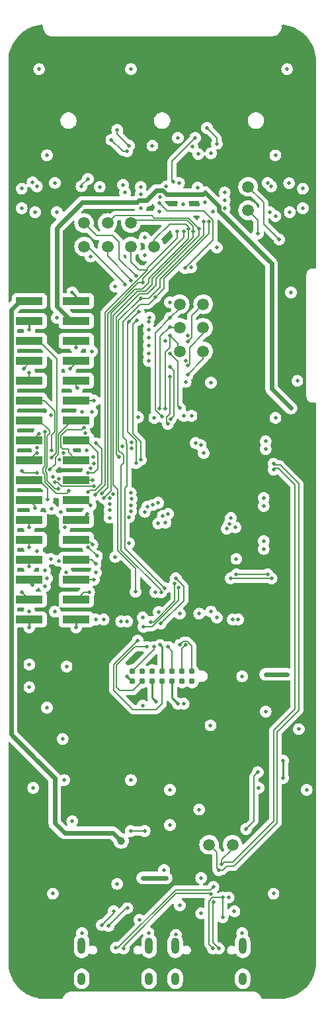
<source format=gbr>
%TF.GenerationSoftware,KiCad,Pcbnew,8.0.1*%
%TF.CreationDate,2024-03-17T21:51:42+01:00*%
%TF.ProjectId,KLST_CATERPILLAR,4b4c5354-5f43-4415-9445-5250494c4c41,rev?*%
%TF.SameCoordinates,Original*%
%TF.FileFunction,Copper,L6,Bot*%
%TF.FilePolarity,Positive*%
%FSLAX46Y46*%
G04 Gerber Fmt 4.6, Leading zero omitted, Abs format (unit mm)*
G04 Created by KiCad (PCBNEW 8.0.1) date 2024-03-17 21:51:42*
%MOMM*%
%LPD*%
G01*
G04 APERTURE LIST*
%TA.AperFunction,ComponentPad*%
%ADD10O,1.000000X2.100000*%
%TD*%
%TA.AperFunction,ComponentPad*%
%ADD11O,1.000000X1.600000*%
%TD*%
%TA.AperFunction,SMDPad,CuDef*%
%ADD12C,1.500000*%
%TD*%
%TA.AperFunction,SMDPad,CuDef*%
%ADD13R,3.500000X1.020000*%
%TD*%
%TA.AperFunction,SMDPad,CuDef*%
%ADD14C,0.787000*%
%TD*%
%TA.AperFunction,ViaPad*%
%ADD15C,0.500000*%
%TD*%
%TA.AperFunction,ViaPad*%
%ADD16C,1.000000*%
%TD*%
%TA.AperFunction,Conductor*%
%ADD17C,0.250000*%
%TD*%
%TA.AperFunction,Conductor*%
%ADD18C,0.150000*%
%TD*%
%TA.AperFunction,Conductor*%
%ADD19C,0.600000*%
%TD*%
%TA.AperFunction,Conductor*%
%ADD20C,0.200000*%
%TD*%
G04 APERTURE END LIST*
D10*
%TO.P,J9,S1,SHIELD*%
%TO.N,GND*%
X71680000Y-167930000D03*
D11*
X71680000Y-172110000D03*
D10*
X80320000Y-167930000D03*
D11*
X80320000Y-172110000D03*
%TD*%
D10*
%TO.P,J10,S1,SHIELD*%
%TO.N,GND*%
X59680000Y-167930000D03*
D11*
X59680000Y-172110000D03*
D10*
X68320000Y-167930000D03*
D11*
X68320000Y-172110000D03*
%TD*%
D12*
%TO.P,TP12,1,1*%
%TO.N,_CARD_SDMMC_D0*%
X75250000Y-89000000D03*
%TD*%
%TO.P,TP15,1,1*%
%TO.N,_USB_DEVICE_HOST_P*%
X76000000Y-155000000D03*
%TD*%
%TO.P,TP16,1,1*%
%TO.N,_AUDIO_MIC_CLK*%
X81000000Y-74000000D03*
%TD*%
%TO.P,TP9,1,1*%
%TO.N,_CARD_SDMMC_D3*%
X72250000Y-89000000D03*
%TD*%
%TO.P,TP2,1,1*%
%TO.N,_AUDIO_CODEC_I2C_SDA*%
X63000000Y-78638375D03*
%TD*%
%TO.P,TP11,1,1*%
%TO.N,_CARD_SDMMC_CK*%
X75250000Y-86000000D03*
%TD*%
%TO.P,TP5,1,1*%
%TO.N,_AUDIO_CODEC_SAI_SCK*%
X60000000Y-75638375D03*
%TD*%
%TO.P,TP4,1,1*%
%TO.N,_AUDIO_CODEC_SAI_FS*%
X69000000Y-78638375D03*
%TD*%
%TO.P,TP6,1,1*%
%TO.N,_AUDIO_CODEC_SAI_SD_OUT*%
X63000000Y-75638375D03*
%TD*%
D13*
%TO.P,J13,1,Pin_1*%
%TO.N,+3.3V*%
X59000000Y-85600000D03*
%TO.P,J13,2,Pin_2*%
%TO.N,+5V*%
X53000000Y-85600000D03*
%TO.P,J13,3,Pin_3*%
%TO.N,+1.8V*%
X59000000Y-88140000D03*
%TO.P,J13,4,Pin_4*%
%TO.N,GND*%
X53000000Y-88140000D03*
%TO.P,J13,5,Pin_5*%
%TO.N,GPIO_00_PWM*%
X59000000Y-90680000D03*
%TO.P,J13,6,Pin_6*%
%TO.N,GPIO_01_PWM*%
X53000000Y-90680000D03*
%TO.P,J13,7,Pin_7*%
%TO.N,GPIO_02_PWM*%
X59000000Y-93220000D03*
%TO.P,J13,8,Pin_8*%
%TO.N,GPIO_03_PWM*%
X53000000Y-93220000D03*
%TO.P,J13,9,Pin_9*%
%TO.N,GPIO_04_ADC*%
X59000000Y-95760000D03*
%TO.P,J13,10,Pin_10*%
%TO.N,GPIO_05_ADC*%
X53000000Y-95760000D03*
%TO.P,J13,11,Pin_11*%
%TO.N,GPIO_06*%
X59000000Y-98300000D03*
%TO.P,J13,12,Pin_12*%
%TO.N,GPIO_07*%
X53000000Y-98300000D03*
%TO.P,J13,13,Pin_13*%
%TO.N,GPIO_08*%
X59000000Y-100840000D03*
%TO.P,J13,14,Pin_14*%
%TO.N,GPIO_09*%
X53000000Y-100840000D03*
%TO.P,J13,15,Pin_15*%
%TO.N,GPIO_10*%
X59000000Y-103380000D03*
%TO.P,J13,16,Pin_16*%
%TO.N,GPIO_11*%
X53000000Y-103380000D03*
%TO.P,J13,17,Pin_17*%
%TO.N,GPIO_12*%
X59000000Y-105920000D03*
%TO.P,J13,18,Pin_18*%
%TO.N,GPIO_13*%
X53000000Y-105920000D03*
%TO.P,J13,19,Pin_19*%
%TO.N,GPIO_14*%
X59000000Y-108460000D03*
%TO.P,J13,20,Pin_20*%
%TO.N,GPIO_15*%
X53000000Y-108460000D03*
%TO.P,J13,21,Pin_21*%
%TO.N,GPIO_16*%
X59000000Y-111000000D03*
%TO.P,J13,22,Pin_22*%
%TO.N,GPIO_17*%
X53000000Y-111000000D03*
%TO.P,J13,23,Pin_23*%
%TO.N,GPIO_18*%
X59000000Y-113540000D03*
%TO.P,J13,24,Pin_24*%
%TO.N,_BUTTON_PROGRAMMER*%
X53000000Y-113540000D03*
%TO.P,J13,25,Pin_25*%
%TO.N,SERIAL_USR_RX*%
X59000000Y-116080000D03*
%TO.P,J13,26,Pin_26*%
%TO.N,SPI_USR_CS*%
X53000000Y-116080000D03*
%TO.P,J13,27,Pin_27*%
%TO.N,SERIAL_USR_TX*%
X59000000Y-118620000D03*
%TO.P,J13,28,Pin_28*%
%TO.N,SPI_USR_MISO*%
X53000000Y-118620000D03*
%TO.P,J13,29,Pin_29*%
%TO.N,I2C_USR_SDA*%
X59000000Y-121160000D03*
%TO.P,J13,30,Pin_30*%
%TO.N,SPI_USR_MOSI*%
X53000000Y-121160000D03*
%TO.P,J13,31,Pin_31*%
%TO.N,I2C_USR_SCL*%
X59000000Y-123700000D03*
%TO.P,J13,32,Pin_32*%
%TO.N,SPI_USR_SCK*%
X53000000Y-123700000D03*
%TO.P,J13,33,Pin_33*%
%TO.N,GND*%
X59000000Y-126240000D03*
%TO.P,J13,34,Pin_34*%
X53000000Y-126240000D03*
%TD*%
D12*
%TO.P,TP7,1,1*%
%TO.N,_AUDIO_CODEC_SAI_SD_IN*%
X66000000Y-75638375D03*
%TD*%
D14*
%TO.P,J15,1,NC*%
%TO.N,unconnected-(J15-NC-Pad1)*%
X73810000Y-134115676D03*
%TO.P,J15,2,NC*%
%TO.N,unconnected-(J15-NC-Pad2)*%
X72540000Y-134115676D03*
%TO.P,J15,3,VCC*%
%TO.N,+3.3V*%
X71270000Y-134115676D03*
%TO.P,J15,4,JTMS/SWDIO*%
%TO.N,/programmer/SWD_IO*%
X70000000Y-134115676D03*
%TO.P,J15,5,GND*%
%TO.N,GND*%
X68730000Y-134115676D03*
%TO.P,J15,6,JCLK/SWCLK*%
%TO.N,/programmer/SWD_CLK*%
X67460000Y-134115676D03*
%TO.P,J15,7,GND*%
%TO.N,GND*%
X66190000Y-134115676D03*
%TO.P,J15,8,JTDO/SWO*%
%TO.N,/programmer/SWD_OUT*%
X66190000Y-132845676D03*
%TO.P,J15,9,JRCLK/NC*%
%TO.N,unconnected-(J15-JRCLK{slash}NC-Pad9)*%
X67460000Y-132845676D03*
%TO.P,J15,10,JTDI/NC*%
%TO.N,unconnected-(J15-JTDI{slash}NC-Pad10)*%
X68730000Y-132845676D03*
%TO.P,J15,11,GNDDetect*%
%TO.N,GND*%
X70000000Y-132845676D03*
%TO.P,J15,12,~{RST}*%
%TO.N,/programmer/RST*%
X71270000Y-132845676D03*
%TO.P,J15,13,VCP_RX*%
%TO.N,/programmer/SERIAL_RX*%
X72540000Y-132845676D03*
%TO.P,J15,14,VCP_TX*%
%TO.N,/programmer/SERIAL_TX*%
X73810000Y-132845676D03*
%TD*%
D12*
%TO.P,TP13,1,1*%
%TO.N,_CARD_SDMMC_D1*%
X75250000Y-92000000D03*
%TD*%
%TO.P,TP1,1,1*%
%TO.N,_AUDIO_CODEC_I2C_SCL*%
X60000000Y-78638375D03*
%TD*%
%TO.P,TP3,1,1*%
%TO.N,_AUDIO_CODEC_SAI_MCLK*%
X66000000Y-78638375D03*
%TD*%
%TO.P,TP17,1,1*%
%TO.N,_AUDIO_MIC_DATA*%
X81000000Y-71000000D03*
%TD*%
%TO.P,TP8,1,1*%
%TO.N,_CARD_SDMMC_D2*%
X72250000Y-86000000D03*
%TD*%
%TO.P,TP14,1,1*%
%TO.N,_USB_DEVICE_HOST_N*%
X79000000Y-155000000D03*
%TD*%
%TO.P,TP10,1,1*%
%TO.N,_CARD_SDMMC_CMD*%
X72250000Y-92000000D03*
%TD*%
D15*
%TO.N,GND*%
X59750000Y-99750000D03*
X72250000Y-162750000D03*
X53000000Y-134910000D03*
X75000000Y-163755000D03*
X57250000Y-141500000D03*
X53000000Y-127250000D03*
X67750000Y-77500000D03*
X61000000Y-92000000D03*
X71000000Y-148000000D03*
X84500000Y-100500000D03*
X84500000Y-67000000D03*
X57449996Y-146750004D03*
X86257749Y-70549300D03*
X56854998Y-105871804D03*
X70250000Y-158250000D03*
X53000000Y-89250000D03*
X53750000Y-74250000D03*
X73000000Y-95903874D03*
X67750000Y-79750000D03*
X76250000Y-96000000D03*
X72148300Y-70526651D03*
X72250000Y-125500000D03*
X78500000Y-161750000D03*
X55249998Y-67000000D03*
X79750000Y-126250000D03*
X87300000Y-95797115D03*
X55823472Y-112136646D03*
X60841294Y-79904467D03*
X88486593Y-148000000D03*
X55000000Y-120000000D03*
X67250000Y-72000000D03*
X70425000Y-90670823D03*
X82325000Y-147750000D03*
X73000000Y-93250000D03*
X54249998Y-56000000D03*
X69750000Y-129500000D03*
X75000000Y-159250000D03*
X56500000Y-87750000D03*
X84500000Y-74750000D03*
X83000000Y-111750000D03*
X56000000Y-108000000D03*
X55250000Y-121000000D03*
X67093413Y-164593413D03*
X87500000Y-140250000D03*
X78000000Y-73750000D03*
X67499996Y-126000004D03*
X66000000Y-55999998D03*
X62000000Y-71000000D03*
X71750000Y-166500000D03*
X59750000Y-166250000D03*
X55750004Y-118500000D03*
X73906587Y-65906587D03*
X86000000Y-55999988D03*
X68250000Y-166250000D03*
X54000000Y-117500000D03*
X52000000Y-73750000D03*
X69250000Y-136750000D03*
X67250000Y-73750003D03*
X80250000Y-133500002D03*
X72000000Y-64750000D03*
X79250000Y-163500000D03*
X64000000Y-83750000D03*
X57712587Y-120250000D03*
X84250000Y-161250000D03*
X65250000Y-71750000D03*
X70526333Y-70973669D03*
X76250000Y-66750000D03*
X59000000Y-127250000D03*
X88000000Y-73750000D03*
X74607412Y-66832108D03*
X65000000Y-70750000D03*
X83492354Y-70502317D03*
X78000000Y-71750000D03*
X68750000Y-65750000D03*
X77000000Y-126000000D03*
X67250000Y-71010000D03*
X53416893Y-70429432D03*
X64250000Y-160000000D03*
X83250000Y-104500000D03*
X78000000Y-72750000D03*
X72707345Y-73260000D03*
X69641599Y-74147200D03*
X71000000Y-85750000D03*
X80250000Y-166250000D03*
X73708413Y-81291587D03*
X75500000Y-73000000D03*
X57500000Y-114500000D03*
X76200000Y-139750000D03*
X56250000Y-125250000D03*
X69000000Y-100500000D03*
X53500000Y-147750000D03*
X72750000Y-137000000D03*
X55753413Y-100190240D03*
X66000000Y-146750000D03*
X73750003Y-100250000D03*
X83000000Y-117250000D03*
X55250000Y-137500000D03*
X58500000Y-152000000D03*
X56000000Y-161250000D03*
X74529094Y-71094559D03*
X74750000Y-150500000D03*
X55000000Y-122000000D03*
X61500000Y-126250000D03*
X86500000Y-84500000D03*
X56500000Y-74250000D03*
X56250000Y-70500000D03*
X86337700Y-74250034D03*
X65500000Y-133500000D03*
%TO.N,NRST*%
X60500000Y-117000000D03*
X61640793Y-118140793D03*
%TO.N,/audio_codec/MIC_BIAS*%
X69612141Y-73063520D03*
X72906579Y-81406587D03*
%TO.N,/audio_codec/LINE_OUT_RIGHT*%
X65500000Y-66500000D03*
X63500000Y-65000004D03*
%TO.N,/audio_codec/LINE_OUT_LEFT*%
X64250000Y-63750000D03*
X65750000Y-65750000D03*
%TO.N,/audio_codec/HEADPHONE_RIGHT*%
X74250000Y-64750000D03*
X71410123Y-70393992D03*
%TO.N,+3.3V*%
X77000000Y-78750000D03*
X68250000Y-89250000D03*
X83000000Y-116250000D03*
X83250000Y-103500000D03*
X72750016Y-100250000D03*
X72000000Y-137000000D03*
X68250000Y-93250000D03*
X83000000Y-110750000D03*
X66907271Y-100423662D03*
X54000000Y-104285002D03*
X79000000Y-126250000D03*
X68250000Y-91250000D03*
X52000000Y-71250000D03*
X88000000Y-71250000D03*
X56750000Y-118750000D03*
X68369087Y-87694087D03*
X83957341Y-70949324D03*
X57000001Y-112500001D03*
X57750000Y-132250000D03*
X69534176Y-125284176D03*
X68250000Y-88250000D03*
X68250000Y-92250000D03*
X68250000Y-90250000D03*
X61000000Y-99750000D03*
X76456652Y-74213417D03*
X57399778Y-105004168D03*
X71000000Y-152500000D03*
X69712573Y-72268849D03*
X53000000Y-125250000D03*
X56750000Y-108250000D03*
X60130913Y-102444087D03*
X67500000Y-137250000D03*
X83750000Y-74250000D03*
X53957298Y-70949495D03*
X53000007Y-132000007D03*
X83250000Y-138000000D03*
X58500000Y-84500000D03*
X74750000Y-125500000D03*
X73250000Y-90000000D03*
X62500000Y-126250000D03*
%TO.N,_CARD_SDMMC_CK*%
X72250000Y-99250000D03*
X73250000Y-90750000D03*
X70970000Y-92302364D03*
%TO.N,_BUTTON_PROGRAMMER*%
X65500000Y-126500000D03*
X53000000Y-114500000D03*
%TO.N,/audio_codec/MIC_IN_MONO*%
X77000000Y-65500000D03*
X75750000Y-63500000D03*
%TO.N,_LED_01*%
X80750000Y-153000000D03*
X66000000Y-153250000D03*
X67750000Y-153250000D03*
X79500000Y-120500000D03*
X82250000Y-145750000D03*
X83500000Y-120500000D03*
%TO.N,_CARD_SDMMC_D0*%
X73250000Y-93853860D03*
X71000000Y-94000000D03*
X71112587Y-100656587D03*
%TO.N,_CARD_SDMMC_D1*%
X73250000Y-94999994D03*
X70721541Y-101296577D03*
X71000000Y-95250000D03*
%TO.N,_CARD_SDMMC_D2*%
X69965743Y-100358242D03*
X71000000Y-87750000D03*
%TO.N,_CARD_SDMMC_D3*%
X71000000Y-88878874D03*
X69675138Y-99337632D03*
%TO.N,_CARD_SDMMC_CMD*%
X70425000Y-99352155D03*
X71000000Y-90000000D03*
%TO.N,_LED_00*%
X84000000Y-121000000D03*
X78750000Y-121000000D03*
D16*
%TO.N,+5V*%
X64750000Y-154500000D03*
D15*
%TO.N,_USB_DEVICE_HOST_P*%
X77250000Y-158250000D03*
X84250000Y-106375000D03*
%TO.N,/USB/VBUS_HOST_OUT*%
X70500000Y-159250000D03*
X67500000Y-159250000D03*
%TO.N,/USB/USB_CONNECTOR_MINUS*%
X76554049Y-160380036D03*
X63791079Y-163500029D03*
X64079177Y-168164588D03*
X62250000Y-165250000D03*
X77750000Y-161750000D03*
X77750000Y-164250000D03*
X76500000Y-168250000D03*
%TO.N,_SWD_IO*%
X72125000Y-122188174D03*
X67585416Y-127170821D03*
%TO.N,_SWD_CLK*%
X68500003Y-126568166D03*
X71614385Y-121665058D03*
%TO.N,_SWD_OUT*%
X71750000Y-121000000D03*
X69825000Y-126782070D03*
%TO.N,/USB/USB_CONNECTOR_PLUS*%
X65063210Y-168249964D03*
X63138171Y-165357803D03*
X76550754Y-162300754D03*
X65541237Y-163110006D03*
X77250000Y-168250000D03*
X76278027Y-161258862D03*
%TO.N,_AUDIO_CODEC_I2C_SCL*%
X69857149Y-122797992D03*
X67250000Y-85250000D03*
X65250000Y-83500000D03*
X75273561Y-75428082D03*
%TO.N,_AUDIO_CODEC_I2C_SDA*%
X66000000Y-83000000D03*
X70286161Y-122230079D03*
X69125000Y-85125000D03*
X75998115Y-75469398D03*
%TO.N,_USB_DEVICE_HOST_VBUS*%
X85500000Y-146500000D03*
X85500000Y-144250000D03*
%TO.N,I2C_USR_SDA*%
X64915000Y-104143076D03*
X61250000Y-121146001D03*
%TO.N,I2C_USR_SCL*%
X66093553Y-104396221D03*
X60637587Y-122750000D03*
%TO.N,_AUDIO_MIC_CLK*%
X65740184Y-88240184D03*
X66990184Y-86990184D03*
X82250000Y-77000000D03*
X66668553Y-106279719D03*
%TO.N,_AUDIO_CODEC_SAI_SD_OUT*%
X74749996Y-76404527D03*
X64500000Y-105500000D03*
%TO.N,GPIO_11*%
X66072670Y-103624477D03*
X54250000Y-102500002D03*
%TO.N,GPIO_10*%
X60500000Y-107500000D03*
%TO.N,GPIO_09*%
X56674963Y-109575000D03*
%TO.N,GPIO_08*%
X55605805Y-107145000D03*
%TO.N,GPIO_03_PWM*%
X52250000Y-94250000D03*
X52000000Y-107250000D03*
X54000000Y-107500000D03*
X61250000Y-109250000D03*
X56250000Y-108750000D03*
%TO.N,GPIO_02_PWM*%
X58072210Y-109825000D03*
X58250000Y-94250000D03*
X54970000Y-102301584D03*
%TO.N,GPIO_01_PWM*%
X55839999Y-105572962D03*
%TO.N,GPIO_00_PWM*%
X59000012Y-91500000D03*
X60530947Y-109968359D03*
X61500000Y-103750000D03*
%TO.N,GPIO_07*%
X55820913Y-104615913D03*
%TO.N,_AUDIO_CODEC_SAI_MCLK*%
X71921712Y-76725038D03*
X61429516Y-110310088D03*
%TO.N,_AUDIO_CODEC_SAI_SCK*%
X72759848Y-76750000D03*
X66667659Y-82417659D03*
X62254465Y-110152672D03*
X67500000Y-83250014D03*
%TO.N,_AUDIO_CODEC_SAI_FS*%
X62548086Y-110735763D03*
X73329177Y-76414588D03*
%TO.N,SPI_USR_MISO*%
X53000000Y-119500000D03*
X61266002Y-106311141D03*
%TO.N,SPI_USR_MOSI*%
X60835095Y-106925000D03*
X53406587Y-121843413D03*
%TO.N,SERIAL_USR_RX*%
X61069455Y-116697098D03*
X61500000Y-120250000D03*
%TO.N,_AUDIO_CODEC_SAI_SD_IN*%
X74000000Y-76750000D03*
X66597678Y-122724025D03*
%TO.N,GPIO_05_ADC*%
X64750000Y-126500000D03*
X53000000Y-94750000D03*
%TO.N,GPIO_04_ADC*%
X59120000Y-96719975D03*
X69109478Y-122738892D03*
%TO.N,GPIO_17*%
X76250000Y-125250000D03*
X53750000Y-112000000D03*
%TO.N,GPIO_16*%
X60851564Y-111659839D03*
X68085412Y-111829177D03*
X66000000Y-111689752D03*
X63250000Y-111499994D03*
X78249997Y-114675000D03*
X70420823Y-113914588D03*
%TO.N,GPIO_15*%
X79390694Y-114500007D03*
X55343411Y-110906585D03*
X69500000Y-114000000D03*
X63250000Y-112249997D03*
X67750000Y-112500000D03*
X66000000Y-112437397D03*
%TO.N,GPIO_14*%
X63250001Y-110749992D03*
X66085412Y-110829177D03*
X78630267Y-114028549D03*
X61095407Y-108460000D03*
X70088014Y-113027820D03*
X68807421Y-111626183D03*
%TO.N,GPIO_13*%
X78795968Y-113297079D03*
X70750000Y-112750000D03*
X63750000Y-110250000D03*
X65975992Y-110087200D03*
X54000000Y-105000000D03*
X69500000Y-111351887D03*
%TO.N,SPI_USR_SCK*%
X52000002Y-122750000D03*
X60353230Y-104646770D03*
%TO.N,GPIO_12*%
X74287587Y-103727918D03*
X60000000Y-101750000D03*
%TO.N,SERIAL_USR_TX*%
X75324996Y-105000000D03*
X64000000Y-118250000D03*
X65749994Y-116500006D03*
X61477214Y-119117546D03*
%TO.N,SPI_USR_CS*%
X61145002Y-105500000D03*
X53000000Y-117000000D03*
%TO.N,_AUDIO_MIC_DATA*%
X85000000Y-77750000D03*
X67282860Y-105849450D03*
X66771771Y-88021771D03*
%TO.N,+1.8V*%
X66750000Y-73000000D03*
X86500000Y-99250000D03*
X86000000Y-133250000D03*
X75500000Y-71750000D03*
X83250000Y-133250000D03*
%TO.N,GPIO_06*%
X79500000Y-118500000D03*
X61299980Y-98300000D03*
%TO.N,/programmer/SWD_IO*%
X66877264Y-128925000D03*
%TO.N,/programmer/SWD_CLK*%
X68000000Y-129750000D03*
%TO.N,/programmer/SWD_OUT*%
X69000000Y-129749991D03*
%TO.N,/programmer/SERIAL_RX*%
X73000000Y-129500000D03*
%TO.N,/programmer/SERIAL_TX*%
X72259662Y-129490338D03*
%TO.N,/audio_codec/(LINE_IN_LEFT)*%
X59677199Y-70927199D03*
X60500000Y-70000000D03*
%TO.N,/programmer/RST*%
X70750000Y-129750000D03*
%TO.N,_USB_DEVICE_HOST_N*%
X84250000Y-107125000D03*
X77625735Y-157525735D03*
%TO.N,GPIO_18*%
X65750000Y-113187108D03*
X74933989Y-104000000D03*
X60445139Y-112784672D03*
X63250000Y-113249992D03*
%TD*%
D17*
%TO.N,GND*%
X66115676Y-134115676D02*
X65500000Y-133500000D01*
X66190000Y-134115676D02*
X66115676Y-134115676D01*
X59000000Y-126240000D02*
X59000000Y-127250000D01*
X68730000Y-134115676D02*
X68730000Y-136230000D01*
X53000000Y-88140000D02*
X53000000Y-89250000D01*
X68730000Y-136230000D02*
X69250000Y-136750000D01*
X70000000Y-129750000D02*
X69750000Y-129500000D01*
X70000000Y-132845676D02*
X70000000Y-129750000D01*
X53000000Y-126240000D02*
X53000000Y-127250000D01*
D18*
%TO.N,NRST*%
X60500000Y-117000000D02*
X61640793Y-118140793D01*
%TO.N,/audio_codec/MIC_BIAS*%
X76500000Y-75250000D02*
X76500000Y-77813166D01*
X70625000Y-74076379D02*
X75326379Y-74076379D01*
X75326379Y-74076379D02*
X76500000Y-75250000D01*
X76500000Y-77813166D02*
X72906579Y-81406587D01*
X69612141Y-73063520D02*
X70625000Y-74076379D01*
%TO.N,/audio_codec/LINE_OUT_RIGHT*%
X64999996Y-66500000D02*
X65500000Y-66500000D01*
X63500000Y-65000004D02*
X64999996Y-66500000D01*
%TO.N,/audio_codec/LINE_OUT_LEFT*%
X64250000Y-63750000D02*
X64250000Y-64250000D01*
X64250000Y-64250000D02*
X65750000Y-65750000D01*
%TO.N,/audio_codec/HEADPHONE_RIGHT*%
X71250000Y-70233869D02*
X71410123Y-70393992D01*
X74250000Y-64750000D02*
X71250000Y-67750000D01*
X71250000Y-67750000D02*
X71250000Y-70233869D01*
D17*
%TO.N,+3.3V*%
X71270000Y-136270000D02*
X72000000Y-137000000D01*
X59000000Y-85600000D02*
X59000000Y-85000000D01*
X59000000Y-85000000D02*
X58500000Y-84500000D01*
X71270000Y-134115676D02*
X71270000Y-136270000D01*
D18*
%TO.N,_CARD_SDMMC_CK*%
X73750000Y-87500000D02*
X75250000Y-86000000D01*
X73250000Y-90750000D02*
X73750000Y-90250000D01*
X73750000Y-90250000D02*
X73750000Y-87500000D01*
X70970000Y-92302364D02*
X72000000Y-93332364D01*
X72000000Y-93332364D02*
X72000000Y-99000000D01*
X72000000Y-99000000D02*
X72250000Y-99250000D01*
%TO.N,_BUTTON_PROGRAMMER*%
X53000000Y-113540000D02*
X53000000Y-114500000D01*
%TO.N,/audio_codec/MIC_IN_MONO*%
X75750000Y-63500000D02*
X77000000Y-64750000D01*
X77000000Y-64750000D02*
X77000000Y-65500000D01*
%TO.N,_LED_01*%
X81750000Y-146250000D02*
X81750000Y-152000000D01*
X81750000Y-152000000D02*
X80750000Y-153000000D01*
X66000000Y-153250000D02*
X67750000Y-153250000D01*
X82250000Y-145750000D02*
X81750000Y-146250000D01*
X79500000Y-120500000D02*
X83500000Y-120500000D01*
%TO.N,_CARD_SDMMC_D0*%
X71000000Y-94000000D02*
X71500000Y-94500000D01*
X71500000Y-94500000D02*
X71500000Y-100269174D01*
X71500000Y-100269174D02*
X71112587Y-100656587D01*
X75250000Y-89000000D02*
X75250000Y-89750000D01*
X73500002Y-93603858D02*
X73250000Y-93853860D01*
X73500002Y-91499998D02*
X73500002Y-93603858D01*
X75250000Y-89750000D02*
X73500002Y-91499998D01*
%TO.N,_CARD_SDMMC_D1*%
X71000000Y-95250000D02*
X71000000Y-99956001D01*
X70537587Y-100418414D02*
X70537587Y-101112623D01*
X75250000Y-92000000D02*
X75250000Y-93000000D01*
X75250000Y-93000000D02*
X73250006Y-94999994D01*
X73250006Y-94999994D02*
X73250000Y-94999994D01*
X71000000Y-99956001D02*
X70537587Y-100418414D01*
X70537587Y-101112623D02*
X70721541Y-101296577D01*
%TO.N,_CARD_SDMMC_D2*%
X69100138Y-89649862D02*
X69100138Y-99492637D01*
X72250000Y-86000000D02*
X72250000Y-86500000D01*
X72250000Y-86500000D02*
X71000000Y-87750000D01*
X71000000Y-87750000D02*
X69100138Y-89649862D01*
X69100138Y-99492637D02*
X69965743Y-100358242D01*
%TO.N,_CARD_SDMMC_D3*%
X69750000Y-99262770D02*
X69675138Y-99337632D01*
X72250000Y-89000000D02*
X71121126Y-89000000D01*
X71121126Y-89000000D02*
X71000000Y-88878874D01*
X69750000Y-90128874D02*
X69750000Y-99262770D01*
X71000000Y-88878874D02*
X69750000Y-90128874D01*
%TO.N,_CARD_SDMMC_CMD*%
X72000000Y-91000000D02*
X71000000Y-90000000D01*
X72250000Y-92000000D02*
X72000000Y-91750000D01*
X71000000Y-91541116D02*
X70425000Y-92116116D01*
X72000000Y-91750000D02*
X72000000Y-91000000D01*
X70425000Y-92116116D02*
X70425000Y-99352155D01*
X71000000Y-90000000D02*
X71000000Y-91541116D01*
%TO.N,_LED_00*%
X78750000Y-121000000D02*
X84000000Y-121000000D01*
D19*
%TO.N,+5V*%
X50650000Y-86710000D02*
X50650000Y-140900000D01*
X63750000Y-153500000D02*
X64750000Y-154500000D01*
X56250000Y-146500000D02*
X56250000Y-152250000D01*
X56250000Y-152250000D02*
X57500000Y-153500000D01*
X57500000Y-153500000D02*
X63750000Y-153500000D01*
X53000000Y-85600000D02*
X51760000Y-85600000D01*
X50650000Y-140900000D02*
X53750000Y-144000000D01*
X53750000Y-144000000D02*
X56250000Y-146500000D01*
X51760000Y-85600000D02*
X50650000Y-86710000D01*
D20*
%TO.N,_USB_DEVICE_HOST_P*%
X84725000Y-140593200D02*
X87475000Y-137843200D01*
X77250000Y-158250000D02*
X77750000Y-158250000D01*
X87475000Y-108906800D02*
X85093199Y-106524999D01*
X87475000Y-137843200D02*
X87475000Y-108906800D01*
X78250000Y-157750000D02*
X79172206Y-157750000D01*
X79172206Y-157750000D02*
X84725000Y-152197206D01*
X84725000Y-152197206D02*
X84725000Y-140593200D01*
X77000000Y-156000000D02*
X77000000Y-158000000D01*
X77750000Y-158250000D02*
X78250000Y-157750000D01*
X85093199Y-106524999D02*
X84399999Y-106524999D01*
X76000000Y-155000000D02*
X77000000Y-156000000D01*
X84399999Y-106524999D02*
X84250000Y-106375000D01*
X77000000Y-158000000D02*
X77250000Y-158250000D01*
D19*
%TO.N,/USB/VBUS_HOST_OUT*%
X67500000Y-159250000D02*
X70500000Y-159250000D01*
D18*
%TO.N,/USB/USB_CONNECTOR_MINUS*%
X76184085Y-160750000D02*
X76554049Y-160380036D01*
X64079177Y-168164588D02*
X64335412Y-168164588D01*
X76000000Y-167750000D02*
X76000000Y-162186827D01*
X76000000Y-162186827D02*
X76436827Y-161750000D01*
X76500000Y-168250000D02*
X76000000Y-167750000D01*
X62250000Y-165250000D02*
X63791079Y-163708921D01*
X71750000Y-160750000D02*
X76184085Y-160750000D01*
X64335412Y-168164588D02*
X71750000Y-160750000D01*
X77750000Y-164250000D02*
X77750000Y-161750000D01*
X76436827Y-161750000D02*
X77750000Y-161750000D01*
X63791079Y-163708921D02*
X63791079Y-163500029D01*
%TO.N,_SWD_IO*%
X68746373Y-127170821D02*
X72125000Y-123792194D01*
X72125000Y-123792194D02*
X72125000Y-122188174D01*
X67585416Y-127170821D02*
X68746373Y-127170821D01*
%TO.N,_SWD_CLK*%
X71614385Y-123885615D02*
X71614385Y-121665058D01*
X68500003Y-126568166D02*
X68931834Y-126568166D01*
X68931834Y-126568166D02*
X71614385Y-123885615D01*
%TO.N,_SWD_OUT*%
X72750000Y-122000000D02*
X71750000Y-121000000D01*
X72750000Y-123857070D02*
X72750000Y-122000000D01*
X69825000Y-126782070D02*
X72750000Y-123857070D01*
%TO.N,/USB/USB_CONNECTOR_PLUS*%
X76278027Y-161258862D02*
X76269165Y-161250000D01*
X65385968Y-163110006D02*
X65541237Y-163110006D01*
X71781587Y-161250000D02*
X65063210Y-167968377D01*
X76269165Y-161250000D02*
X71781587Y-161250000D01*
X65063210Y-167968377D02*
X65063210Y-168249964D01*
X76550754Y-162300754D02*
X76500000Y-162351508D01*
X76500000Y-167500000D02*
X77250000Y-168250000D01*
X76500000Y-162351508D02*
X76500000Y-167500000D01*
X63138171Y-165357803D02*
X65385968Y-163110006D01*
%TO.N,_AUDIO_CODEC_I2C_SCL*%
X65250000Y-83375000D02*
X65250000Y-83500000D01*
X75273561Y-75428082D02*
X75273561Y-77226439D01*
X64750000Y-106583639D02*
X65075000Y-106258639D01*
X69705000Y-83795000D02*
X68250000Y-85250000D01*
X69857149Y-122797992D02*
X69857149Y-122543975D01*
X68250000Y-85250000D02*
X67250000Y-85250000D01*
X69857149Y-122543975D02*
X64750000Y-117436826D01*
X64430000Y-104616827D02*
X64430000Y-88070000D01*
X65075000Y-106258639D02*
X65075000Y-105261827D01*
X60513375Y-78638375D02*
X65250000Y-83375000D01*
X64750000Y-117436826D02*
X64750000Y-106583639D01*
X69705000Y-82795000D02*
X69705000Y-83795000D01*
X64430000Y-88070000D02*
X67250000Y-85250000D01*
X65075000Y-105261827D02*
X64430000Y-104616827D01*
X75273561Y-77226439D02*
X69705000Y-82795000D01*
X60000000Y-78638375D02*
X60513375Y-78638375D01*
%TO.N,_AUDIO_CODEC_I2C_SDA*%
X70250000Y-84000000D02*
X70250000Y-82750000D01*
X66000000Y-82875000D02*
X66000000Y-83000000D01*
X70250000Y-82750000D02*
X75998115Y-77001885D01*
X67167194Y-86000000D02*
X68250000Y-86000000D01*
X65370000Y-103344242D02*
X64950758Y-102925000D01*
X65250000Y-109432442D02*
X65490000Y-109192442D01*
X63000000Y-78638375D02*
X63000000Y-79875000D01*
X68250000Y-86000000D02*
X70250000Y-84000000D01*
X64950758Y-102925000D02*
X64950758Y-88216436D01*
X65490000Y-103904903D02*
X65370000Y-103784903D01*
X75998115Y-77001885D02*
X75998115Y-75469398D01*
X64950758Y-88216436D02*
X67167194Y-86000000D01*
X70286161Y-122230079D02*
X65250000Y-117193918D01*
X65250000Y-117193918D02*
X65250000Y-109432442D01*
X63000000Y-79875000D02*
X66000000Y-82875000D01*
X65370000Y-103784903D02*
X65370000Y-103344242D01*
X65490000Y-109192442D02*
X65490000Y-103904903D01*
D17*
%TO.N,_USB_DEVICE_HOST_VBUS*%
X85500000Y-146500000D02*
X85500000Y-144250000D01*
D18*
%TO.N,I2C_USR_SDA*%
X59000000Y-121160000D02*
X61236001Y-121160000D01*
X61236001Y-121160000D02*
X61250000Y-121146001D01*
%TO.N,I2C_USR_SCL*%
X59000000Y-123700000D02*
X59950000Y-122750000D01*
X59950000Y-122750000D02*
X60637587Y-122750000D01*
%TO.N,_AUDIO_MIC_CLK*%
X82250000Y-75250000D02*
X82250000Y-77000000D01*
X65593413Y-102280240D02*
X65593413Y-88386955D01*
X66668553Y-103355380D02*
X65593413Y-102280240D01*
X65740184Y-88240184D02*
X66990184Y-86990184D01*
X66668553Y-106279719D02*
X66668553Y-103355380D01*
X65593413Y-88386955D02*
X65740184Y-88240184D01*
X81000000Y-74000000D02*
X82250000Y-75250000D01*
%TO.N,_AUDIO_CODEC_SAI_SD_OUT*%
X64135000Y-87615000D02*
X67085000Y-84665000D01*
X67085000Y-84665000D02*
X68158781Y-84665000D01*
X69000000Y-75000000D02*
X73345469Y-75000000D01*
X63970000Y-74668375D02*
X68668375Y-74668375D01*
X68158781Y-84665000D02*
X69250000Y-83573781D01*
X64500000Y-105500000D02*
X64135000Y-105135000D01*
X74749996Y-77250004D02*
X74749996Y-76404527D01*
X63000000Y-75638375D02*
X63970000Y-74668375D01*
X73345469Y-75000000D02*
X74749996Y-76404527D01*
X68668375Y-74668375D02*
X69000000Y-75000000D01*
X64135000Y-105135000D02*
X64135000Y-87615000D01*
X69250000Y-82750000D02*
X74749996Y-77250004D01*
X69250000Y-83573781D02*
X69250000Y-82750000D01*
%TO.N,GPIO_11*%
X53000000Y-103380000D02*
X53370002Y-103380000D01*
X53370002Y-103380000D02*
X54250000Y-102500002D01*
%TO.N,GPIO_10*%
X61250000Y-107500000D02*
X60500000Y-107500000D01*
X61750000Y-104890000D02*
X61750000Y-107000000D01*
X60240000Y-103380000D02*
X61750000Y-104890000D01*
X61750000Y-107000000D02*
X61250000Y-107500000D01*
X59000000Y-103380000D02*
X60240000Y-103380000D01*
%TO.N,GPIO_09*%
X55265000Y-107607807D02*
X55265000Y-108578173D01*
X56261827Y-109575000D02*
X56674963Y-109575000D01*
X55045000Y-107387807D02*
X55265000Y-107607807D01*
X55265000Y-106772194D02*
X55045000Y-106992193D01*
X55265000Y-108578173D02*
X56261827Y-109575000D01*
X55045000Y-106992193D02*
X55045000Y-107387807D01*
X55545001Y-102145001D02*
X55545001Y-102539758D01*
X53000000Y-100840000D02*
X54240000Y-100840000D01*
X55545001Y-102539758D02*
X55265000Y-102819759D01*
X54240000Y-100840000D02*
X55545001Y-102145001D01*
X55265000Y-102819759D02*
X55265000Y-106772194D01*
%TO.N,GPIO_08*%
X58492806Y-100840000D02*
X59000000Y-100840000D01*
X56705000Y-102627806D02*
X58492806Y-100840000D01*
X56325000Y-106425805D02*
X56325000Y-105581586D01*
X55605805Y-107145000D02*
X56325000Y-106425805D01*
X56325000Y-105581586D02*
X56705000Y-105201586D01*
X56705000Y-105201586D02*
X56705000Y-102627806D01*
%TO.N,GPIO_03_PWM*%
X54000000Y-107500000D02*
X52250000Y-107500000D01*
X56590000Y-108750000D02*
X57090000Y-109250000D01*
X52250000Y-107500000D02*
X52000000Y-107250000D01*
X57090000Y-109250000D02*
X61250000Y-109250000D01*
X56250000Y-108750000D02*
X56590000Y-108750000D01*
X53000000Y-93220000D02*
X53000000Y-93500000D01*
X53000000Y-93500000D02*
X52250000Y-94250000D01*
%TO.N,GPIO_02_PWM*%
X54970000Y-107730000D02*
X54970000Y-108700367D01*
X54750000Y-107510001D02*
X54970000Y-107730000D01*
X56419633Y-110150000D02*
X57747210Y-110150000D01*
X54970000Y-102301584D02*
X54970000Y-106650000D01*
X54750000Y-106870000D02*
X54750000Y-107510001D01*
X59000000Y-93220000D02*
X59000000Y-93500000D01*
X59000000Y-93500000D02*
X58250000Y-94250000D01*
X57747210Y-110150000D02*
X58072210Y-109825000D01*
X54970000Y-106650000D02*
X54750000Y-106870000D01*
X54970000Y-108700367D02*
X56419633Y-110150000D01*
%TO.N,GPIO_01_PWM*%
X54240000Y-90680000D02*
X56530000Y-92970000D01*
X56410000Y-105002961D02*
X55839999Y-105572962D01*
X56530000Y-92970000D02*
X56530000Y-102385613D01*
X53000000Y-90680000D02*
X54240000Y-90680000D01*
X56530000Y-102385613D02*
X56410000Y-102505613D01*
X56410000Y-102505613D02*
X56410000Y-105002961D01*
%TO.N,GPIO_00_PWM*%
X59000000Y-90680000D02*
X59000000Y-91499988D01*
X62250000Y-108926771D02*
X61441683Y-109735088D01*
X61441683Y-109735088D02*
X60764218Y-109735088D01*
X59000000Y-91499988D02*
X59000012Y-91500000D01*
X62250000Y-104500000D02*
X62250000Y-108926771D01*
X60764218Y-109735088D02*
X60530947Y-109968359D01*
X61500000Y-103750000D02*
X62250000Y-104500000D01*
%TO.N,GPIO_07*%
X56235000Y-99635000D02*
X56235000Y-102263419D01*
X54900000Y-98300000D02*
X56235000Y-99635000D01*
X53000000Y-98300000D02*
X54900000Y-98300000D01*
X55820913Y-102677506D02*
X55820913Y-104615913D01*
X56235000Y-102263419D02*
X55820913Y-102677506D01*
%TO.N,_AUDIO_CODEC_SAI_MCLK*%
X62705000Y-87045000D02*
X62705000Y-109034604D01*
X71921712Y-77578288D02*
X71921712Y-76725038D01*
X67042194Y-81625000D02*
X68125000Y-81625000D01*
X68125000Y-81625000D02*
X68125000Y-81375000D01*
X66000000Y-78638375D02*
X66000000Y-80582806D01*
X66000000Y-80582806D02*
X67042194Y-81625000D01*
X68125000Y-81625000D02*
X62705000Y-87045000D01*
X68125000Y-81375000D02*
X71921712Y-77578288D01*
X62705000Y-109034604D02*
X61429516Y-110310088D01*
%TO.N,_AUDIO_CODEC_SAI_SCK*%
X63641625Y-77250000D02*
X61611625Y-77250000D01*
X64500000Y-80250000D02*
X64500000Y-78108375D01*
X63000000Y-109407137D02*
X63000000Y-87185247D01*
X66935233Y-83250014D02*
X67500000Y-83250014D01*
X72759848Y-77490152D02*
X67500000Y-82750000D01*
X72759848Y-76750000D02*
X72759848Y-77490152D01*
X64500000Y-78108375D02*
X63641625Y-77250000D01*
X63000000Y-87185247D02*
X66935233Y-83250014D01*
X61611625Y-77250000D02*
X60000000Y-75638375D01*
X62254465Y-110152672D02*
X63000000Y-109407137D01*
X66667659Y-82417659D02*
X64500000Y-80250000D01*
X67500000Y-82750000D02*
X67500000Y-83250014D01*
%TO.N,_AUDIO_CODEC_SAI_FS*%
X69000000Y-77750000D02*
X71000000Y-75750000D01*
X63455000Y-109828849D02*
X63455000Y-87147440D01*
X73329177Y-77670823D02*
X73329177Y-76414588D01*
X66527440Y-84075000D02*
X67425000Y-84075000D01*
X71000000Y-75750000D02*
X73000000Y-75750000D01*
X73000000Y-75750000D02*
X73329177Y-76079177D01*
X68250000Y-83250000D02*
X68250000Y-82750000D01*
X63455000Y-87147440D02*
X66527440Y-84075000D01*
X69000000Y-78638375D02*
X69000000Y-77750000D01*
X68250000Y-82750000D02*
X73329177Y-77670823D01*
X62548086Y-110735763D02*
X63455000Y-109828849D01*
X73329177Y-76079177D02*
X73329177Y-76414588D01*
X67425000Y-84075000D02*
X68250000Y-83250000D01*
%TO.N,SPI_USR_MISO*%
X53000000Y-118620000D02*
X53000000Y-119500000D01*
%TO.N,SPI_USR_MOSI*%
X53000000Y-121436826D02*
X53406587Y-121843413D01*
X53000000Y-121160000D02*
X53000000Y-121436826D01*
%TO.N,SERIAL_USR_RX*%
X60452357Y-116080000D02*
X59000000Y-116080000D01*
X61069455Y-116697098D02*
X60452357Y-116080000D01*
%TO.N,_AUDIO_CODEC_SAI_SD_IN*%
X66597678Y-122724025D02*
X66597678Y-119701698D01*
X64325000Y-109642139D02*
X63750000Y-109067139D01*
X74000000Y-77500000D02*
X74000000Y-76750000D01*
X68750000Y-82750000D02*
X74000000Y-77500000D01*
X63750000Y-109067139D02*
X63750000Y-87500000D01*
X66343375Y-75295000D02*
X73223275Y-75295000D01*
X67860366Y-84370000D02*
X68750000Y-83480366D01*
X64325000Y-117429020D02*
X64325000Y-109642139D01*
X66597678Y-119701698D02*
X64325000Y-117429020D01*
X68750000Y-83480366D02*
X68750000Y-82750000D01*
X66880000Y-84370000D02*
X67860366Y-84370000D01*
X66000000Y-75638375D02*
X66343375Y-75295000D01*
X73223275Y-75295000D02*
X74000000Y-76071725D01*
X74000000Y-76071725D02*
X74000000Y-76750000D01*
X63750000Y-87500000D02*
X66880000Y-84370000D01*
%TO.N,GPIO_05_ADC*%
X53000000Y-95760000D02*
X53000000Y-94750000D01*
%TO.N,GPIO_04_ADC*%
X59000000Y-96599975D02*
X59120000Y-96719975D01*
X59000000Y-95760000D02*
X59000000Y-96599975D01*
%TO.N,GPIO_17*%
X53750000Y-111750000D02*
X53750000Y-112000000D01*
X53000000Y-111000000D02*
X53750000Y-111750000D01*
%TO.N,GPIO_16*%
X60191725Y-111000000D02*
X60851564Y-111659839D01*
X59000000Y-111000000D02*
X60191725Y-111000000D01*
%TO.N,GPIO_15*%
X54240000Y-108460000D02*
X55343411Y-109563411D01*
X53000000Y-108460000D02*
X54240000Y-108460000D01*
X55343411Y-109563411D02*
X55343411Y-110906585D01*
%TO.N,GPIO_14*%
X59000000Y-108460000D02*
X61095407Y-108460000D01*
%TO.N,GPIO_13*%
X53000000Y-105920000D02*
X53920000Y-105000000D01*
X53920000Y-105000000D02*
X54000000Y-105000000D01*
%TO.N,SPI_USR_SCK*%
X53000000Y-123700000D02*
X52050000Y-122750000D01*
X52050000Y-122750000D02*
X52000002Y-122750000D01*
%TO.N,GPIO_12*%
X57000000Y-102750000D02*
X57750000Y-102000000D01*
X59775913Y-101974087D02*
X60000000Y-101750000D01*
X59000000Y-105920000D02*
X58000000Y-104920000D01*
X58000000Y-104500006D02*
X57250006Y-104500006D01*
X57250006Y-104500006D02*
X57000000Y-104250000D01*
X59750000Y-102000000D02*
X59775913Y-101974087D01*
X58000000Y-104920000D02*
X58000000Y-104500006D01*
X57000000Y-104250000D02*
X57000000Y-102750000D01*
X57750000Y-102000000D02*
X59750000Y-102000000D01*
%TO.N,SERIAL_USR_TX*%
X60979668Y-118620000D02*
X61477214Y-119117546D01*
X59000000Y-118620000D02*
X60979668Y-118620000D01*
%TO.N,SPI_USR_CS*%
X53000000Y-116080000D02*
X53000000Y-117000000D01*
%TO.N,_AUDIO_MIC_DATA*%
X83000000Y-75750000D02*
X85000000Y-77750000D01*
X66250000Y-88543542D02*
X66771771Y-88021771D01*
X67282860Y-103552494D02*
X66250000Y-102519634D01*
X81000000Y-71000000D02*
X83000000Y-73000000D01*
X83000000Y-73000000D02*
X83000000Y-75750000D01*
X67282860Y-105849450D02*
X67282860Y-103552494D01*
X66250000Y-102519634D02*
X66250000Y-88543542D01*
D19*
%TO.N,+1.8V*%
X84000000Y-80805455D02*
X77256652Y-74062107D01*
X59000000Y-88140000D02*
X58390000Y-88140000D01*
X59750000Y-73000000D02*
X66750000Y-73000000D01*
X68000000Y-72750000D02*
X69250000Y-71500000D01*
X77256652Y-74062107D02*
X77256652Y-73506652D01*
X70569785Y-72000000D02*
X75250000Y-72000000D01*
X67000000Y-72750000D02*
X68000000Y-72750000D01*
X75250000Y-72000000D02*
X75500000Y-71750000D01*
X86500000Y-99250000D02*
X84000000Y-96750000D01*
X77256652Y-73506652D02*
X75500000Y-71750000D01*
X56500000Y-76250000D02*
X59750000Y-73000000D01*
X69250000Y-71500000D02*
X70069785Y-71500000D01*
X58390000Y-88140000D02*
X56500000Y-86250000D01*
X70069785Y-71500000D02*
X70569785Y-72000000D01*
X83250000Y-133250000D02*
X86000000Y-133250000D01*
X56500000Y-86250000D02*
X56500000Y-76250000D01*
X66750000Y-73000000D02*
X67000000Y-72750000D01*
X84000000Y-96750000D02*
X84000000Y-80805455D01*
D18*
%TO.N,GPIO_06*%
X59000000Y-98300000D02*
X61299980Y-98300000D01*
%TO.N,/programmer/SWD_IO*%
X70000000Y-134115676D02*
X70000000Y-137000000D01*
X66250000Y-137750000D02*
X63805000Y-135305000D01*
X63805000Y-131997264D02*
X66877264Y-128925000D01*
X70000000Y-137000000D02*
X69250000Y-137750000D01*
X63805000Y-135305000D02*
X63805000Y-131997264D01*
X69250000Y-137750000D02*
X66250000Y-137750000D01*
X70000000Y-134115676D02*
X70000000Y-134000000D01*
%TO.N,/programmer/SWD_CLK*%
X67460000Y-134115676D02*
X66259000Y-135316676D01*
X64580345Y-135316676D02*
X64100000Y-134836331D01*
X64100000Y-134836331D02*
X64100000Y-132125021D01*
X66475021Y-129750000D02*
X68000000Y-129750000D01*
X66259000Y-135316676D02*
X64580345Y-135316676D01*
X64100000Y-132125021D02*
X66475021Y-129750000D01*
%TO.N,/programmer/SWD_OUT*%
X66190000Y-132845676D02*
X69000000Y-130035676D01*
X69000000Y-130035676D02*
X69000000Y-129749991D01*
%TO.N,/programmer/SERIAL_RX*%
X72540000Y-129960000D02*
X73000000Y-129500000D01*
X72540000Y-132845676D02*
X72540000Y-129960000D01*
%TO.N,/programmer/SERIAL_TX*%
X73194681Y-129030000D02*
X72720000Y-129030000D01*
X73810000Y-129645319D02*
X73194681Y-129030000D01*
X73810000Y-132845676D02*
X73810000Y-129645319D01*
X72720000Y-129030000D02*
X72259662Y-129490338D01*
%TO.N,/audio_codec/(LINE_IN_LEFT)*%
X59677199Y-70822801D02*
X59677199Y-70927199D01*
X60500000Y-70000000D02*
X59677199Y-70822801D01*
%TO.N,/programmer/RST*%
X71270000Y-130270000D02*
X70750000Y-129750000D01*
X71270000Y-132845676D02*
X71270000Y-130270000D01*
D20*
%TO.N,_USB_DEVICE_HOST_N*%
X84906801Y-106975001D02*
X84399999Y-106975001D01*
X84275000Y-140406800D02*
X87025000Y-137656800D01*
X84275000Y-151975000D02*
X84275000Y-140406800D01*
X84399999Y-106975001D02*
X84250000Y-107125000D01*
X87025000Y-109093200D02*
X84906801Y-106975001D01*
X77625735Y-157525735D02*
X77901470Y-157250000D01*
X77901470Y-157250000D02*
X79000000Y-157250000D01*
X79000000Y-155000000D02*
X78750000Y-155250000D01*
X77625735Y-156874265D02*
X77625735Y-157525735D01*
X78750000Y-155250000D02*
X78750000Y-155750000D01*
X79000000Y-157250000D02*
X84275000Y-151975000D01*
X87025000Y-137656800D02*
X87025000Y-109093200D01*
X78750000Y-155750000D02*
X77625735Y-156874265D01*
D18*
%TO.N,GPIO_18*%
X59689811Y-113540000D02*
X60445139Y-112784672D01*
X59000000Y-113540000D02*
X59689811Y-113540000D01*
%TD*%
%TA.AperFunction,NonConductor*%
G36*
X74695512Y-72820185D02*
G01*
X74741267Y-72872989D01*
X74751693Y-72938383D01*
X74744751Y-72999996D01*
X74744751Y-73000002D01*
X74763685Y-73168056D01*
X74781012Y-73217572D01*
X74806265Y-73289742D01*
X74821844Y-73334262D01*
X74819313Y-73335147D01*
X74828672Y-73392041D01*
X74800937Y-73456171D01*
X74742935Y-73495126D01*
X74705602Y-73500879D01*
X73574210Y-73500879D01*
X73507171Y-73481194D01*
X73461416Y-73428390D01*
X73450990Y-73362996D01*
X73462594Y-73260003D01*
X73462594Y-73259997D01*
X73443658Y-73091942D01*
X73399399Y-72965454D01*
X73395838Y-72895675D01*
X73430567Y-72835048D01*
X73492560Y-72802821D01*
X73516441Y-72800500D01*
X74628473Y-72800500D01*
X74695512Y-72820185D01*
G37*
%TD.AperFunction*%
%TA.AperFunction,NonConductor*%
G36*
X70488573Y-72800266D02*
G01*
X70490938Y-72800499D01*
X70490943Y-72800500D01*
X70648628Y-72800500D01*
X71898249Y-72800500D01*
X71965288Y-72820185D01*
X72011043Y-72872989D01*
X72020987Y-72942147D01*
X72015291Y-72965454D01*
X71971031Y-73091942D01*
X71952096Y-73259997D01*
X71952096Y-73260003D01*
X71963700Y-73362996D01*
X71951645Y-73431818D01*
X71904296Y-73483197D01*
X71840480Y-73500879D01*
X70914742Y-73500879D01*
X70847703Y-73481194D01*
X70827061Y-73464560D01*
X70390625Y-73028124D01*
X70357140Y-72966801D01*
X70355086Y-72954327D01*
X70353196Y-72937553D01*
X70365250Y-72868731D01*
X70412599Y-72817351D01*
X70480210Y-72799727D01*
X70488573Y-72800266D01*
G37*
%TD.AperFunction*%
%TA.AperFunction,NonConductor*%
G36*
X68808889Y-73175701D02*
G01*
X68864823Y-73217572D01*
X68882597Y-73250928D01*
X68931683Y-73391206D01*
X68931688Y-73391217D01*
X69021659Y-73534404D01*
X69021664Y-73534410D01*
X69024587Y-73537333D01*
X69025871Y-73539686D01*
X69026005Y-73539853D01*
X69025975Y-73539876D01*
X69058072Y-73598656D01*
X69053088Y-73668348D01*
X69041900Y-73690986D01*
X68961144Y-73819507D01*
X68905285Y-73979143D01*
X68904256Y-73988275D01*
X68877187Y-74052688D01*
X68819590Y-74092241D01*
X68749753Y-74094376D01*
X68749081Y-74094198D01*
X68744141Y-74092875D01*
X68744139Y-74092875D01*
X68099905Y-74092875D01*
X68032866Y-74073190D01*
X67987111Y-74020386D01*
X67977167Y-73951228D01*
X67982865Y-73927917D01*
X67986313Y-73918062D01*
X68005249Y-73750005D01*
X68005249Y-73750000D01*
X67997638Y-73682455D01*
X68009692Y-73613633D01*
X68057041Y-73562254D01*
X68096665Y-73546954D01*
X68233497Y-73519737D01*
X68379179Y-73459394D01*
X68510289Y-73371789D01*
X68677877Y-73204200D01*
X68739197Y-73170717D01*
X68808889Y-73175701D01*
G37*
%TD.AperFunction*%
%TA.AperFunction,NonConductor*%
G36*
X74756074Y-74671564D02*
G01*
X74801829Y-74724368D01*
X74811773Y-74793526D01*
X74782748Y-74857082D01*
X74776716Y-74863560D01*
X74683084Y-74957191D01*
X74683079Y-74957197D01*
X74593108Y-75100384D01*
X74593105Y-75100390D01*
X74571872Y-75161073D01*
X74531150Y-75217849D01*
X74466198Y-75243597D01*
X74397636Y-75230141D01*
X74367149Y-75207800D01*
X74022909Y-74863560D01*
X73989424Y-74802237D01*
X73994408Y-74732545D01*
X74036280Y-74676612D01*
X74101744Y-74652195D01*
X74110590Y-74651879D01*
X74689035Y-74651879D01*
X74756074Y-74671564D01*
G37*
%TD.AperFunction*%
%TA.AperFunction,NonConductor*%
G36*
X66456667Y-73820185D02*
G01*
X66502422Y-73872989D01*
X66512849Y-73910621D01*
X66513687Y-73918063D01*
X66513688Y-73918067D01*
X66517135Y-73927917D01*
X66520699Y-73997696D01*
X66485972Y-74058324D01*
X66423980Y-74090553D01*
X66400095Y-74092875D01*
X63894233Y-74092875D01*
X63761500Y-74128439D01*
X63761501Y-74128440D01*
X63747864Y-74132094D01*
X63616635Y-74207860D01*
X63616632Y-74207862D01*
X63553465Y-74271030D01*
X63509485Y-74315010D01*
X63509483Y-74315012D01*
X63447515Y-74376980D01*
X63429765Y-74394730D01*
X63368441Y-74428214D01*
X63309991Y-74426823D01*
X63293118Y-74422302D01*
X63217977Y-74402168D01*
X63209667Y-74401441D01*
X63000002Y-74383098D01*
X62999998Y-74383098D01*
X62867042Y-74394730D01*
X62782023Y-74402168D01*
X62782020Y-74402168D01*
X62570677Y-74458797D01*
X62570668Y-74458801D01*
X62372361Y-74551273D01*
X62372357Y-74551275D01*
X62193121Y-74676777D01*
X62038402Y-74831496D01*
X61912900Y-75010732D01*
X61912898Y-75010736D01*
X61820426Y-75209043D01*
X61820422Y-75209052D01*
X61763793Y-75420395D01*
X61763793Y-75420399D01*
X61744723Y-75638372D01*
X61744723Y-75638377D01*
X61763793Y-75856350D01*
X61763793Y-75856354D01*
X61820422Y-76067697D01*
X61820424Y-76067701D01*
X61820425Y-76067705D01*
X61866661Y-76166859D01*
X61912897Y-76266013D01*
X61912898Y-76266014D01*
X62038402Y-76445252D01*
X62038406Y-76445256D01*
X62055969Y-76462819D01*
X62089454Y-76524142D01*
X62084470Y-76593834D01*
X62042598Y-76649767D01*
X61977134Y-76674184D01*
X61968288Y-76674500D01*
X61901367Y-76674500D01*
X61834328Y-76654815D01*
X61813686Y-76638181D01*
X61243645Y-76068140D01*
X61210160Y-76006817D01*
X61211552Y-75948364D01*
X61236205Y-75856359D01*
X61236206Y-75856354D01*
X61236207Y-75856352D01*
X61255277Y-75638375D01*
X61236207Y-75420398D01*
X61179575Y-75209045D01*
X61087102Y-75010737D01*
X61087100Y-75010734D01*
X61087099Y-75010732D01*
X60961599Y-74831499D01*
X60923626Y-74793526D01*
X60806877Y-74676777D01*
X60627639Y-74551273D01*
X60627640Y-74551273D01*
X60627638Y-74551272D01*
X60488334Y-74486314D01*
X60429330Y-74458800D01*
X60429326Y-74458799D01*
X60429322Y-74458797D01*
X60217977Y-74402168D01*
X60000002Y-74383098D01*
X59999998Y-74383098D01*
X59790333Y-74401441D01*
X59721833Y-74387674D01*
X59671650Y-74339059D01*
X59655717Y-74271030D01*
X59679092Y-74205187D01*
X59691841Y-74190235D01*
X60045259Y-73836819D01*
X60106582Y-73803334D01*
X60132940Y-73800500D01*
X66389628Y-73800500D01*
X66456667Y-73820185D01*
G37*
%TD.AperFunction*%
%TA.AperFunction,NonConductor*%
G36*
X64716531Y-75263560D02*
G01*
X64762286Y-75316364D01*
X64772230Y-75385522D01*
X64769267Y-75399967D01*
X64763794Y-75420392D01*
X64763793Y-75420399D01*
X64744723Y-75638372D01*
X64744723Y-75638377D01*
X64763793Y-75856350D01*
X64763793Y-75856354D01*
X64820422Y-76067697D01*
X64820424Y-76067701D01*
X64820425Y-76067705D01*
X64866661Y-76166859D01*
X64912897Y-76266013D01*
X64912898Y-76266014D01*
X65038402Y-76445252D01*
X65193123Y-76599973D01*
X65372361Y-76725477D01*
X65570670Y-76817950D01*
X65570676Y-76817951D01*
X65570677Y-76817952D01*
X65576630Y-76819547D01*
X65782023Y-76874582D01*
X65964926Y-76890583D01*
X65999998Y-76893652D01*
X66000000Y-76893652D01*
X66000002Y-76893652D01*
X66028254Y-76891180D01*
X66217977Y-76874582D01*
X66429330Y-76817950D01*
X66627639Y-76725477D01*
X66806877Y-76599973D01*
X66961598Y-76445252D01*
X67087102Y-76266014D01*
X67179575Y-76067705D01*
X67207790Y-75962406D01*
X67244155Y-75902746D01*
X67307002Y-75872217D01*
X67327565Y-75870500D01*
X69766258Y-75870500D01*
X69833297Y-75890185D01*
X69879052Y-75942989D01*
X69888996Y-76012147D01*
X69859971Y-76075703D01*
X69853939Y-76082181D01*
X68656409Y-77279710D01*
X68595086Y-77313195D01*
X68525394Y-77308211D01*
X68469461Y-77266339D01*
X68451686Y-77232983D01*
X68430455Y-77172307D01*
X68430452Y-77172302D01*
X68340481Y-77029115D01*
X68340476Y-77029109D01*
X68220890Y-76909523D01*
X68220884Y-76909518D01*
X68077697Y-76819547D01*
X68077694Y-76819545D01*
X67918056Y-76763685D01*
X67750003Y-76744751D01*
X67749997Y-76744751D01*
X67581943Y-76763685D01*
X67422305Y-76819545D01*
X67422302Y-76819547D01*
X67279115Y-76909518D01*
X67279109Y-76909523D01*
X67159523Y-77029109D01*
X67159518Y-77029115D01*
X67069547Y-77172302D01*
X67069545Y-77172305D01*
X67013685Y-77331943D01*
X66994751Y-77499997D01*
X66994751Y-77500003D01*
X67001697Y-77561653D01*
X66989642Y-77630475D01*
X66942293Y-77681854D01*
X66874683Y-77699478D01*
X66808277Y-77677751D01*
X66807353Y-77677111D01*
X66806879Y-77676779D01*
X66806877Y-77676777D01*
X66627639Y-77551273D01*
X66429330Y-77458800D01*
X66429326Y-77458799D01*
X66429322Y-77458797D01*
X66217977Y-77402168D01*
X66000002Y-77383098D01*
X65999998Y-77383098D01*
X65854682Y-77395811D01*
X65782023Y-77402168D01*
X65782020Y-77402168D01*
X65570677Y-77458797D01*
X65570668Y-77458801D01*
X65372361Y-77551273D01*
X65372357Y-77551275D01*
X65193121Y-77676777D01*
X65125383Y-77744516D01*
X65064060Y-77778001D01*
X64994368Y-77773017D01*
X64950021Y-77744516D01*
X63994992Y-76789487D01*
X63994990Y-76789485D01*
X63994987Y-76789483D01*
X63994983Y-76789480D01*
X63895534Y-76732062D01*
X63847319Y-76681495D01*
X63834097Y-76612888D01*
X63860065Y-76548023D01*
X63869838Y-76537011D01*
X63961598Y-76445252D01*
X64087102Y-76266014D01*
X64179575Y-76067705D01*
X64236207Y-75856352D01*
X64255277Y-75638375D01*
X64236207Y-75420398D01*
X64233168Y-75409055D01*
X64230733Y-75399967D01*
X64232396Y-75330117D01*
X64271559Y-75272255D01*
X64335788Y-75244752D01*
X64350508Y-75243875D01*
X64649492Y-75243875D01*
X64716531Y-75263560D01*
G37*
%TD.AperFunction*%
%TA.AperFunction,NonConductor*%
G36*
X71088501Y-76577892D02*
G01*
X71144434Y-76619764D01*
X71168851Y-76685228D01*
X71168387Y-76707957D01*
X71166463Y-76725033D01*
X71166463Y-76725040D01*
X71185397Y-76893094D01*
X71241257Y-77052731D01*
X71327205Y-77189514D01*
X71346212Y-77255487D01*
X71346212Y-77288545D01*
X71326527Y-77355584D01*
X71309893Y-77376226D01*
X70394312Y-78291806D01*
X70332989Y-78325291D01*
X70263297Y-78320307D01*
X70207364Y-78278435D01*
X70186856Y-78236217D01*
X70179578Y-78209054D01*
X70179576Y-78209050D01*
X70179575Y-78209045D01*
X70087102Y-78010737D01*
X70087100Y-78010734D01*
X70087099Y-78010732D01*
X69961597Y-77831496D01*
X69934671Y-77804570D01*
X69901186Y-77743247D01*
X69906170Y-77673555D01*
X69934669Y-77629210D01*
X70957488Y-76606391D01*
X71018809Y-76572908D01*
X71088501Y-76577892D01*
G37*
%TD.AperFunction*%
%TA.AperFunction,NonConductor*%
G36*
X67376951Y-78152821D02*
G01*
X67388742Y-78159364D01*
X67412635Y-78174377D01*
X67422310Y-78180456D01*
X67581667Y-78236217D01*
X67581944Y-78236314D01*
X67652281Y-78244238D01*
X67663158Y-78245464D01*
X67727572Y-78272530D01*
X67767127Y-78330124D01*
X67769266Y-78399961D01*
X67769050Y-78400775D01*
X67763794Y-78420388D01*
X67763793Y-78420397D01*
X67763793Y-78420398D01*
X67763626Y-78422305D01*
X67744723Y-78638372D01*
X67744723Y-78638377D01*
X67763792Y-78856348D01*
X67764535Y-78860558D01*
X67756789Y-78929997D01*
X67712731Y-78984225D01*
X67656303Y-79005307D01*
X67581943Y-79013686D01*
X67422305Y-79069545D01*
X67422304Y-79069546D01*
X67397360Y-79085220D01*
X67330124Y-79104220D01*
X67263289Y-79083852D01*
X67218075Y-79030584D01*
X67208838Y-78961327D01*
X67211611Y-78948141D01*
X67236207Y-78856352D01*
X67255277Y-78638375D01*
X67236207Y-78420398D01*
X67202995Y-78296449D01*
X67204658Y-78226602D01*
X67243820Y-78168739D01*
X67308048Y-78141235D01*
X67376951Y-78152821D01*
G37*
%TD.AperFunction*%
%TA.AperFunction,NonConductor*%
G36*
X65270617Y-79654235D02*
G01*
X65371627Y-79724963D01*
X65415248Y-79779536D01*
X65424500Y-79826534D01*
X65424500Y-80061258D01*
X65404815Y-80128297D01*
X65352011Y-80174052D01*
X65282853Y-80183996D01*
X65219297Y-80154971D01*
X65212819Y-80148939D01*
X65111819Y-80047939D01*
X65078334Y-79986616D01*
X65075500Y-79960258D01*
X65075500Y-79755813D01*
X65095185Y-79688774D01*
X65147989Y-79643019D01*
X65217147Y-79633075D01*
X65270617Y-79654235D01*
G37*
%TD.AperFunction*%
%TA.AperFunction,NonConductor*%
G36*
X66938055Y-79596612D02*
G01*
X66985868Y-79647560D01*
X66998546Y-79716270D01*
X66998425Y-79717387D01*
X66994751Y-79749996D01*
X66994751Y-79750002D01*
X67013685Y-79918056D01*
X67069545Y-80077694D01*
X67069547Y-80077697D01*
X67159518Y-80220884D01*
X67159523Y-80220890D01*
X67279109Y-80340476D01*
X67279115Y-80340481D01*
X67422302Y-80430452D01*
X67422305Y-80430454D01*
X67422309Y-80430455D01*
X67422310Y-80430456D01*
X67494913Y-80455860D01*
X67581943Y-80486314D01*
X67749997Y-80505249D01*
X67750000Y-80505249D01*
X67750003Y-80505249D01*
X67883439Y-80490214D01*
X67952261Y-80502268D01*
X68003641Y-80549617D01*
X68021265Y-80617228D01*
X67999539Y-80683633D01*
X67985004Y-80701115D01*
X67771635Y-80914485D01*
X67672939Y-81013181D01*
X67611616Y-81046666D01*
X67585258Y-81049500D01*
X67331936Y-81049500D01*
X67264897Y-81029815D01*
X67244255Y-81013181D01*
X66611819Y-80380745D01*
X66578334Y-80319422D01*
X66575500Y-80293064D01*
X66575500Y-79826534D01*
X66595185Y-79759495D01*
X66628373Y-79724962D01*
X66804084Y-79601927D01*
X66870288Y-79579602D01*
X66938055Y-79596612D01*
G37*
%TD.AperFunction*%
%TA.AperFunction,NonConductor*%
G36*
X52189766Y-89170184D02*
G01*
X52235521Y-89222988D01*
X52245947Y-89260616D01*
X52263686Y-89418058D01*
X52263686Y-89418061D01*
X52293949Y-89504545D01*
X52297511Y-89574324D01*
X52262783Y-89634951D01*
X52200789Y-89667179D01*
X52176908Y-89669500D01*
X51574500Y-89669500D01*
X51507461Y-89649815D01*
X51461706Y-89597011D01*
X51450500Y-89545500D01*
X51450500Y-89274499D01*
X51470185Y-89207460D01*
X51522989Y-89161705D01*
X51574500Y-89150499D01*
X52122727Y-89150499D01*
X52189766Y-89170184D01*
G37*
%TD.AperFunction*%
%TA.AperFunction,NonConductor*%
G36*
X60207906Y-91710184D02*
G01*
X60253661Y-91762988D01*
X60264087Y-91828382D01*
X60244751Y-91999996D01*
X60244751Y-92000002D01*
X60252820Y-92071616D01*
X60240766Y-92140438D01*
X60193417Y-92191818D01*
X60129600Y-92209500D01*
X59651241Y-92209500D01*
X59584202Y-92189815D01*
X59538447Y-92137011D01*
X59528503Y-92067853D01*
X59557528Y-92004297D01*
X59563560Y-91997819D01*
X59590489Y-91970890D01*
X59677797Y-91831941D01*
X59680464Y-91827697D01*
X59680467Y-91827691D01*
X59680468Y-91827690D01*
X59696448Y-91782020D01*
X59699414Y-91773545D01*
X59740136Y-91716769D01*
X59805089Y-91691021D01*
X59816456Y-91690499D01*
X60140867Y-91690499D01*
X60207906Y-91710184D01*
G37*
%TD.AperFunction*%
%TA.AperFunction,NonConductor*%
G36*
X54452296Y-91710184D02*
G01*
X54472938Y-91726818D01*
X54743939Y-91997819D01*
X54777424Y-92059142D01*
X54772440Y-92128834D01*
X54730568Y-92184767D01*
X54665104Y-92209184D01*
X54656258Y-92209500D01*
X51574500Y-92209500D01*
X51507461Y-92189815D01*
X51461706Y-92137011D01*
X51450500Y-92085500D01*
X51450500Y-91814499D01*
X51470185Y-91747460D01*
X51522989Y-91701705D01*
X51574500Y-91690499D01*
X54385257Y-91690499D01*
X54452296Y-91710184D01*
G37*
%TD.AperFunction*%
%TA.AperFunction,NonConductor*%
G36*
X57448779Y-94250184D02*
G01*
X57494534Y-94302988D01*
X57504960Y-94340615D01*
X57513685Y-94418055D01*
X57571844Y-94584262D01*
X57568913Y-94585287D01*
X57577998Y-94640741D01*
X57550223Y-94704852D01*
X57492196Y-94743770D01*
X57454938Y-94749500D01*
X57229500Y-94749500D01*
X57162461Y-94729815D01*
X57116706Y-94677011D01*
X57105500Y-94625500D01*
X57105500Y-94354499D01*
X57125185Y-94287460D01*
X57177989Y-94241705D01*
X57229495Y-94230499D01*
X57381741Y-94230499D01*
X57448779Y-94250184D01*
G37*
%TD.AperFunction*%
%TA.AperFunction,NonConductor*%
G36*
X58326670Y-96790184D02*
G01*
X58372425Y-96842988D01*
X58382851Y-96880612D01*
X58383687Y-96888033D01*
X58439544Y-97047667D01*
X58439546Y-97047670D01*
X58472131Y-97099529D01*
X58491131Y-97166765D01*
X58470763Y-97233600D01*
X58417495Y-97278814D01*
X58367137Y-97289500D01*
X57229500Y-97289500D01*
X57162461Y-97269815D01*
X57116706Y-97217011D01*
X57105500Y-97165500D01*
X57105500Y-96894499D01*
X57125185Y-96827460D01*
X57177989Y-96781705D01*
X57229495Y-96770499D01*
X58259631Y-96770499D01*
X58326670Y-96790184D01*
G37*
%TD.AperFunction*%
%TA.AperFunction,NonConductor*%
G36*
X55455702Y-92710028D02*
G01*
X55462180Y-92716060D01*
X55918181Y-93172061D01*
X55951666Y-93233384D01*
X55954500Y-93259742D01*
X55954500Y-98241258D01*
X55934815Y-98308297D01*
X55882011Y-98354052D01*
X55812853Y-98363996D01*
X55749297Y-98334971D01*
X55742819Y-98328939D01*
X55286818Y-97872938D01*
X55253333Y-97811615D01*
X55250499Y-97785257D01*
X55250499Y-97742129D01*
X55250498Y-97742123D01*
X55246993Y-97709518D01*
X55244091Y-97682517D01*
X55199770Y-97563687D01*
X55193797Y-97547671D01*
X55193793Y-97547664D01*
X55107547Y-97432455D01*
X55107544Y-97432452D01*
X54992335Y-97346206D01*
X54992328Y-97346202D01*
X54857482Y-97295908D01*
X54857483Y-97295908D01*
X54797883Y-97289501D01*
X54797881Y-97289500D01*
X54797873Y-97289500D01*
X54797865Y-97289500D01*
X51574500Y-97289500D01*
X51507461Y-97269815D01*
X51461706Y-97217011D01*
X51450500Y-97165500D01*
X51450500Y-96894499D01*
X51470185Y-96827460D01*
X51522989Y-96781705D01*
X51574500Y-96770499D01*
X54797871Y-96770499D01*
X54797872Y-96770499D01*
X54857483Y-96764091D01*
X54992331Y-96713796D01*
X55107546Y-96627546D01*
X55193796Y-96512331D01*
X55244091Y-96377483D01*
X55250500Y-96317873D01*
X55250499Y-95202128D01*
X55244091Y-95142517D01*
X55215580Y-95066076D01*
X55193797Y-95007671D01*
X55193793Y-95007664D01*
X55107547Y-94892455D01*
X55107544Y-94892452D01*
X54992335Y-94806206D01*
X54992328Y-94806202D01*
X54857482Y-94755908D01*
X54857483Y-94755908D01*
X54797883Y-94749501D01*
X54797881Y-94749500D01*
X54797873Y-94749500D01*
X54797865Y-94749500D01*
X53866005Y-94749500D01*
X53798966Y-94729815D01*
X53753211Y-94677011D01*
X53742785Y-94639382D01*
X53736314Y-94581943D01*
X53708384Y-94502125D01*
X53680456Y-94422310D01*
X53680455Y-94422308D01*
X53680454Y-94422306D01*
X53679300Y-94420469D01*
X53678917Y-94419113D01*
X53677434Y-94416034D01*
X53677973Y-94415774D01*
X53660301Y-94353232D01*
X53680670Y-94286397D01*
X53733939Y-94241184D01*
X53784295Y-94230499D01*
X54797871Y-94230499D01*
X54797872Y-94230499D01*
X54857483Y-94224091D01*
X54992331Y-94173796D01*
X55107546Y-94087546D01*
X55193796Y-93972331D01*
X55244091Y-93837483D01*
X55250500Y-93777873D01*
X55250499Y-92803740D01*
X55270183Y-92736702D01*
X55322987Y-92690947D01*
X55392146Y-92681003D01*
X55455702Y-92710028D01*
G37*
%TD.AperFunction*%
%TA.AperFunction,NonConductor*%
G36*
X59000945Y-99330184D02*
G01*
X59046700Y-99382988D01*
X59056644Y-99452146D01*
X59050948Y-99475453D01*
X59013686Y-99581942D01*
X58998200Y-99719384D01*
X58971133Y-99783798D01*
X58913538Y-99823353D01*
X58874980Y-99829500D01*
X57229500Y-99829500D01*
X57162461Y-99809815D01*
X57116706Y-99757011D01*
X57105500Y-99705500D01*
X57105500Y-99434499D01*
X57125185Y-99367460D01*
X57177989Y-99321705D01*
X57229495Y-99310499D01*
X58933906Y-99310499D01*
X59000945Y-99330184D01*
G37*
%TD.AperFunction*%
%TA.AperFunction,NonConductor*%
G36*
X55083338Y-99297218D02*
G01*
X55246522Y-99460402D01*
X55280007Y-99521725D01*
X55275023Y-99591417D01*
X55246522Y-99635764D01*
X55162936Y-99719349D01*
X55162934Y-99719352D01*
X55099328Y-99820579D01*
X55046993Y-99866870D01*
X54977940Y-99877517D01*
X54951003Y-99870788D01*
X54857485Y-99835909D01*
X54857483Y-99835908D01*
X54797883Y-99829501D01*
X54797881Y-99829500D01*
X54797873Y-99829500D01*
X54797865Y-99829500D01*
X51574500Y-99829500D01*
X51507461Y-99809815D01*
X51461706Y-99757011D01*
X51450500Y-99705500D01*
X51450500Y-99434499D01*
X51470185Y-99367460D01*
X51522989Y-99321705D01*
X51574500Y-99310499D01*
X54797871Y-99310499D01*
X54797872Y-99310499D01*
X54857483Y-99304091D01*
X54952326Y-99268716D01*
X55022015Y-99263733D01*
X55083338Y-99297218D01*
G37*
%TD.AperFunction*%
%TA.AperFunction,NonConductor*%
G36*
X53614431Y-101870184D02*
G01*
X53660186Y-101922988D01*
X53670130Y-101992146D01*
X53652385Y-102040472D01*
X53569545Y-102172309D01*
X53569544Y-102172309D01*
X53549396Y-102229892D01*
X53529603Y-102286456D01*
X53488884Y-102343230D01*
X53423931Y-102368978D01*
X53412563Y-102369500D01*
X51574500Y-102369500D01*
X51507461Y-102349815D01*
X51461706Y-102297011D01*
X51450500Y-102245500D01*
X51450500Y-101974499D01*
X51470185Y-101907460D01*
X51522989Y-101861705D01*
X51574500Y-101850499D01*
X53547392Y-101850499D01*
X53614431Y-101870184D01*
G37*
%TD.AperFunction*%
%TA.AperFunction,NonConductor*%
G36*
X62085741Y-98726331D02*
G01*
X62124114Y-98784720D01*
X62129500Y-98820868D01*
X62129500Y-103034822D01*
X62109815Y-103101861D01*
X62057011Y-103147616D01*
X61987853Y-103157560D01*
X61939528Y-103139816D01*
X61827692Y-103069545D01*
X61827691Y-103069544D01*
X61827690Y-103069544D01*
X61764583Y-103047462D01*
X61668056Y-103013685D01*
X61500003Y-102994751D01*
X61499996Y-102994751D01*
X61388382Y-103007326D01*
X61319560Y-102995271D01*
X61268181Y-102947922D01*
X61250499Y-102884106D01*
X61250499Y-102822129D01*
X61250498Y-102822123D01*
X61250221Y-102819547D01*
X61244091Y-102762517D01*
X61193796Y-102627669D01*
X61193795Y-102627668D01*
X61193793Y-102627664D01*
X61107547Y-102512455D01*
X61107544Y-102512452D01*
X60992334Y-102426205D01*
X60992332Y-102426204D01*
X60950759Y-102410698D01*
X60894826Y-102368826D01*
X60870874Y-102308400D01*
X60867227Y-102276031D01*
X60830933Y-102172309D01*
X60811369Y-102116397D01*
X60811367Y-102116394D01*
X60811367Y-102116393D01*
X60759604Y-102034014D01*
X60740603Y-101966777D01*
X60760970Y-101899942D01*
X60814238Y-101854728D01*
X60851344Y-101844751D01*
X60857483Y-101844091D01*
X60992328Y-101793797D01*
X60992327Y-101793797D01*
X60992331Y-101793796D01*
X61107546Y-101707546D01*
X61193796Y-101592331D01*
X61244091Y-101457483D01*
X61250500Y-101397873D01*
X61250499Y-100545448D01*
X61270183Y-100478410D01*
X61321599Y-100433856D01*
X61321417Y-100433477D01*
X61322815Y-100432803D01*
X61322987Y-100432655D01*
X61323818Y-100432320D01*
X61327685Y-100430457D01*
X61327690Y-100430456D01*
X61327694Y-100430453D01*
X61327697Y-100430452D01*
X61470884Y-100340481D01*
X61470885Y-100340480D01*
X61470890Y-100340477D01*
X61590477Y-100220890D01*
X61680452Y-100077697D01*
X61680454Y-100077694D01*
X61680454Y-100077692D01*
X61680456Y-100077690D01*
X61736313Y-99918059D01*
X61736313Y-99918058D01*
X61736314Y-99918056D01*
X61755249Y-99750002D01*
X61755249Y-99749997D01*
X61736314Y-99581943D01*
X61680454Y-99422305D01*
X61680452Y-99422302D01*
X61590481Y-99279115D01*
X61590476Y-99279109D01*
X61518422Y-99207055D01*
X61484937Y-99145732D01*
X61489921Y-99076040D01*
X61531793Y-99020107D01*
X61565146Y-99002333D01*
X61627670Y-98980456D01*
X61627673Y-98980453D01*
X61627677Y-98980452D01*
X61770864Y-98890481D01*
X61770865Y-98890480D01*
X61770870Y-98890477D01*
X61890457Y-98770890D01*
X61900507Y-98754894D01*
X61952839Y-98708606D01*
X62021893Y-98697956D01*
X62085741Y-98726331D01*
G37*
%TD.AperFunction*%
%TA.AperFunction,NonConductor*%
G36*
X59555139Y-104410184D02*
G01*
X59600894Y-104462988D01*
X59611320Y-104528383D01*
X59597981Y-104646767D01*
X59597981Y-104646773D01*
X59612047Y-104771617D01*
X59599992Y-104840439D01*
X59552643Y-104891818D01*
X59488827Y-104909500D01*
X58854742Y-104909500D01*
X58787703Y-104889815D01*
X58767061Y-104873181D01*
X58611819Y-104717939D01*
X58578334Y-104656616D01*
X58575500Y-104630258D01*
X58575500Y-104514499D01*
X58595185Y-104447460D01*
X58647989Y-104401705D01*
X58699500Y-104390499D01*
X59488100Y-104390499D01*
X59555139Y-104410184D01*
G37*
%TD.AperFunction*%
%TA.AperFunction,NonConductor*%
G36*
X53220852Y-104410184D02*
G01*
X53266607Y-104462988D01*
X53270852Y-104473537D01*
X53315644Y-104601546D01*
X53319205Y-104671325D01*
X53315644Y-104683454D01*
X53267387Y-104821365D01*
X53238035Y-104868084D01*
X53232944Y-104873174D01*
X53171627Y-104906664D01*
X53145257Y-104909500D01*
X51574500Y-104909500D01*
X51507461Y-104889815D01*
X51461706Y-104837011D01*
X51450500Y-104785500D01*
X51450500Y-104514499D01*
X51470185Y-104447460D01*
X51522989Y-104401705D01*
X51574500Y-104390499D01*
X53153813Y-104390499D01*
X53220852Y-104410184D01*
G37*
%TD.AperFunction*%
%TA.AperFunction,NonConductor*%
G36*
X56881545Y-106785653D02*
G01*
X56912519Y-106802567D01*
X57007668Y-106873795D01*
X57007671Y-106873797D01*
X57142517Y-106924091D01*
X57142516Y-106924091D01*
X57149444Y-106924835D01*
X57202127Y-106930500D01*
X59747122Y-106930499D01*
X59814161Y-106950184D01*
X59859916Y-107002987D01*
X59869860Y-107072146D01*
X59852116Y-107120471D01*
X59819545Y-107172307D01*
X59763686Y-107331942D01*
X59762847Y-107339389D01*
X59735777Y-107403802D01*
X59678180Y-107443354D01*
X59639627Y-107449500D01*
X57202129Y-107449500D01*
X57202123Y-107449501D01*
X57142516Y-107455908D01*
X56999359Y-107509303D01*
X56998346Y-107506587D01*
X56944382Y-107518313D01*
X56925055Y-107514318D01*
X56924846Y-107515236D01*
X56918054Y-107513685D01*
X56750003Y-107494751D01*
X56749996Y-107494751D01*
X56635089Y-107507697D01*
X56566267Y-107495642D01*
X56533525Y-107472158D01*
X56470888Y-107409521D01*
X56470886Y-107409520D01*
X56408651Y-107370414D01*
X56362360Y-107318079D01*
X56351713Y-107249026D01*
X56380088Y-107185177D01*
X56386930Y-107177753D01*
X56750532Y-106814152D01*
X56811853Y-106780669D01*
X56881545Y-106785653D01*
G37*
%TD.AperFunction*%
%TA.AperFunction,NonConductor*%
G36*
X54452296Y-109490184D02*
G01*
X54472938Y-109506818D01*
X54731592Y-109765472D01*
X54765077Y-109826795D01*
X54767911Y-109853153D01*
X54767911Y-109865500D01*
X54748226Y-109932539D01*
X54695422Y-109978294D01*
X54643911Y-109989500D01*
X51574500Y-109989500D01*
X51507461Y-109969815D01*
X51461706Y-109917011D01*
X51450500Y-109865500D01*
X51450500Y-109594499D01*
X51470185Y-109527460D01*
X51522989Y-109481705D01*
X51574500Y-109470499D01*
X54385257Y-109470499D01*
X54452296Y-109490184D01*
G37*
%TD.AperFunction*%
%TA.AperFunction,NonConductor*%
G36*
X56245655Y-110699184D02*
G01*
X56343867Y-110725500D01*
X56495400Y-110725500D01*
X56625500Y-110725500D01*
X56692539Y-110745185D01*
X56738294Y-110797989D01*
X56749500Y-110849500D01*
X56749500Y-111557870D01*
X56749501Y-111557876D01*
X56755909Y-111617485D01*
X56768695Y-111651767D01*
X56773679Y-111721459D01*
X56740193Y-111782782D01*
X56693471Y-111812139D01*
X56672312Y-111819543D01*
X56661352Y-111826430D01*
X56594115Y-111845429D01*
X56527280Y-111825060D01*
X56490389Y-111787408D01*
X56413950Y-111665757D01*
X56294362Y-111546169D01*
X56294356Y-111546164D01*
X56151169Y-111456193D01*
X56151163Y-111456190D01*
X56079270Y-111431034D01*
X56022493Y-111390312D01*
X55996746Y-111325359D01*
X56010202Y-111256798D01*
X56015232Y-111248017D01*
X56020716Y-111239289D01*
X56023867Y-111234275D01*
X56079724Y-111074644D01*
X56079724Y-111074643D01*
X56079725Y-111074641D01*
X56098660Y-110906587D01*
X56098660Y-110906583D01*
X56090351Y-110832846D01*
X56102405Y-110764024D01*
X56149753Y-110712644D01*
X56217364Y-110695019D01*
X56245655Y-110699184D01*
G37*
%TD.AperFunction*%
%TA.AperFunction,NonConductor*%
G36*
X59925622Y-112030184D02*
G01*
X59971377Y-112082988D01*
X59981321Y-112152146D01*
X59952296Y-112215702D01*
X59946264Y-112222180D01*
X59854662Y-112313781D01*
X59764679Y-112456988D01*
X59763564Y-112459305D01*
X59762446Y-112460542D01*
X59760979Y-112462878D01*
X59760569Y-112462620D01*
X59716740Y-112511163D01*
X59651846Y-112529500D01*
X57869387Y-112529500D01*
X57802348Y-112509815D01*
X57756593Y-112457011D01*
X57746167Y-112419384D01*
X57736314Y-112331941D01*
X57736314Y-112331939D01*
X57681557Y-112175454D01*
X57677995Y-112105675D01*
X57712723Y-112045048D01*
X57774717Y-112012820D01*
X57798598Y-112010499D01*
X59858583Y-112010499D01*
X59925622Y-112030184D01*
G37*
%TD.AperFunction*%
%TA.AperFunction,NonConductor*%
G36*
X52952160Y-112030184D02*
G01*
X52997915Y-112082988D01*
X53008341Y-112120616D01*
X53013685Y-112168055D01*
X53038248Y-112238250D01*
X53064677Y-112313782D01*
X53069545Y-112327692D01*
X53076982Y-112339528D01*
X53095982Y-112406765D01*
X53075614Y-112473600D01*
X53022346Y-112518814D01*
X52971988Y-112529500D01*
X51574500Y-112529500D01*
X51507461Y-112509815D01*
X51461706Y-112457011D01*
X51450500Y-112405500D01*
X51450500Y-112134499D01*
X51470185Y-112067460D01*
X51522989Y-112021705D01*
X51574500Y-112010499D01*
X52885121Y-112010499D01*
X52952160Y-112030184D01*
G37*
%TD.AperFunction*%
%TA.AperFunction,NonConductor*%
G36*
X55034913Y-112015278D02*
G01*
X55068399Y-112076601D01*
X55070454Y-112116840D01*
X55068223Y-112136646D01*
X55068223Y-112136648D01*
X55087157Y-112304702D01*
X55127368Y-112419616D01*
X55130929Y-112489395D01*
X55096200Y-112550023D01*
X55034207Y-112582250D01*
X54966993Y-112576753D01*
X54857482Y-112535908D01*
X54857483Y-112535908D01*
X54797883Y-112529501D01*
X54797881Y-112529500D01*
X54797873Y-112529500D01*
X54797865Y-112529500D01*
X54528012Y-112529500D01*
X54460973Y-112509815D01*
X54415218Y-112457011D01*
X54405274Y-112387853D01*
X54423018Y-112339528D01*
X54427786Y-112331939D01*
X54430456Y-112327690D01*
X54486313Y-112168059D01*
X54486313Y-112168057D01*
X54486314Y-112168055D01*
X54491659Y-112120616D01*
X54518725Y-112056202D01*
X54576320Y-112016647D01*
X54614879Y-112010499D01*
X54797871Y-112010499D01*
X54797872Y-112010499D01*
X54857483Y-112004091D01*
X54903899Y-111986778D01*
X54973590Y-111981794D01*
X55034913Y-112015278D01*
G37*
%TD.AperFunction*%
%TA.AperFunction,NonConductor*%
G36*
X52206667Y-114570184D02*
G01*
X52252422Y-114622988D01*
X52262849Y-114660619D01*
X52263687Y-114668059D01*
X52319545Y-114827692D01*
X52352116Y-114879528D01*
X52371116Y-114946764D01*
X52350748Y-115013600D01*
X52297481Y-115058814D01*
X52247122Y-115069500D01*
X51574500Y-115069500D01*
X51507461Y-115049815D01*
X51461706Y-114997011D01*
X51450500Y-114945500D01*
X51450500Y-114674499D01*
X51470185Y-114607460D01*
X51522989Y-114561705D01*
X51574500Y-114550499D01*
X52139628Y-114550499D01*
X52206667Y-114570184D01*
G37*
%TD.AperFunction*%
%TA.AperFunction,NonConductor*%
G36*
X52215603Y-117110184D02*
G01*
X52261358Y-117162988D01*
X52265605Y-117173544D01*
X52319542Y-117327686D01*
X52319547Y-117327697D01*
X52377249Y-117419528D01*
X52396250Y-117486764D01*
X52375883Y-117553599D01*
X52322615Y-117598814D01*
X52272256Y-117609500D01*
X51574500Y-117609500D01*
X51507461Y-117589815D01*
X51461706Y-117537011D01*
X51450500Y-117485500D01*
X51450500Y-117214499D01*
X51470185Y-117147460D01*
X51522989Y-117101705D01*
X51574500Y-117090499D01*
X52148564Y-117090499D01*
X52215603Y-117110184D01*
G37*
%TD.AperFunction*%
%TA.AperFunction,NonConductor*%
G36*
X55403221Y-112761980D02*
G01*
X55425864Y-112773169D01*
X55484829Y-112810220D01*
X55495779Y-112817100D01*
X55495777Y-112817100D01*
X55495781Y-112817101D01*
X55495782Y-112817102D01*
X55526061Y-112827697D01*
X55655415Y-112872960D01*
X55823469Y-112891895D01*
X55823472Y-112891895D01*
X55823475Y-112891895D01*
X55924307Y-112880533D01*
X55991531Y-112872959D01*
X56151162Y-112817102D01*
X56162115Y-112810219D01*
X56229349Y-112791216D01*
X56296185Y-112811580D01*
X56333084Y-112849238D01*
X56409524Y-112970891D01*
X56529110Y-113090477D01*
X56529116Y-113090482D01*
X56672303Y-113180453D01*
X56678584Y-113183478D01*
X56677278Y-113186188D01*
X56723179Y-113219064D01*
X56748970Y-113283999D01*
X56749500Y-113295449D01*
X56749500Y-114097870D01*
X56749501Y-114097876D01*
X56755908Y-114157483D01*
X56775757Y-114210699D01*
X56780741Y-114280391D01*
X56776617Y-114294984D01*
X56763687Y-114331937D01*
X56763686Y-114331941D01*
X56744751Y-114499997D01*
X56744751Y-114500002D01*
X56763685Y-114668056D01*
X56819545Y-114827694D01*
X56819547Y-114827697D01*
X56909518Y-114970884D01*
X56909523Y-114970890D01*
X56939173Y-115000540D01*
X56972658Y-115061863D01*
X56967674Y-115131555D01*
X56925806Y-115187486D01*
X56906654Y-115201823D01*
X56892454Y-115212454D01*
X56892453Y-115212455D01*
X56892452Y-115212456D01*
X56806206Y-115327664D01*
X56806202Y-115327671D01*
X56755908Y-115462517D01*
X56750407Y-115513687D01*
X56749501Y-115522123D01*
X56749500Y-115522135D01*
X56749500Y-116637870D01*
X56749501Y-116637876D01*
X56755908Y-116697483D01*
X56806202Y-116832328D01*
X56806206Y-116832335D01*
X56892452Y-116947544D01*
X56892455Y-116947547D01*
X57007664Y-117033793D01*
X57007671Y-117033797D01*
X57142517Y-117084091D01*
X57142516Y-117084091D01*
X57149444Y-117084835D01*
X57202127Y-117090500D01*
X59648565Y-117090499D01*
X59715604Y-117110184D01*
X59761359Y-117162987D01*
X59765604Y-117173537D01*
X59779937Y-117214499D01*
X59819544Y-117327691D01*
X59819547Y-117327697D01*
X59877249Y-117419528D01*
X59896250Y-117486764D01*
X59875883Y-117553599D01*
X59822615Y-117598814D01*
X59772256Y-117609500D01*
X57202129Y-117609500D01*
X57202123Y-117609501D01*
X57142516Y-117615908D01*
X57007671Y-117666202D01*
X57007664Y-117666206D01*
X56892455Y-117752452D01*
X56892452Y-117752455D01*
X56806205Y-117867665D01*
X56806204Y-117867666D01*
X56785806Y-117922357D01*
X56743934Y-117978290D01*
X56683509Y-118002242D01*
X56581943Y-118013685D01*
X56482728Y-118048402D01*
X56465186Y-118054541D01*
X56395408Y-118058102D01*
X56336551Y-118025180D01*
X56220894Y-117909523D01*
X56220888Y-117909518D01*
X56077701Y-117819547D01*
X56077698Y-117819545D01*
X55918060Y-117763685D01*
X55750007Y-117744751D01*
X55750001Y-117744751D01*
X55581947Y-117763685D01*
X55422311Y-117819545D01*
X55339155Y-117871796D01*
X55271918Y-117890796D01*
X55205083Y-117870428D01*
X55173917Y-117841113D01*
X55107547Y-117752455D01*
X55107544Y-117752452D01*
X54992335Y-117666206D01*
X54992328Y-117666202D01*
X54857479Y-117615907D01*
X54850732Y-117614313D01*
X54790016Y-117579739D01*
X54757632Y-117517828D01*
X54756551Y-117506861D01*
X54756029Y-117506920D01*
X54736313Y-117331942D01*
X54734825Y-117327690D01*
X54719320Y-117283378D01*
X54708749Y-117253166D01*
X54705188Y-117183388D01*
X54739917Y-117122760D01*
X54801910Y-117090533D01*
X54812531Y-117088923D01*
X54857483Y-117084091D01*
X54992331Y-117033796D01*
X55107546Y-116947546D01*
X55193796Y-116832331D01*
X55244091Y-116697483D01*
X55250500Y-116637873D01*
X55250499Y-115522128D01*
X55244091Y-115462517D01*
X55204158Y-115355452D01*
X55193797Y-115327671D01*
X55193793Y-115327664D01*
X55107547Y-115212455D01*
X55107544Y-115212452D01*
X54992335Y-115126206D01*
X54992328Y-115126202D01*
X54857482Y-115075908D01*
X54857483Y-115075908D01*
X54797883Y-115069501D01*
X54797881Y-115069500D01*
X54797873Y-115069500D01*
X54797865Y-115069500D01*
X53752878Y-115069500D01*
X53685839Y-115049815D01*
X53640084Y-114997011D01*
X53630140Y-114927853D01*
X53647884Y-114879528D01*
X53653251Y-114870985D01*
X53680456Y-114827690D01*
X53736313Y-114668059D01*
X53737151Y-114660618D01*
X53764216Y-114596204D01*
X53821810Y-114556648D01*
X53860372Y-114550499D01*
X54797871Y-114550499D01*
X54797872Y-114550499D01*
X54857483Y-114544091D01*
X54992331Y-114493796D01*
X55107546Y-114407546D01*
X55193796Y-114292331D01*
X55244091Y-114157483D01*
X55250500Y-114097873D01*
X55250499Y-112982128D01*
X55244091Y-112922517D01*
X55243711Y-112921500D01*
X55243651Y-112920653D01*
X55242308Y-112914969D01*
X55243229Y-112914751D01*
X55238725Y-112851810D01*
X55272207Y-112790485D01*
X55333529Y-112756998D01*
X55403221Y-112761980D01*
G37*
%TD.AperFunction*%
%TA.AperFunction,NonConductor*%
G36*
X60845579Y-119650184D02*
G01*
X60891334Y-119702988D01*
X60901278Y-119772146D01*
X60883534Y-119820471D01*
X60819544Y-119922308D01*
X60802545Y-119970890D01*
X60769105Y-120066456D01*
X60728386Y-120123230D01*
X60663433Y-120148978D01*
X60652065Y-120149500D01*
X58560523Y-120149500D01*
X58493484Y-120129815D01*
X58447729Y-120077011D01*
X58443481Y-120066454D01*
X58420227Y-119999997D01*
X58393043Y-119922310D01*
X58385008Y-119909523D01*
X58329053Y-119820471D01*
X58310053Y-119753235D01*
X58330420Y-119686399D01*
X58383688Y-119641185D01*
X58434047Y-119630499D01*
X60778540Y-119630499D01*
X60845579Y-119650184D01*
G37*
%TD.AperFunction*%
%TA.AperFunction,NonConductor*%
G36*
X54226451Y-119650184D02*
G01*
X54272206Y-119702988D01*
X54282150Y-119772146D01*
X54276454Y-119795453D01*
X54263686Y-119831942D01*
X54244751Y-119999997D01*
X54244751Y-119999998D01*
X54246060Y-120011614D01*
X54234007Y-120080436D01*
X54186659Y-120131816D01*
X54122840Y-120149500D01*
X53702610Y-120149500D01*
X53635571Y-120129815D01*
X53589816Y-120077011D01*
X53579872Y-120007853D01*
X53597617Y-119959527D01*
X53680454Y-119827693D01*
X53680453Y-119827693D01*
X53680456Y-119827690D01*
X53720397Y-119713543D01*
X53761119Y-119656768D01*
X53826072Y-119631021D01*
X53837439Y-119630499D01*
X54159412Y-119630499D01*
X54226451Y-119650184D01*
G37*
%TD.AperFunction*%
%TA.AperFunction,NonConductor*%
G36*
X52229600Y-119650184D02*
G01*
X52275355Y-119702988D01*
X52279603Y-119713544D01*
X52319545Y-119827693D01*
X52402383Y-119959527D01*
X52421384Y-120026764D01*
X52401017Y-120093599D01*
X52347749Y-120138814D01*
X52297390Y-120149500D01*
X51574500Y-120149500D01*
X51507461Y-120129815D01*
X51461706Y-120077011D01*
X51450500Y-120025500D01*
X51450500Y-119754499D01*
X51470185Y-119687460D01*
X51522989Y-119641705D01*
X51574500Y-119630499D01*
X52162561Y-119630499D01*
X52229600Y-119650184D01*
G37*
%TD.AperFunction*%
%TA.AperFunction,NonConductor*%
G36*
X54243597Y-122190184D02*
G01*
X54289352Y-122242988D01*
X54293599Y-122253544D01*
X54319543Y-122327689D01*
X54319548Y-122327699D01*
X54409518Y-122470884D01*
X54409523Y-122470890D01*
X54416452Y-122477819D01*
X54449937Y-122539142D01*
X54444953Y-122608834D01*
X54403081Y-122664767D01*
X54337617Y-122689184D01*
X54328771Y-122689500D01*
X53901090Y-122689500D01*
X53834051Y-122669815D01*
X53788296Y-122617011D01*
X53778352Y-122547853D01*
X53807377Y-122484297D01*
X53835117Y-122460507D01*
X53877475Y-122433891D01*
X53877474Y-122433891D01*
X53877477Y-122433890D01*
X53997064Y-122314303D01*
X54050962Y-122228525D01*
X54103294Y-122182236D01*
X54155954Y-122170499D01*
X54176558Y-122170499D01*
X54243597Y-122190184D01*
G37*
%TD.AperFunction*%
%TA.AperFunction,NonConductor*%
G36*
X52295311Y-124730184D02*
G01*
X52341066Y-124782988D01*
X52351010Y-124852146D01*
X52333266Y-124900471D01*
X52319544Y-124922308D01*
X52263685Y-125081946D01*
X52259467Y-125119385D01*
X52232400Y-125183799D01*
X52174804Y-125223353D01*
X52136247Y-125229500D01*
X51574500Y-125229500D01*
X51507461Y-125209815D01*
X51461706Y-125157011D01*
X51450500Y-125105500D01*
X51450500Y-124834499D01*
X51470185Y-124767460D01*
X51522989Y-124721705D01*
X51574500Y-124710499D01*
X52228272Y-124710499D01*
X52295311Y-124730184D01*
G37*
%TD.AperFunction*%
%TA.AperFunction,NonConductor*%
G36*
X85810693Y-50371189D02*
G01*
X85821331Y-50373064D01*
X86211043Y-50459462D01*
X86221483Y-50462260D01*
X86602168Y-50582289D01*
X86612315Y-50585982D01*
X86981102Y-50738739D01*
X86990893Y-50743305D01*
X87270043Y-50888621D01*
X87344942Y-50927611D01*
X87354310Y-50933019D01*
X87690959Y-51147488D01*
X87699820Y-51153693D01*
X88016487Y-51396680D01*
X88024774Y-51403634D01*
X88319056Y-51673294D01*
X88326705Y-51680943D01*
X88596365Y-51975225D01*
X88603319Y-51983512D01*
X88846306Y-52300179D01*
X88852511Y-52309040D01*
X89066980Y-52645689D01*
X89072388Y-52655057D01*
X89256691Y-53009099D01*
X89261263Y-53018903D01*
X89414013Y-53387674D01*
X89417713Y-53397840D01*
X89537738Y-53778512D01*
X89540538Y-53788960D01*
X89626933Y-54178660D01*
X89628811Y-54189314D01*
X89680910Y-54585042D01*
X89681853Y-54595818D01*
X89699382Y-54997297D01*
X89699500Y-55002706D01*
X89699500Y-81240244D01*
X89697973Y-81259644D01*
X89692808Y-81292251D01*
X89680820Y-81329146D01*
X89670314Y-81349765D01*
X89647510Y-81381151D01*
X89631151Y-81397510D01*
X89599765Y-81420314D01*
X89579146Y-81430820D01*
X89542251Y-81442808D01*
X89529663Y-81444801D01*
X89509638Y-81447973D01*
X89490244Y-81449500D01*
X89171155Y-81449500D01*
X89016510Y-81480261D01*
X89016498Y-81480264D01*
X88870827Y-81540602D01*
X88870814Y-81540609D01*
X88739711Y-81628210D01*
X88739707Y-81628213D01*
X88628213Y-81739707D01*
X88628210Y-81739711D01*
X88540609Y-81870814D01*
X88540602Y-81870827D01*
X88480264Y-82016498D01*
X88480261Y-82016510D01*
X88449500Y-82171153D01*
X88449500Y-97828846D01*
X88480261Y-97983489D01*
X88480264Y-97983501D01*
X88540602Y-98129172D01*
X88540609Y-98129185D01*
X88628210Y-98260288D01*
X88628213Y-98260292D01*
X88739707Y-98371786D01*
X88739711Y-98371789D01*
X88870814Y-98459390D01*
X88870827Y-98459397D01*
X88967972Y-98499635D01*
X89016503Y-98519737D01*
X89171153Y-98550499D01*
X89171156Y-98550500D01*
X89171158Y-98550500D01*
X89210438Y-98550500D01*
X89452405Y-98550500D01*
X89490244Y-98550500D01*
X89509630Y-98552025D01*
X89542253Y-98557192D01*
X89579146Y-98569179D01*
X89599765Y-98579685D01*
X89631151Y-98602489D01*
X89647510Y-98618848D01*
X89670314Y-98650234D01*
X89680820Y-98670853D01*
X89692808Y-98707748D01*
X89697973Y-98740362D01*
X89699500Y-98759755D01*
X89699500Y-169997293D01*
X89699382Y-170002702D01*
X89681853Y-170404181D01*
X89680910Y-170414957D01*
X89628811Y-170810685D01*
X89626933Y-170821339D01*
X89540538Y-171211039D01*
X89537738Y-171221487D01*
X89417713Y-171602159D01*
X89414013Y-171612325D01*
X89261263Y-171981096D01*
X89256691Y-171990900D01*
X89072388Y-172344942D01*
X89066980Y-172354310D01*
X88852511Y-172690959D01*
X88846306Y-172699820D01*
X88603319Y-173016487D01*
X88596365Y-173024774D01*
X88326705Y-173319056D01*
X88319056Y-173326705D01*
X88024774Y-173596365D01*
X88016487Y-173603319D01*
X87699820Y-173846306D01*
X87690959Y-173852511D01*
X87354310Y-174066980D01*
X87344942Y-174072388D01*
X86990900Y-174256691D01*
X86981096Y-174261263D01*
X86612325Y-174414013D01*
X86602159Y-174417713D01*
X86221487Y-174537738D01*
X86211039Y-174540538D01*
X85821339Y-174626933D01*
X85810685Y-174628811D01*
X85414957Y-174680910D01*
X85404181Y-174681853D01*
X85092394Y-174695466D01*
X85018507Y-174698692D01*
X85002703Y-174699382D01*
X84997294Y-174699500D01*
X82859879Y-174699500D01*
X82792840Y-174679815D01*
X82747085Y-174627011D01*
X82741948Y-174613818D01*
X82723587Y-174557309D01*
X82705220Y-174500781D01*
X82612287Y-174318390D01*
X82599289Y-174300500D01*
X82491971Y-174152786D01*
X82347213Y-174008028D01*
X82181613Y-173887715D01*
X82181612Y-173887714D01*
X82181610Y-173887713D01*
X82106819Y-173849605D01*
X81999223Y-173794781D01*
X81804534Y-173731522D01*
X81629995Y-173703878D01*
X81602352Y-173699500D01*
X81539562Y-173699500D01*
X58547595Y-173699500D01*
X58500000Y-173699500D01*
X58397648Y-173699500D01*
X58373329Y-173703351D01*
X58195465Y-173731522D01*
X58000776Y-173794781D01*
X57818386Y-173887715D01*
X57652786Y-174008028D01*
X57508028Y-174152786D01*
X57387715Y-174318386D01*
X57294781Y-174500778D01*
X57258052Y-174613818D01*
X57218614Y-174671494D01*
X57154256Y-174698692D01*
X57140121Y-174699500D01*
X55002706Y-174699500D01*
X54997297Y-174699382D01*
X54981493Y-174698692D01*
X54863470Y-174693539D01*
X54595818Y-174681853D01*
X54585042Y-174680910D01*
X54189314Y-174628811D01*
X54178660Y-174626933D01*
X53788960Y-174540538D01*
X53778512Y-174537738D01*
X53397840Y-174417713D01*
X53387674Y-174414013D01*
X53018903Y-174261263D01*
X53009099Y-174256691D01*
X52655057Y-174072388D01*
X52645689Y-174066980D01*
X52309040Y-173852511D01*
X52300179Y-173846306D01*
X51983512Y-173603319D01*
X51975225Y-173596365D01*
X51680943Y-173326705D01*
X51673294Y-173319056D01*
X51403634Y-173024774D01*
X51396680Y-173016487D01*
X51153693Y-172699820D01*
X51147488Y-172690959D01*
X51031276Y-172508543D01*
X58679499Y-172508543D01*
X58717947Y-172701829D01*
X58717950Y-172701839D01*
X58793364Y-172883907D01*
X58793371Y-172883920D01*
X58902860Y-173047781D01*
X58902863Y-173047785D01*
X59042214Y-173187136D01*
X59042218Y-173187139D01*
X59206079Y-173296628D01*
X59206092Y-173296635D01*
X59388160Y-173372049D01*
X59388165Y-173372051D01*
X59388169Y-173372051D01*
X59388170Y-173372052D01*
X59581456Y-173410500D01*
X59581459Y-173410500D01*
X59778543Y-173410500D01*
X59908582Y-173384632D01*
X59971835Y-173372051D01*
X60153914Y-173296632D01*
X60317782Y-173187139D01*
X60457139Y-173047782D01*
X60566632Y-172883914D01*
X60642051Y-172701835D01*
X60680500Y-172508543D01*
X67319499Y-172508543D01*
X67357947Y-172701829D01*
X67357950Y-172701839D01*
X67433364Y-172883907D01*
X67433371Y-172883920D01*
X67542860Y-173047781D01*
X67542863Y-173047785D01*
X67682214Y-173187136D01*
X67682218Y-173187139D01*
X67846079Y-173296628D01*
X67846092Y-173296635D01*
X68028160Y-173372049D01*
X68028165Y-173372051D01*
X68028169Y-173372051D01*
X68028170Y-173372052D01*
X68221456Y-173410500D01*
X68221459Y-173410500D01*
X68418543Y-173410500D01*
X68548582Y-173384632D01*
X68611835Y-173372051D01*
X68793914Y-173296632D01*
X68957782Y-173187139D01*
X69097139Y-173047782D01*
X69206632Y-172883914D01*
X69282051Y-172701835D01*
X69320500Y-172508543D01*
X70679499Y-172508543D01*
X70717947Y-172701829D01*
X70717950Y-172701839D01*
X70793364Y-172883907D01*
X70793371Y-172883920D01*
X70902860Y-173047781D01*
X70902863Y-173047785D01*
X71042214Y-173187136D01*
X71042218Y-173187139D01*
X71206079Y-173296628D01*
X71206092Y-173296635D01*
X71388160Y-173372049D01*
X71388165Y-173372051D01*
X71388169Y-173372051D01*
X71388170Y-173372052D01*
X71581456Y-173410500D01*
X71581459Y-173410500D01*
X71778543Y-173410500D01*
X71908582Y-173384632D01*
X71971835Y-173372051D01*
X72153914Y-173296632D01*
X72317782Y-173187139D01*
X72457139Y-173047782D01*
X72566632Y-172883914D01*
X72642051Y-172701835D01*
X72680500Y-172508543D01*
X79319499Y-172508543D01*
X79357947Y-172701829D01*
X79357950Y-172701839D01*
X79433364Y-172883907D01*
X79433371Y-172883920D01*
X79542860Y-173047781D01*
X79542863Y-173047785D01*
X79682214Y-173187136D01*
X79682218Y-173187139D01*
X79846079Y-173296628D01*
X79846092Y-173296635D01*
X80028160Y-173372049D01*
X80028165Y-173372051D01*
X80028169Y-173372051D01*
X80028170Y-173372052D01*
X80221456Y-173410500D01*
X80221459Y-173410500D01*
X80418543Y-173410500D01*
X80548582Y-173384632D01*
X80611835Y-173372051D01*
X80793914Y-173296632D01*
X80957782Y-173187139D01*
X81097139Y-173047782D01*
X81206632Y-172883914D01*
X81282051Y-172701835D01*
X81320500Y-172508541D01*
X81320500Y-171711459D01*
X81320500Y-171711456D01*
X81282052Y-171518170D01*
X81282051Y-171518169D01*
X81282051Y-171518165D01*
X81280209Y-171513718D01*
X81206635Y-171336092D01*
X81206628Y-171336079D01*
X81097139Y-171172218D01*
X81097136Y-171172214D01*
X80957785Y-171032863D01*
X80957781Y-171032860D01*
X80793920Y-170923371D01*
X80793907Y-170923364D01*
X80611839Y-170847950D01*
X80611829Y-170847947D01*
X80418543Y-170809500D01*
X80418541Y-170809500D01*
X80221459Y-170809500D01*
X80221457Y-170809500D01*
X80028170Y-170847947D01*
X80028160Y-170847950D01*
X79846092Y-170923364D01*
X79846079Y-170923371D01*
X79682218Y-171032860D01*
X79682214Y-171032863D01*
X79542863Y-171172214D01*
X79542860Y-171172218D01*
X79433371Y-171336079D01*
X79433364Y-171336092D01*
X79357950Y-171518160D01*
X79357947Y-171518170D01*
X79319500Y-171711456D01*
X79319500Y-171711459D01*
X79319500Y-172508541D01*
X79319500Y-172508543D01*
X79319499Y-172508543D01*
X72680500Y-172508543D01*
X72680500Y-172508541D01*
X72680500Y-171711459D01*
X72680500Y-171711456D01*
X72642052Y-171518170D01*
X72642051Y-171518169D01*
X72642051Y-171518165D01*
X72640209Y-171513718D01*
X72566635Y-171336092D01*
X72566628Y-171336079D01*
X72457139Y-171172218D01*
X72457136Y-171172214D01*
X72317785Y-171032863D01*
X72317781Y-171032860D01*
X72153920Y-170923371D01*
X72153907Y-170923364D01*
X71971839Y-170847950D01*
X71971829Y-170847947D01*
X71778543Y-170809500D01*
X71778541Y-170809500D01*
X71581459Y-170809500D01*
X71581457Y-170809500D01*
X71388170Y-170847947D01*
X71388160Y-170847950D01*
X71206092Y-170923364D01*
X71206079Y-170923371D01*
X71042218Y-171032860D01*
X71042214Y-171032863D01*
X70902863Y-171172214D01*
X70902860Y-171172218D01*
X70793371Y-171336079D01*
X70793364Y-171336092D01*
X70717950Y-171518160D01*
X70717947Y-171518170D01*
X70679500Y-171711456D01*
X70679500Y-171711459D01*
X70679500Y-172508541D01*
X70679500Y-172508543D01*
X70679499Y-172508543D01*
X69320500Y-172508543D01*
X69320500Y-172508541D01*
X69320500Y-171711459D01*
X69320500Y-171711456D01*
X69282052Y-171518170D01*
X69282051Y-171518169D01*
X69282051Y-171518165D01*
X69280209Y-171513718D01*
X69206635Y-171336092D01*
X69206628Y-171336079D01*
X69097139Y-171172218D01*
X69097136Y-171172214D01*
X68957785Y-171032863D01*
X68957781Y-171032860D01*
X68793920Y-170923371D01*
X68793907Y-170923364D01*
X68611839Y-170847950D01*
X68611829Y-170847947D01*
X68418543Y-170809500D01*
X68418541Y-170809500D01*
X68221459Y-170809500D01*
X68221457Y-170809500D01*
X68028170Y-170847947D01*
X68028160Y-170847950D01*
X67846092Y-170923364D01*
X67846079Y-170923371D01*
X67682218Y-171032860D01*
X67682214Y-171032863D01*
X67542863Y-171172214D01*
X67542860Y-171172218D01*
X67433371Y-171336079D01*
X67433364Y-171336092D01*
X67357950Y-171518160D01*
X67357947Y-171518170D01*
X67319500Y-171711456D01*
X67319500Y-171711459D01*
X67319500Y-172508541D01*
X67319500Y-172508543D01*
X67319499Y-172508543D01*
X60680500Y-172508543D01*
X60680500Y-172508541D01*
X60680500Y-171711459D01*
X60680500Y-171711456D01*
X60642052Y-171518170D01*
X60642051Y-171518169D01*
X60642051Y-171518165D01*
X60640209Y-171513718D01*
X60566635Y-171336092D01*
X60566628Y-171336079D01*
X60457139Y-171172218D01*
X60457136Y-171172214D01*
X60317785Y-171032863D01*
X60317781Y-171032860D01*
X60153920Y-170923371D01*
X60153907Y-170923364D01*
X59971839Y-170847950D01*
X59971829Y-170847947D01*
X59778543Y-170809500D01*
X59778541Y-170809500D01*
X59581459Y-170809500D01*
X59581457Y-170809500D01*
X59388170Y-170847947D01*
X59388160Y-170847950D01*
X59206092Y-170923364D01*
X59206079Y-170923371D01*
X59042218Y-171032860D01*
X59042214Y-171032863D01*
X58902863Y-171172214D01*
X58902860Y-171172218D01*
X58793371Y-171336079D01*
X58793364Y-171336092D01*
X58717950Y-171518160D01*
X58717947Y-171518170D01*
X58679500Y-171711456D01*
X58679500Y-171711459D01*
X58679500Y-172508541D01*
X58679500Y-172508543D01*
X58679499Y-172508543D01*
X51031276Y-172508543D01*
X50933019Y-172354310D01*
X50927611Y-172344942D01*
X50743308Y-171990900D01*
X50738736Y-171981096D01*
X50585982Y-171612315D01*
X50582286Y-171602159D01*
X50555804Y-171518170D01*
X50462260Y-171221483D01*
X50459461Y-171211039D01*
X50419960Y-171032861D01*
X50373064Y-170821331D01*
X50371188Y-170810685D01*
X50350849Y-170656193D01*
X50319087Y-170414937D01*
X50318147Y-170404202D01*
X50300618Y-170002702D01*
X50300500Y-169997293D01*
X50300500Y-168578543D01*
X58679499Y-168578543D01*
X58717947Y-168771829D01*
X58717950Y-168771839D01*
X58793364Y-168953907D01*
X58793371Y-168953920D01*
X58902860Y-169117781D01*
X58902863Y-169117785D01*
X59042214Y-169257136D01*
X59042218Y-169257139D01*
X59206079Y-169366628D01*
X59206092Y-169366635D01*
X59388160Y-169442049D01*
X59388165Y-169442051D01*
X59388169Y-169442051D01*
X59388170Y-169442052D01*
X59581456Y-169480500D01*
X59581459Y-169480500D01*
X59778543Y-169480500D01*
X59908582Y-169454632D01*
X59971835Y-169442051D01*
X60153914Y-169366632D01*
X60317782Y-169257139D01*
X60457139Y-169117782D01*
X60566632Y-168953914D01*
X60566631Y-168953914D01*
X60570017Y-168948848D01*
X60571474Y-168949821D01*
X60614595Y-168905903D01*
X60682729Y-168890426D01*
X60748414Y-168914242D01*
X60750502Y-168915809D01*
X60756632Y-168920512D01*
X60756635Y-168920515D01*
X60887865Y-168996281D01*
X61034234Y-169035500D01*
X61034236Y-169035500D01*
X61185764Y-169035500D01*
X61185766Y-169035500D01*
X61332135Y-168996281D01*
X61463365Y-168920515D01*
X61570515Y-168813365D01*
X61646281Y-168682135D01*
X61685500Y-168535766D01*
X61685500Y-168384234D01*
X61646281Y-168237865D01*
X61603975Y-168164590D01*
X63323928Y-168164590D01*
X63342862Y-168332644D01*
X63398722Y-168492282D01*
X63398724Y-168492285D01*
X63488695Y-168635472D01*
X63488700Y-168635478D01*
X63608286Y-168755064D01*
X63608292Y-168755069D01*
X63751479Y-168845040D01*
X63751482Y-168845042D01*
X63751486Y-168845043D01*
X63751487Y-168845044D01*
X63824090Y-168870448D01*
X63911120Y-168900902D01*
X64079174Y-168919837D01*
X64079177Y-168919837D01*
X64079180Y-168919837D01*
X64180012Y-168908475D01*
X64247236Y-168900901D01*
X64406867Y-168845044D01*
X64421101Y-168836100D01*
X64439854Y-168824317D01*
X64507090Y-168805316D01*
X64573926Y-168825683D01*
X64586814Y-168836178D01*
X64586877Y-168836100D01*
X64592325Y-168840445D01*
X64735512Y-168930416D01*
X64735515Y-168930418D01*
X64735519Y-168930419D01*
X64735520Y-168930420D01*
X64790014Y-168949488D01*
X64895153Y-168986278D01*
X65063207Y-169005213D01*
X65063210Y-169005213D01*
X65063213Y-169005213D01*
X65231266Y-168986278D01*
X65231269Y-168986277D01*
X65390900Y-168930420D01*
X65390902Y-168930418D01*
X65390904Y-168930418D01*
X65390907Y-168930416D01*
X65534094Y-168840445D01*
X65534095Y-168840444D01*
X65534100Y-168840441D01*
X65653687Y-168720854D01*
X65653691Y-168720848D01*
X65743662Y-168577661D01*
X65743664Y-168577658D01*
X65743664Y-168577656D01*
X65743666Y-168577654D01*
X65799523Y-168418023D01*
X65799523Y-168418022D01*
X65799524Y-168418020D01*
X65818459Y-168249966D01*
X65818459Y-168249961D01*
X65810742Y-168181479D01*
X65802567Y-168108922D01*
X65814621Y-168040102D01*
X65838103Y-168007362D01*
X67351780Y-166493685D01*
X67413101Y-166460202D01*
X67482793Y-166465186D01*
X67538726Y-166507058D01*
X67556501Y-166540414D01*
X67569544Y-166577691D01*
X67570126Y-166578617D01*
X67570318Y-166579299D01*
X67572566Y-166583966D01*
X67571748Y-166584359D01*
X67589124Y-166645855D01*
X67568754Y-166712689D01*
X67552814Y-166732264D01*
X67542863Y-166742215D01*
X67542858Y-166742221D01*
X67433371Y-166906079D01*
X67433364Y-166906092D01*
X67357950Y-167088160D01*
X67357947Y-167088170D01*
X67319500Y-167281456D01*
X67319500Y-167828666D01*
X67299815Y-167895705D01*
X67247011Y-167941460D01*
X67177853Y-167951404D01*
X67133501Y-167936054D01*
X67112137Y-167923719D01*
X67007584Y-167895705D01*
X66965766Y-167884500D01*
X66814234Y-167884500D01*
X66667863Y-167923719D01*
X66536635Y-167999485D01*
X66536632Y-167999487D01*
X66429487Y-168106632D01*
X66429485Y-168106635D01*
X66353719Y-168237863D01*
X66321210Y-168359191D01*
X66314500Y-168384234D01*
X66314500Y-168535766D01*
X66325962Y-168578543D01*
X66353719Y-168682136D01*
X66376091Y-168720884D01*
X66429485Y-168813365D01*
X66536635Y-168920515D01*
X66667865Y-168996281D01*
X66814234Y-169035500D01*
X66814236Y-169035500D01*
X66965764Y-169035500D01*
X66965766Y-169035500D01*
X67112135Y-168996281D01*
X67243365Y-168920515D01*
X67243374Y-168920505D01*
X67249488Y-168915815D01*
X67314656Y-168890617D01*
X67383101Y-168904650D01*
X67429025Y-168949488D01*
X67429983Y-168948849D01*
X67433009Y-168953378D01*
X67433094Y-168953461D01*
X67433228Y-168953706D01*
X67542860Y-169117781D01*
X67542863Y-169117785D01*
X67682214Y-169257136D01*
X67682218Y-169257139D01*
X67846079Y-169366628D01*
X67846092Y-169366635D01*
X68028160Y-169442049D01*
X68028165Y-169442051D01*
X68028169Y-169442051D01*
X68028170Y-169442052D01*
X68221456Y-169480500D01*
X68221459Y-169480500D01*
X68418543Y-169480500D01*
X68548582Y-169454632D01*
X68611835Y-169442051D01*
X68793914Y-169366632D01*
X68957782Y-169257139D01*
X69097139Y-169117782D01*
X69206632Y-168953914D01*
X69216364Y-168930420D01*
X69255432Y-168836100D01*
X69282051Y-168771835D01*
X69294632Y-168708582D01*
X69320500Y-168578543D01*
X70679499Y-168578543D01*
X70717947Y-168771829D01*
X70717950Y-168771839D01*
X70793364Y-168953907D01*
X70793371Y-168953920D01*
X70902860Y-169117781D01*
X70902863Y-169117785D01*
X71042214Y-169257136D01*
X71042218Y-169257139D01*
X71206079Y-169366628D01*
X71206092Y-169366635D01*
X71388160Y-169442049D01*
X71388165Y-169442051D01*
X71388169Y-169442051D01*
X71388170Y-169442052D01*
X71581456Y-169480500D01*
X71581459Y-169480500D01*
X71778543Y-169480500D01*
X71908582Y-169454632D01*
X71971835Y-169442051D01*
X72153914Y-169366632D01*
X72317782Y-169257139D01*
X72457139Y-169117782D01*
X72566632Y-168953914D01*
X72566631Y-168953914D01*
X72570017Y-168948848D01*
X72571474Y-168949821D01*
X72614595Y-168905903D01*
X72682729Y-168890426D01*
X72748414Y-168914242D01*
X72750502Y-168915809D01*
X72756632Y-168920512D01*
X72756635Y-168920515D01*
X72887865Y-168996281D01*
X73034234Y-169035500D01*
X73034236Y-169035500D01*
X73185764Y-169035500D01*
X73185766Y-169035500D01*
X73332135Y-168996281D01*
X73463365Y-168920515D01*
X73570515Y-168813365D01*
X73646281Y-168682135D01*
X73685500Y-168535766D01*
X73685500Y-168384234D01*
X73646281Y-168237865D01*
X73570515Y-168106635D01*
X73463365Y-167999485D01*
X73380087Y-167951404D01*
X73332136Y-167923719D01*
X73227584Y-167895705D01*
X73185766Y-167884500D01*
X73034234Y-167884500D01*
X72887862Y-167923719D01*
X72866499Y-167936054D01*
X72798598Y-167952525D01*
X72732572Y-167929673D01*
X72689382Y-167874751D01*
X72680500Y-167828666D01*
X72680500Y-167281456D01*
X72642052Y-167088170D01*
X72642051Y-167088169D01*
X72642051Y-167088165D01*
X72642049Y-167088160D01*
X72566635Y-166906092D01*
X72566633Y-166906088D01*
X72566632Y-166906086D01*
X72493628Y-166796828D01*
X72472751Y-166730153D01*
X72479690Y-166686985D01*
X72486313Y-166668059D01*
X72493660Y-166602861D01*
X72505249Y-166500002D01*
X72505249Y-166499997D01*
X72486314Y-166331943D01*
X72430454Y-166172305D01*
X72430452Y-166172302D01*
X72340481Y-166029115D01*
X72340476Y-166029109D01*
X72220890Y-165909523D01*
X72220884Y-165909518D01*
X72077697Y-165819547D01*
X72077694Y-165819545D01*
X71918056Y-165763685D01*
X71750003Y-165744751D01*
X71749997Y-165744751D01*
X71581943Y-165763685D01*
X71422305Y-165819545D01*
X71422302Y-165819547D01*
X71279115Y-165909518D01*
X71279109Y-165909523D01*
X71159523Y-166029109D01*
X71159518Y-166029115D01*
X71069547Y-166172302D01*
X71069545Y-166172305D01*
X71013685Y-166331943D01*
X70994751Y-166499997D01*
X70994751Y-166500002D01*
X71003287Y-166575765D01*
X70991232Y-166644587D01*
X70967750Y-166677328D01*
X70902858Y-166742221D01*
X70793371Y-166906079D01*
X70793364Y-166906092D01*
X70717950Y-167088160D01*
X70717947Y-167088170D01*
X70679500Y-167281456D01*
X70679500Y-167281459D01*
X70679500Y-168578541D01*
X70679500Y-168578543D01*
X70679499Y-168578543D01*
X69320500Y-168578543D01*
X69320500Y-167281456D01*
X69282052Y-167088170D01*
X69282051Y-167088169D01*
X69282051Y-167088165D01*
X69282049Y-167088160D01*
X69206635Y-166906092D01*
X69206628Y-166906079D01*
X69097139Y-166742218D01*
X69097136Y-166742214D01*
X68986108Y-166631186D01*
X68952623Y-166569863D01*
X68956748Y-166502550D01*
X68986313Y-166418059D01*
X69005249Y-166250000D01*
X69005249Y-166249997D01*
X68986314Y-166081943D01*
X68939608Y-165948466D01*
X68930456Y-165922310D01*
X68930455Y-165922309D01*
X68930454Y-165922305D01*
X68930452Y-165922302D01*
X68840481Y-165779115D01*
X68840476Y-165779109D01*
X68720890Y-165659523D01*
X68720884Y-165659518D01*
X68577697Y-165569547D01*
X68577692Y-165569544D01*
X68553211Y-165560978D01*
X68540413Y-165556500D01*
X68483638Y-165515780D01*
X68457890Y-165450827D01*
X68471346Y-165382265D01*
X68493684Y-165351781D01*
X71294874Y-162550592D01*
X71356196Y-162517108D01*
X71425888Y-162522092D01*
X71481821Y-162563964D01*
X71506238Y-162629428D01*
X71505774Y-162652157D01*
X71494751Y-162749995D01*
X71494751Y-162750002D01*
X71513685Y-162918056D01*
X71569545Y-163077694D01*
X71569547Y-163077697D01*
X71659518Y-163220884D01*
X71659523Y-163220890D01*
X71779109Y-163340476D01*
X71779115Y-163340481D01*
X71922302Y-163430452D01*
X71922305Y-163430454D01*
X71922309Y-163430455D01*
X71922310Y-163430456D01*
X71943021Y-163437703D01*
X72081943Y-163486314D01*
X72249997Y-163505249D01*
X72250000Y-163505249D01*
X72250003Y-163505249D01*
X72418056Y-163486314D01*
X72418059Y-163486313D01*
X72577690Y-163430456D01*
X72577692Y-163430454D01*
X72577694Y-163430454D01*
X72577697Y-163430452D01*
X72720884Y-163340481D01*
X72720885Y-163340480D01*
X72720890Y-163340477D01*
X72840477Y-163220890D01*
X72840481Y-163220884D01*
X72930452Y-163077697D01*
X72930454Y-163077694D01*
X72930454Y-163077692D01*
X72930456Y-163077690D01*
X72986313Y-162918059D01*
X72986313Y-162918058D01*
X72986314Y-162918056D01*
X73005249Y-162750002D01*
X73005249Y-162749997D01*
X72986314Y-162581943D01*
X72933306Y-162430456D01*
X72930456Y-162422310D01*
X72930455Y-162422309D01*
X72930454Y-162422305D01*
X72930452Y-162422302D01*
X72840481Y-162279115D01*
X72840476Y-162279109D01*
X72720890Y-162159523D01*
X72720884Y-162159518D01*
X72577697Y-162069547D01*
X72577686Y-162069542D01*
X72569110Y-162066541D01*
X72512334Y-162025819D01*
X72486587Y-161960867D01*
X72500044Y-161892305D01*
X72548431Y-161841902D01*
X72610065Y-161825500D01*
X75339416Y-161825500D01*
X75406455Y-161845185D01*
X75452210Y-161897989D01*
X75462154Y-161967147D01*
X75459192Y-161981584D01*
X75436429Y-162066541D01*
X75424500Y-162111061D01*
X75424500Y-162933657D01*
X75404815Y-163000696D01*
X75352011Y-163046451D01*
X75282853Y-163056395D01*
X75259546Y-163050699D01*
X75168057Y-163018686D01*
X75000003Y-162999751D01*
X74999997Y-162999751D01*
X74831943Y-163018685D01*
X74672305Y-163074545D01*
X74672302Y-163074547D01*
X74529115Y-163164518D01*
X74529109Y-163164523D01*
X74409523Y-163284109D01*
X74409518Y-163284115D01*
X74319547Y-163427302D01*
X74319545Y-163427305D01*
X74263685Y-163586943D01*
X74244751Y-163754997D01*
X74244751Y-163755002D01*
X74263685Y-163923056D01*
X74319545Y-164082694D01*
X74319547Y-164082697D01*
X74409518Y-164225884D01*
X74409523Y-164225890D01*
X74529109Y-164345476D01*
X74529115Y-164345481D01*
X74672302Y-164435452D01*
X74672305Y-164435454D01*
X74672309Y-164435455D01*
X74672310Y-164435456D01*
X74744913Y-164460860D01*
X74831943Y-164491314D01*
X74999997Y-164510249D01*
X75000000Y-164510249D01*
X75000003Y-164510249D01*
X75168059Y-164491313D01*
X75168060Y-164491313D01*
X75259545Y-164459301D01*
X75329323Y-164455738D01*
X75389951Y-164490467D01*
X75422179Y-164552460D01*
X75424500Y-164576342D01*
X75424500Y-167674234D01*
X75424500Y-167825766D01*
X75427483Y-167836898D01*
X75463719Y-167972136D01*
X75501602Y-168037750D01*
X75539485Y-168103365D01*
X75539487Y-168103367D01*
X75721514Y-168285394D01*
X75754999Y-168346717D01*
X75757053Y-168359191D01*
X75763685Y-168418055D01*
X75819545Y-168577694D01*
X75819547Y-168577697D01*
X75909518Y-168720884D01*
X75909523Y-168720890D01*
X76029109Y-168840476D01*
X76029115Y-168840481D01*
X76172302Y-168930452D01*
X76172305Y-168930454D01*
X76172309Y-168930455D01*
X76172310Y-168930456D01*
X76239367Y-168953920D01*
X76331943Y-168986314D01*
X76499997Y-169005249D01*
X76500000Y-169005249D01*
X76500003Y-169005249D01*
X76668059Y-168986313D01*
X76668060Y-168986313D01*
X76760633Y-168953920D01*
X76827690Y-168930456D01*
X76827690Y-168930455D01*
X76834045Y-168928232D01*
X76903824Y-168924670D01*
X76915955Y-168928232D01*
X76922309Y-168930455D01*
X76922310Y-168930456D01*
X76965918Y-168945715D01*
X77081939Y-168986313D01*
X77249997Y-169005249D01*
X77250000Y-169005249D01*
X77250003Y-169005249D01*
X77418056Y-168986314D01*
X77418162Y-168986277D01*
X77577690Y-168930456D01*
X77577692Y-168930454D01*
X77577694Y-168930454D01*
X77577697Y-168930452D01*
X77720884Y-168840481D01*
X77720885Y-168840480D01*
X77720890Y-168840477D01*
X77840477Y-168720890D01*
X77840500Y-168720854D01*
X77930452Y-168577697D01*
X77930454Y-168577694D01*
X77930454Y-168577692D01*
X77930456Y-168577690D01*
X77945126Y-168535766D01*
X78314500Y-168535766D01*
X78325962Y-168578543D01*
X78353719Y-168682136D01*
X78376091Y-168720884D01*
X78429485Y-168813365D01*
X78536635Y-168920515D01*
X78667865Y-168996281D01*
X78814234Y-169035500D01*
X78814236Y-169035500D01*
X78965764Y-169035500D01*
X78965766Y-169035500D01*
X79112135Y-168996281D01*
X79243365Y-168920515D01*
X79243374Y-168920505D01*
X79249488Y-168915815D01*
X79314656Y-168890617D01*
X79383101Y-168904650D01*
X79429025Y-168949488D01*
X79429983Y-168948849D01*
X79433009Y-168953378D01*
X79433094Y-168953461D01*
X79433228Y-168953706D01*
X79542860Y-169117781D01*
X79542863Y-169117785D01*
X79682214Y-169257136D01*
X79682218Y-169257139D01*
X79846079Y-169366628D01*
X79846092Y-169366635D01*
X80028160Y-169442049D01*
X80028165Y-169442051D01*
X80028169Y-169442051D01*
X80028170Y-169442052D01*
X80221456Y-169480500D01*
X80221459Y-169480500D01*
X80418543Y-169480500D01*
X80548582Y-169454632D01*
X80611835Y-169442051D01*
X80793914Y-169366632D01*
X80957782Y-169257139D01*
X81097139Y-169117782D01*
X81206632Y-168953914D01*
X81216364Y-168930420D01*
X81255432Y-168836100D01*
X81282051Y-168771835D01*
X81294632Y-168708582D01*
X81320500Y-168578543D01*
X81320500Y-167281456D01*
X81282052Y-167088170D01*
X81282051Y-167088169D01*
X81282051Y-167088165D01*
X81282049Y-167088160D01*
X81206635Y-166906092D01*
X81206628Y-166906079D01*
X81097139Y-166742218D01*
X81097136Y-166742214D01*
X80986108Y-166631186D01*
X80952623Y-166569863D01*
X80956748Y-166502550D01*
X80986313Y-166418059D01*
X81005249Y-166250000D01*
X81005249Y-166249997D01*
X80986314Y-166081943D01*
X80939608Y-165948466D01*
X80930456Y-165922310D01*
X80930455Y-165922309D01*
X80930454Y-165922305D01*
X80930452Y-165922302D01*
X80840481Y-165779115D01*
X80840476Y-165779109D01*
X80720890Y-165659523D01*
X80720884Y-165659518D01*
X80577697Y-165569547D01*
X80577694Y-165569545D01*
X80418056Y-165513685D01*
X80250003Y-165494751D01*
X80249997Y-165494751D01*
X80081943Y-165513685D01*
X79922305Y-165569545D01*
X79922302Y-165569547D01*
X79779115Y-165659518D01*
X79779109Y-165659523D01*
X79659523Y-165779109D01*
X79659518Y-165779115D01*
X79569547Y-165922302D01*
X79569545Y-165922305D01*
X79513685Y-166081943D01*
X79494751Y-166249997D01*
X79494751Y-166250002D01*
X79513685Y-166418056D01*
X79544829Y-166507058D01*
X79568870Y-166575765D01*
X79569545Y-166577692D01*
X79570126Y-166578617D01*
X79570318Y-166579299D01*
X79572566Y-166583966D01*
X79571748Y-166584359D01*
X79589124Y-166645855D01*
X79568754Y-166712689D01*
X79552814Y-166732264D01*
X79542863Y-166742215D01*
X79542858Y-166742221D01*
X79433371Y-166906079D01*
X79433364Y-166906092D01*
X79357950Y-167088160D01*
X79357947Y-167088170D01*
X79319500Y-167281456D01*
X79319500Y-167828666D01*
X79299815Y-167895705D01*
X79247011Y-167941460D01*
X79177853Y-167951404D01*
X79133501Y-167936054D01*
X79112137Y-167923719D01*
X79007584Y-167895705D01*
X78965766Y-167884500D01*
X78814234Y-167884500D01*
X78667863Y-167923719D01*
X78536635Y-167999485D01*
X78536632Y-167999487D01*
X78429487Y-168106632D01*
X78429485Y-168106635D01*
X78353719Y-168237863D01*
X78321210Y-168359191D01*
X78314500Y-168384234D01*
X78314500Y-168535766D01*
X77945126Y-168535766D01*
X77986313Y-168418059D01*
X77986313Y-168418058D01*
X77986314Y-168418056D01*
X78005249Y-168250002D01*
X78005249Y-168249997D01*
X77986314Y-168081943D01*
X77947890Y-167972135D01*
X77930456Y-167922310D01*
X77930455Y-167922309D01*
X77930454Y-167922305D01*
X77930452Y-167922302D01*
X77840481Y-167779115D01*
X77840476Y-167779109D01*
X77720890Y-167659523D01*
X77720884Y-167659518D01*
X77577697Y-167569547D01*
X77577694Y-167569545D01*
X77418055Y-167513685D01*
X77359190Y-167507053D01*
X77294776Y-167479986D01*
X77285393Y-167471514D01*
X77111819Y-167297939D01*
X77078334Y-167236616D01*
X77075500Y-167210258D01*
X77075500Y-164935591D01*
X77095185Y-164868552D01*
X77147989Y-164822797D01*
X77217147Y-164812853D01*
X77273056Y-164837023D01*
X77273214Y-164836773D01*
X77274836Y-164837792D01*
X77276820Y-164838650D01*
X77279107Y-164840474D01*
X77279110Y-164840477D01*
X77279113Y-164840479D01*
X77279117Y-164840482D01*
X77422302Y-164930452D01*
X77422305Y-164930454D01*
X77422309Y-164930455D01*
X77422310Y-164930456D01*
X77494913Y-164955860D01*
X77581943Y-164986314D01*
X77749997Y-165005249D01*
X77750000Y-165005249D01*
X77750003Y-165005249D01*
X77918056Y-164986314D01*
X77918059Y-164986313D01*
X78077690Y-164930456D01*
X78077692Y-164930454D01*
X78077694Y-164930454D01*
X78077697Y-164930452D01*
X78220884Y-164840481D01*
X78220885Y-164840480D01*
X78220890Y-164840477D01*
X78340477Y-164720890D01*
X78379040Y-164659518D01*
X78430452Y-164577697D01*
X78430454Y-164577694D01*
X78430454Y-164577692D01*
X78430456Y-164577690D01*
X78486313Y-164418059D01*
X78486313Y-164418058D01*
X78486314Y-164418056D01*
X78505249Y-164250002D01*
X78505249Y-164249997D01*
X78489895Y-164113728D01*
X78501949Y-164044906D01*
X78549298Y-163993526D01*
X78616909Y-163975902D01*
X78683315Y-163997628D01*
X78700796Y-164012163D01*
X78779109Y-164090476D01*
X78779115Y-164090481D01*
X78922302Y-164180452D01*
X78922305Y-164180454D01*
X78922309Y-164180455D01*
X78922310Y-164180456D01*
X78994913Y-164205860D01*
X79081943Y-164236314D01*
X79249997Y-164255249D01*
X79250000Y-164255249D01*
X79250003Y-164255249D01*
X79418056Y-164236314D01*
X79447846Y-164225890D01*
X79577690Y-164180456D01*
X79577692Y-164180454D01*
X79577694Y-164180454D01*
X79577697Y-164180452D01*
X79720884Y-164090481D01*
X79720885Y-164090480D01*
X79720890Y-164090477D01*
X79840477Y-163970890D01*
X79840481Y-163970884D01*
X79930452Y-163827697D01*
X79930454Y-163827694D01*
X79930454Y-163827692D01*
X79930456Y-163827690D01*
X79986313Y-163668059D01*
X79986313Y-163668058D01*
X79986314Y-163668056D01*
X80005249Y-163500002D01*
X80005249Y-163499997D01*
X79986314Y-163331943D01*
X79930454Y-163172305D01*
X79930452Y-163172302D01*
X79840481Y-163029115D01*
X79840476Y-163029109D01*
X79720890Y-162909523D01*
X79720884Y-162909518D01*
X79577697Y-162819547D01*
X79577694Y-162819545D01*
X79418056Y-162763685D01*
X79250003Y-162744751D01*
X79249997Y-162744751D01*
X79081943Y-162763685D01*
X78922305Y-162819545D01*
X78922302Y-162819547D01*
X78779115Y-162909518D01*
X78779109Y-162909523D01*
X78659523Y-163029109D01*
X78659518Y-163029115D01*
X78569547Y-163172302D01*
X78569542Y-163172313D01*
X78566541Y-163180890D01*
X78525819Y-163237666D01*
X78460867Y-163263413D01*
X78392305Y-163249956D01*
X78341902Y-163201569D01*
X78325500Y-163139935D01*
X78325500Y-162624343D01*
X78345185Y-162557304D01*
X78397989Y-162511549D01*
X78463383Y-162501123D01*
X78492185Y-162504368D01*
X78499999Y-162505249D01*
X78500000Y-162505249D01*
X78500003Y-162505249D01*
X78668056Y-162486314D01*
X78668059Y-162486313D01*
X78827690Y-162430456D01*
X78827692Y-162430454D01*
X78827694Y-162430454D01*
X78827697Y-162430452D01*
X78970884Y-162340481D01*
X78970885Y-162340480D01*
X78970890Y-162340477D01*
X79090477Y-162220890D01*
X79129040Y-162159518D01*
X79180452Y-162077697D01*
X79180454Y-162077694D01*
X79180454Y-162077692D01*
X79180456Y-162077690D01*
X79236313Y-161918059D01*
X79236313Y-161918058D01*
X79236314Y-161918056D01*
X79255249Y-161750002D01*
X79255249Y-161749997D01*
X79236314Y-161581943D01*
X79180454Y-161422305D01*
X79180452Y-161422302D01*
X79090481Y-161279115D01*
X79090476Y-161279109D01*
X79061369Y-161250002D01*
X83494751Y-161250002D01*
X83513685Y-161418056D01*
X83569545Y-161577694D01*
X83569547Y-161577697D01*
X83659518Y-161720884D01*
X83659523Y-161720890D01*
X83779109Y-161840476D01*
X83779115Y-161840481D01*
X83922302Y-161930452D01*
X83922305Y-161930454D01*
X83922309Y-161930455D01*
X83922310Y-161930456D01*
X83994913Y-161955860D01*
X84081943Y-161986314D01*
X84249997Y-162005249D01*
X84250000Y-162005249D01*
X84250003Y-162005249D01*
X84418056Y-161986314D01*
X84431548Y-161981593D01*
X84577690Y-161930456D01*
X84577692Y-161930454D01*
X84577694Y-161930454D01*
X84577697Y-161930452D01*
X84720884Y-161840481D01*
X84720885Y-161840480D01*
X84720890Y-161840477D01*
X84840477Y-161720890D01*
X84930452Y-161577697D01*
X84930454Y-161577694D01*
X84930454Y-161577692D01*
X84930456Y-161577690D01*
X84986313Y-161418059D01*
X84986313Y-161418058D01*
X84986314Y-161418056D01*
X85005249Y-161250002D01*
X85005249Y-161249997D01*
X84986314Y-161081943D01*
X84930454Y-160922305D01*
X84930452Y-160922302D01*
X84840481Y-160779115D01*
X84840476Y-160779109D01*
X84720890Y-160659523D01*
X84720884Y-160659518D01*
X84577697Y-160569547D01*
X84577694Y-160569545D01*
X84418056Y-160513685D01*
X84250003Y-160494751D01*
X84249997Y-160494751D01*
X84081943Y-160513685D01*
X83922305Y-160569545D01*
X83922302Y-160569547D01*
X83779115Y-160659518D01*
X83779109Y-160659523D01*
X83659523Y-160779109D01*
X83659518Y-160779115D01*
X83569547Y-160922302D01*
X83569545Y-160922305D01*
X83513685Y-161081943D01*
X83494751Y-161249997D01*
X83494751Y-161250002D01*
X79061369Y-161250002D01*
X78970890Y-161159523D01*
X78970884Y-161159518D01*
X78827697Y-161069547D01*
X78827694Y-161069545D01*
X78668056Y-161013685D01*
X78500003Y-160994751D01*
X78499997Y-160994751D01*
X78331943Y-161013685D01*
X78197190Y-161060838D01*
X78172310Y-161069544D01*
X78172309Y-161069544D01*
X78165955Y-161071768D01*
X78096176Y-161075329D01*
X78084045Y-161071768D01*
X78077690Y-161069544D01*
X78044077Y-161057782D01*
X77918056Y-161013685D01*
X77750003Y-160994751D01*
X77749997Y-160994751D01*
X77581943Y-161013685D01*
X77422307Y-161069545D01*
X77285522Y-161155494D01*
X77219550Y-161174500D01*
X77131609Y-161174500D01*
X77064570Y-161154815D01*
X77018815Y-161102011D01*
X77014569Y-161091458D01*
X77011641Y-161083091D01*
X77008077Y-161013312D01*
X77041000Y-160954452D01*
X77073150Y-160922302D01*
X77144526Y-160850926D01*
X77189648Y-160779115D01*
X77234501Y-160707733D01*
X77234503Y-160707730D01*
X77234503Y-160707728D01*
X77234505Y-160707726D01*
X77290362Y-160548095D01*
X77290362Y-160548094D01*
X77290363Y-160548092D01*
X77309298Y-160380038D01*
X77309298Y-160380033D01*
X77290363Y-160211979D01*
X77234503Y-160052341D01*
X77234501Y-160052338D01*
X77144530Y-159909151D01*
X77144525Y-159909145D01*
X77024939Y-159789559D01*
X77024933Y-159789554D01*
X76881746Y-159699583D01*
X76881743Y-159699581D01*
X76722105Y-159643721D01*
X76554052Y-159624787D01*
X76554046Y-159624787D01*
X76385992Y-159643721D01*
X76226354Y-159699581D01*
X76226351Y-159699583D01*
X76083164Y-159789554D01*
X76083158Y-159789559D01*
X75963572Y-159909145D01*
X75963567Y-159909151D01*
X75873596Y-160052338D01*
X75873593Y-160052343D01*
X75859909Y-160091454D01*
X75819188Y-160148230D01*
X75754235Y-160173978D01*
X75742867Y-160174500D01*
X75360065Y-160174500D01*
X75293026Y-160154815D01*
X75247271Y-160102011D01*
X75237327Y-160032853D01*
X75266352Y-159969297D01*
X75319110Y-159933459D01*
X75324690Y-159931505D01*
X75327690Y-159930456D01*
X75327694Y-159930453D01*
X75327697Y-159930452D01*
X75470884Y-159840481D01*
X75470885Y-159840480D01*
X75470890Y-159840477D01*
X75590477Y-159720890D01*
X75603865Y-159699583D01*
X75680452Y-159577697D01*
X75680454Y-159577694D01*
X75680454Y-159577692D01*
X75680456Y-159577690D01*
X75736313Y-159418059D01*
X75736313Y-159418058D01*
X75736314Y-159418056D01*
X75755249Y-159250002D01*
X75755249Y-159249997D01*
X75736314Y-159081943D01*
X75683306Y-158930456D01*
X75680456Y-158922310D01*
X75680455Y-158922309D01*
X75680454Y-158922305D01*
X75680452Y-158922302D01*
X75590481Y-158779115D01*
X75590476Y-158779109D01*
X75470890Y-158659523D01*
X75470884Y-158659518D01*
X75327697Y-158569547D01*
X75327694Y-158569545D01*
X75168056Y-158513685D01*
X75000003Y-158494751D01*
X74999997Y-158494751D01*
X74831943Y-158513685D01*
X74672305Y-158569545D01*
X74672302Y-158569547D01*
X74529115Y-158659518D01*
X74529109Y-158659523D01*
X74409523Y-158779109D01*
X74409518Y-158779115D01*
X74319547Y-158922302D01*
X74319545Y-158922305D01*
X74263685Y-159081943D01*
X74244751Y-159249997D01*
X74244751Y-159250002D01*
X74263685Y-159418056D01*
X74319545Y-159577694D01*
X74319547Y-159577697D01*
X74409518Y-159720884D01*
X74409523Y-159720890D01*
X74529109Y-159840476D01*
X74529115Y-159840481D01*
X74672302Y-159930452D01*
X74672307Y-159930454D01*
X74672310Y-159930456D01*
X74672313Y-159930457D01*
X74680890Y-159933459D01*
X74737666Y-159974181D01*
X74763413Y-160039133D01*
X74749956Y-160107695D01*
X74701569Y-160158098D01*
X74639935Y-160174500D01*
X71674234Y-160174500D01*
X71527863Y-160213719D01*
X71396635Y-160289485D01*
X71396632Y-160289487D01*
X67707233Y-163978885D01*
X67645910Y-164012370D01*
X67576218Y-164007386D01*
X67553580Y-163996198D01*
X67421105Y-163912958D01*
X67421104Y-163912957D01*
X67421103Y-163912957D01*
X67377481Y-163897693D01*
X67261469Y-163857098D01*
X67093416Y-163838164D01*
X67093410Y-163838164D01*
X66925356Y-163857098D01*
X66765718Y-163912958D01*
X66765715Y-163912960D01*
X66622528Y-164002931D01*
X66622522Y-164002936D01*
X66502936Y-164122522D01*
X66502931Y-164122528D01*
X66412960Y-164265715D01*
X66412958Y-164265718D01*
X66357098Y-164425356D01*
X66338164Y-164593410D01*
X66338164Y-164593415D01*
X66357098Y-164761469D01*
X66412958Y-164921105D01*
X66496198Y-165053580D01*
X66515198Y-165120816D01*
X66494830Y-165187652D01*
X66478885Y-165207233D01*
X64298995Y-167387123D01*
X64237672Y-167420608D01*
X64197431Y-167422662D01*
X64079181Y-167409339D01*
X64079174Y-167409339D01*
X63911120Y-167428273D01*
X63751482Y-167484133D01*
X63751479Y-167484135D01*
X63608292Y-167574106D01*
X63608286Y-167574111D01*
X63488700Y-167693697D01*
X63488695Y-167693703D01*
X63398724Y-167836890D01*
X63398722Y-167836893D01*
X63342862Y-167996531D01*
X63323928Y-168164585D01*
X63323928Y-168164590D01*
X61603975Y-168164590D01*
X61570515Y-168106635D01*
X61463365Y-167999485D01*
X61380087Y-167951404D01*
X61332136Y-167923719D01*
X61227584Y-167895705D01*
X61185766Y-167884500D01*
X61034234Y-167884500D01*
X60887862Y-167923719D01*
X60866499Y-167936054D01*
X60798598Y-167952525D01*
X60732572Y-167929673D01*
X60689382Y-167874751D01*
X60680500Y-167828666D01*
X60680500Y-167281456D01*
X60642052Y-167088170D01*
X60642051Y-167088169D01*
X60642051Y-167088165D01*
X60642049Y-167088160D01*
X60566635Y-166906092D01*
X60566628Y-166906079D01*
X60457139Y-166742218D01*
X60457136Y-166742214D01*
X60447188Y-166732266D01*
X60413703Y-166670943D01*
X60418687Y-166601251D01*
X60429875Y-166578613D01*
X60430456Y-166577690D01*
X60486313Y-166418059D01*
X60505249Y-166250000D01*
X60505249Y-166249997D01*
X60486314Y-166081943D01*
X60439608Y-165948466D01*
X60430456Y-165922310D01*
X60430455Y-165922309D01*
X60430454Y-165922305D01*
X60430452Y-165922302D01*
X60340481Y-165779115D01*
X60340476Y-165779109D01*
X60220890Y-165659523D01*
X60220884Y-165659518D01*
X60077697Y-165569547D01*
X60077694Y-165569545D01*
X59918056Y-165513685D01*
X59750003Y-165494751D01*
X59749997Y-165494751D01*
X59581943Y-165513685D01*
X59422305Y-165569545D01*
X59422302Y-165569547D01*
X59279115Y-165659518D01*
X59279109Y-165659523D01*
X59159523Y-165779109D01*
X59159518Y-165779115D01*
X59069547Y-165922302D01*
X59069545Y-165922305D01*
X59013685Y-166081943D01*
X58994751Y-166249997D01*
X58994751Y-166250002D01*
X59013686Y-166418059D01*
X59013686Y-166418061D01*
X59043251Y-166502550D01*
X59046813Y-166572329D01*
X59013892Y-166631186D01*
X58902860Y-166742218D01*
X58793371Y-166906079D01*
X58793364Y-166906092D01*
X58717950Y-167088160D01*
X58717947Y-167088170D01*
X58679500Y-167281456D01*
X58679500Y-167281459D01*
X58679500Y-168578541D01*
X58679500Y-168578543D01*
X58679499Y-168578543D01*
X50300500Y-168578543D01*
X50300500Y-165250002D01*
X61494751Y-165250002D01*
X61513685Y-165418056D01*
X61569545Y-165577694D01*
X61569547Y-165577697D01*
X61659518Y-165720884D01*
X61659523Y-165720890D01*
X61779109Y-165840476D01*
X61779115Y-165840481D01*
X61922302Y-165930452D01*
X61922305Y-165930454D01*
X61922309Y-165930455D01*
X61922310Y-165930456D01*
X61973260Y-165948284D01*
X62081943Y-165986314D01*
X62249997Y-166005249D01*
X62250000Y-166005249D01*
X62250003Y-166005249D01*
X62376044Y-165991047D01*
X62418059Y-165986313D01*
X62560652Y-165936417D01*
X62630427Y-165932855D01*
X62667577Y-165948466D01*
X62795928Y-166029115D01*
X62810478Y-166038257D01*
X62810476Y-166038257D01*
X62810480Y-166038258D01*
X62810481Y-166038259D01*
X62883084Y-166063663D01*
X62970114Y-166094117D01*
X63138168Y-166113052D01*
X63138171Y-166113052D01*
X63138174Y-166113052D01*
X63306227Y-166094117D01*
X63306230Y-166094116D01*
X63465861Y-166038259D01*
X63465863Y-166038257D01*
X63465865Y-166038257D01*
X63465868Y-166038255D01*
X63609055Y-165948284D01*
X63609056Y-165948283D01*
X63609061Y-165948280D01*
X63728648Y-165828693D01*
X63759800Y-165779115D01*
X63818623Y-165685500D01*
X63818626Y-165685494D01*
X63818627Y-165685493D01*
X63874484Y-165525862D01*
X63881116Y-165466993D01*
X63908181Y-165402582D01*
X63916645Y-165393207D01*
X65412161Y-163897691D01*
X65473482Y-163864208D01*
X65513721Y-163862154D01*
X65541237Y-163865255D01*
X65633082Y-163854906D01*
X65709292Y-163846320D01*
X65709294Y-163846319D01*
X65709296Y-163846319D01*
X65868927Y-163790462D01*
X65868929Y-163790460D01*
X65868931Y-163790460D01*
X65868934Y-163790458D01*
X66012121Y-163700487D01*
X66012122Y-163700486D01*
X66012127Y-163700483D01*
X66131714Y-163580896D01*
X66134958Y-163575734D01*
X66221689Y-163437703D01*
X66221691Y-163437700D01*
X66221691Y-163437698D01*
X66221693Y-163437696D01*
X66277550Y-163278065D01*
X66277550Y-163278064D01*
X66277551Y-163278062D01*
X66296486Y-163110008D01*
X66296486Y-163110003D01*
X66277551Y-162941949D01*
X66234730Y-162819573D01*
X66221693Y-162782316D01*
X66221692Y-162782315D01*
X66221691Y-162782311D01*
X66221689Y-162782308D01*
X66131718Y-162639121D01*
X66131713Y-162639115D01*
X66012127Y-162519529D01*
X66012121Y-162519524D01*
X65868934Y-162429553D01*
X65868931Y-162429551D01*
X65709293Y-162373691D01*
X65541240Y-162354757D01*
X65541234Y-162354757D01*
X65373180Y-162373691D01*
X65213542Y-162429551D01*
X65213539Y-162429553D01*
X65070352Y-162519524D01*
X65070346Y-162519529D01*
X64950760Y-162639115D01*
X64860779Y-162782319D01*
X64849136Y-162815592D01*
X64819777Y-162862315D01*
X64596231Y-163085861D01*
X64534908Y-163119346D01*
X64465216Y-163114362D01*
X64409283Y-163072490D01*
X64403556Y-163064152D01*
X64381555Y-163029138D01*
X64261969Y-162909552D01*
X64261963Y-162909547D01*
X64118776Y-162819576D01*
X64118773Y-162819574D01*
X63959135Y-162763714D01*
X63791082Y-162744780D01*
X63791076Y-162744780D01*
X63623022Y-162763714D01*
X63463384Y-162819574D01*
X63463381Y-162819576D01*
X63320194Y-162909547D01*
X63320188Y-162909552D01*
X63200602Y-163029138D01*
X63200597Y-163029144D01*
X63110626Y-163172331D01*
X63110624Y-163172334D01*
X63054764Y-163331972D01*
X63035830Y-163500026D01*
X63035830Y-163500033D01*
X63044359Y-163575734D01*
X63032304Y-163644556D01*
X63008820Y-163677298D01*
X62214604Y-164471514D01*
X62153281Y-164504999D01*
X62140808Y-164507053D01*
X62081946Y-164513685D01*
X61922307Y-164569544D01*
X61922302Y-164569547D01*
X61779115Y-164659518D01*
X61779109Y-164659523D01*
X61659523Y-164779109D01*
X61659518Y-164779115D01*
X61569547Y-164922302D01*
X61569545Y-164922305D01*
X61513685Y-165081943D01*
X61494751Y-165249997D01*
X61494751Y-165250002D01*
X50300500Y-165250002D01*
X50300500Y-161250002D01*
X55244751Y-161250002D01*
X55263685Y-161418056D01*
X55319545Y-161577694D01*
X55319547Y-161577697D01*
X55409518Y-161720884D01*
X55409523Y-161720890D01*
X55529109Y-161840476D01*
X55529115Y-161840481D01*
X55672302Y-161930452D01*
X55672305Y-161930454D01*
X55672309Y-161930455D01*
X55672310Y-161930456D01*
X55744913Y-161955860D01*
X55831943Y-161986314D01*
X55999997Y-162005249D01*
X56000000Y-162005249D01*
X56000003Y-162005249D01*
X56168056Y-161986314D01*
X56181548Y-161981593D01*
X56327690Y-161930456D01*
X56327692Y-161930454D01*
X56327694Y-161930454D01*
X56327697Y-161930452D01*
X56470884Y-161840481D01*
X56470885Y-161840480D01*
X56470890Y-161840477D01*
X56590477Y-161720890D01*
X56680452Y-161577697D01*
X56680454Y-161577694D01*
X56680454Y-161577692D01*
X56680456Y-161577690D01*
X56736313Y-161418059D01*
X56736313Y-161418058D01*
X56736314Y-161418056D01*
X56755249Y-161250002D01*
X56755249Y-161249997D01*
X56736314Y-161081943D01*
X56680454Y-160922305D01*
X56680452Y-160922302D01*
X56590481Y-160779115D01*
X56590476Y-160779109D01*
X56470890Y-160659523D01*
X56470884Y-160659518D01*
X56327697Y-160569547D01*
X56327694Y-160569545D01*
X56168056Y-160513685D01*
X56000003Y-160494751D01*
X55999997Y-160494751D01*
X55831943Y-160513685D01*
X55672305Y-160569545D01*
X55672302Y-160569547D01*
X55529115Y-160659518D01*
X55529109Y-160659523D01*
X55409523Y-160779109D01*
X55409518Y-160779115D01*
X55319547Y-160922302D01*
X55319545Y-160922305D01*
X55263685Y-161081943D01*
X55244751Y-161249997D01*
X55244751Y-161250002D01*
X50300500Y-161250002D01*
X50300500Y-160000002D01*
X63494751Y-160000002D01*
X63513685Y-160168056D01*
X63569545Y-160327694D01*
X63569547Y-160327697D01*
X63659518Y-160470884D01*
X63659523Y-160470890D01*
X63779109Y-160590476D01*
X63779115Y-160590481D01*
X63922302Y-160680452D01*
X63922305Y-160680454D01*
X63922309Y-160680455D01*
X63922310Y-160680456D01*
X63994913Y-160705860D01*
X64081943Y-160736314D01*
X64249997Y-160755249D01*
X64250000Y-160755249D01*
X64250003Y-160755249D01*
X64418056Y-160736314D01*
X64418059Y-160736313D01*
X64577690Y-160680456D01*
X64577692Y-160680454D01*
X64577694Y-160680454D01*
X64577697Y-160680452D01*
X64720884Y-160590481D01*
X64720885Y-160590480D01*
X64720890Y-160590477D01*
X64840477Y-160470890D01*
X64840481Y-160470884D01*
X64930452Y-160327697D01*
X64930454Y-160327694D01*
X64930454Y-160327692D01*
X64930456Y-160327690D01*
X64986313Y-160168059D01*
X64986313Y-160168058D01*
X64986314Y-160168056D01*
X65005249Y-160000002D01*
X65005249Y-159999997D01*
X64986314Y-159831943D01*
X64930454Y-159672305D01*
X64930452Y-159672302D01*
X64840481Y-159529115D01*
X64840476Y-159529109D01*
X64720890Y-159409523D01*
X64720884Y-159409518D01*
X64592496Y-159328846D01*
X66699500Y-159328846D01*
X66730261Y-159483489D01*
X66730264Y-159483501D01*
X66790602Y-159629172D01*
X66790609Y-159629185D01*
X66878210Y-159760288D01*
X66878213Y-159760292D01*
X66989707Y-159871786D01*
X66989711Y-159871789D01*
X67120814Y-159959390D01*
X67120827Y-159959397D01*
X67266498Y-160019735D01*
X67266503Y-160019737D01*
X67364013Y-160039133D01*
X67421153Y-160050499D01*
X67421156Y-160050500D01*
X67421158Y-160050500D01*
X70578844Y-160050500D01*
X70578845Y-160050499D01*
X70733497Y-160019737D01*
X70879179Y-159959394D01*
X71010289Y-159871789D01*
X71121789Y-159760289D01*
X71209394Y-159629179D01*
X71269737Y-159483497D01*
X71300500Y-159328842D01*
X71300500Y-159171158D01*
X71300500Y-159171155D01*
X71300499Y-159171153D01*
X71282754Y-159081943D01*
X71269737Y-159016503D01*
X71269735Y-159016498D01*
X71209397Y-158870827D01*
X71209390Y-158870814D01*
X71121789Y-158739711D01*
X71121786Y-158739707D01*
X71010296Y-158628217D01*
X71010287Y-158628210D01*
X71010287Y-158628209D01*
X71005587Y-158624353D01*
X71006505Y-158623233D01*
X70966334Y-158575173D01*
X70957622Y-158505849D01*
X70962982Y-158484732D01*
X70986313Y-158418059D01*
X70998307Y-158311617D01*
X71005249Y-158250001D01*
X71005249Y-158249993D01*
X70986314Y-158081943D01*
X70930454Y-157922305D01*
X70930452Y-157922302D01*
X70840481Y-157779115D01*
X70840476Y-157779109D01*
X70720890Y-157659523D01*
X70720884Y-157659518D01*
X70577697Y-157569547D01*
X70577694Y-157569545D01*
X70418056Y-157513685D01*
X70250003Y-157494751D01*
X70249997Y-157494751D01*
X70081943Y-157513685D01*
X69922305Y-157569545D01*
X69922302Y-157569547D01*
X69779115Y-157659518D01*
X69779109Y-157659523D01*
X69659523Y-157779109D01*
X69659518Y-157779115D01*
X69569547Y-157922302D01*
X69569545Y-157922305D01*
X69513685Y-158081943D01*
X69494751Y-158249993D01*
X69494751Y-158250001D01*
X69501693Y-158311617D01*
X69489638Y-158380439D01*
X69442289Y-158431818D01*
X69378473Y-158449500D01*
X67421155Y-158449500D01*
X67266510Y-158480261D01*
X67266498Y-158480264D01*
X67120827Y-158540602D01*
X67120814Y-158540609D01*
X66989711Y-158628210D01*
X66989707Y-158628213D01*
X66878213Y-158739707D01*
X66878210Y-158739711D01*
X66790609Y-158870814D01*
X66790602Y-158870827D01*
X66730264Y-159016498D01*
X66730261Y-159016510D01*
X66699500Y-159171153D01*
X66699500Y-159328846D01*
X64592496Y-159328846D01*
X64577697Y-159319547D01*
X64577694Y-159319545D01*
X64418056Y-159263685D01*
X64250003Y-159244751D01*
X64249997Y-159244751D01*
X64081943Y-159263685D01*
X63922305Y-159319545D01*
X63922302Y-159319547D01*
X63779115Y-159409518D01*
X63779109Y-159409523D01*
X63659523Y-159529109D01*
X63659518Y-159529115D01*
X63569547Y-159672302D01*
X63569545Y-159672305D01*
X63513685Y-159831943D01*
X63494751Y-159999997D01*
X63494751Y-160000002D01*
X50300500Y-160000002D01*
X50300500Y-147750002D01*
X52744751Y-147750002D01*
X52763685Y-147918056D01*
X52819545Y-148077694D01*
X52819547Y-148077697D01*
X52909518Y-148220884D01*
X52909523Y-148220890D01*
X53029109Y-148340476D01*
X53029115Y-148340481D01*
X53172302Y-148430452D01*
X53172305Y-148430454D01*
X53172309Y-148430455D01*
X53172310Y-148430456D01*
X53244913Y-148455860D01*
X53331943Y-148486314D01*
X53499997Y-148505249D01*
X53500000Y-148505249D01*
X53500003Y-148505249D01*
X53668056Y-148486314D01*
X53668059Y-148486313D01*
X53827690Y-148430456D01*
X53827692Y-148430454D01*
X53827694Y-148430454D01*
X53827697Y-148430452D01*
X53970884Y-148340481D01*
X53970885Y-148340480D01*
X53970890Y-148340477D01*
X54090477Y-148220890D01*
X54180452Y-148077697D01*
X54180454Y-148077694D01*
X54180454Y-148077692D01*
X54180456Y-148077690D01*
X54236313Y-147918059D01*
X54236313Y-147918058D01*
X54236314Y-147918056D01*
X54255249Y-147750002D01*
X54255249Y-147749997D01*
X54236314Y-147581943D01*
X54183306Y-147430456D01*
X54180456Y-147422310D01*
X54180455Y-147422309D01*
X54180454Y-147422305D01*
X54180452Y-147422302D01*
X54090481Y-147279115D01*
X54090476Y-147279109D01*
X53970890Y-147159523D01*
X53970884Y-147159518D01*
X53827697Y-147069547D01*
X53827694Y-147069545D01*
X53668056Y-147013685D01*
X53500003Y-146994751D01*
X53499997Y-146994751D01*
X53331943Y-147013685D01*
X53172305Y-147069545D01*
X53172302Y-147069547D01*
X53029115Y-147159518D01*
X53029109Y-147159523D01*
X52909523Y-147279109D01*
X52909518Y-147279115D01*
X52819547Y-147422302D01*
X52819545Y-147422305D01*
X52763685Y-147581943D01*
X52744751Y-147749997D01*
X52744751Y-147750002D01*
X50300500Y-147750002D01*
X50300500Y-141981940D01*
X50320185Y-141914901D01*
X50372989Y-141869146D01*
X50442147Y-141859202D01*
X50505703Y-141888227D01*
X50512181Y-141894259D01*
X55413181Y-146795259D01*
X55446666Y-146856582D01*
X55449500Y-146882940D01*
X55449500Y-152328843D01*
X55480261Y-152483489D01*
X55480264Y-152483501D01*
X55540602Y-152629172D01*
X55540609Y-152629185D01*
X55628210Y-152760288D01*
X55628213Y-152760292D01*
X56878211Y-154010289D01*
X56941647Y-154073725D01*
X56989712Y-154121790D01*
X57120814Y-154209390D01*
X57120827Y-154209397D01*
X57266498Y-154269735D01*
X57266503Y-154269737D01*
X57421153Y-154300499D01*
X57421156Y-154300500D01*
X57421158Y-154300500D01*
X63367060Y-154300500D01*
X63434099Y-154320185D01*
X63454741Y-154336819D01*
X63727131Y-154609209D01*
X63760616Y-154670532D01*
X63762853Y-154684733D01*
X63763975Y-154696129D01*
X63821188Y-154884733D01*
X63914086Y-155058532D01*
X63914090Y-155058539D01*
X64039116Y-155210883D01*
X64191460Y-155335909D01*
X64191467Y-155335913D01*
X64365266Y-155428811D01*
X64365269Y-155428811D01*
X64365273Y-155428814D01*
X64553868Y-155486024D01*
X64750000Y-155505341D01*
X64946132Y-155486024D01*
X65134727Y-155428814D01*
X65308538Y-155335910D01*
X65460883Y-155210883D01*
X65585910Y-155058538D01*
X65617199Y-155000000D01*
X74744723Y-155000000D01*
X74763792Y-155217971D01*
X74763793Y-155217975D01*
X74763793Y-155217979D01*
X74820422Y-155429322D01*
X74820424Y-155429326D01*
X74820425Y-155429330D01*
X74820428Y-155429336D01*
X74912897Y-155627638D01*
X74912898Y-155627639D01*
X75038402Y-155806877D01*
X75193123Y-155961598D01*
X75372361Y-156087102D01*
X75570670Y-156179575D01*
X75782023Y-156236207D01*
X75964926Y-156252208D01*
X75999998Y-156255277D01*
X76000000Y-156255277D01*
X76000002Y-156255277D01*
X76074777Y-156248735D01*
X76217977Y-156236207D01*
X76243406Y-156229393D01*
X76313253Y-156231054D01*
X76371117Y-156270215D01*
X76398623Y-156334442D01*
X76399500Y-156349167D01*
X76399500Y-157913330D01*
X76399499Y-157913348D01*
X76399499Y-158079054D01*
X76399498Y-158079054D01*
X76440423Y-158231787D01*
X76450936Y-158249993D01*
X76450938Y-158250001D01*
X76450940Y-158250001D01*
X76492438Y-158321880D01*
X76508270Y-158369993D01*
X76513685Y-158418053D01*
X76569544Y-158577692D01*
X76569547Y-158577697D01*
X76659518Y-158720884D01*
X76659523Y-158720890D01*
X76779109Y-158840476D01*
X76779115Y-158840481D01*
X76922302Y-158930452D01*
X76922305Y-158930454D01*
X76922309Y-158930455D01*
X76922310Y-158930456D01*
X76994913Y-158955860D01*
X77081943Y-158986314D01*
X77249997Y-159005249D01*
X77250000Y-159005249D01*
X77250003Y-159005249D01*
X77418056Y-158986314D01*
X77418059Y-158986313D01*
X77577690Y-158930456D01*
X77672598Y-158870821D01*
X77674688Y-158869508D01*
X77740661Y-158850501D01*
X77829054Y-158850501D01*
X77829057Y-158850501D01*
X77981785Y-158809577D01*
X78034555Y-158779110D01*
X78118716Y-158730520D01*
X78230520Y-158618716D01*
X78230521Y-158618714D01*
X78462418Y-158386816D01*
X78523740Y-158353334D01*
X78550098Y-158350500D01*
X79085537Y-158350500D01*
X79085553Y-158350501D01*
X79093149Y-158350501D01*
X79251260Y-158350501D01*
X79251263Y-158350501D01*
X79403991Y-158309577D01*
X79486313Y-158262048D01*
X79540922Y-158230520D01*
X79652726Y-158118716D01*
X79652726Y-158118714D01*
X79662930Y-158108511D01*
X79662933Y-158108506D01*
X85205520Y-152565922D01*
X85284577Y-152428990D01*
X85325501Y-152276263D01*
X85325501Y-152118148D01*
X85325501Y-152110553D01*
X85325500Y-152110535D01*
X85325500Y-148000002D01*
X87731344Y-148000002D01*
X87750278Y-148168056D01*
X87806138Y-148327694D01*
X87806140Y-148327697D01*
X87896111Y-148470884D01*
X87896116Y-148470890D01*
X88015702Y-148590476D01*
X88015708Y-148590481D01*
X88158895Y-148680452D01*
X88158898Y-148680454D01*
X88158902Y-148680455D01*
X88158903Y-148680456D01*
X88231506Y-148705860D01*
X88318536Y-148736314D01*
X88486590Y-148755249D01*
X88486593Y-148755249D01*
X88486596Y-148755249D01*
X88654649Y-148736314D01*
X88654652Y-148736313D01*
X88814283Y-148680456D01*
X88814285Y-148680454D01*
X88814287Y-148680454D01*
X88814290Y-148680452D01*
X88957477Y-148590481D01*
X88957478Y-148590480D01*
X88957483Y-148590477D01*
X89077070Y-148470890D01*
X89159012Y-148340481D01*
X89167045Y-148327697D01*
X89167047Y-148327694D01*
X89167047Y-148327692D01*
X89167049Y-148327690D01*
X89222906Y-148168059D01*
X89222906Y-148168058D01*
X89222907Y-148168056D01*
X89241842Y-148000002D01*
X89241842Y-147999997D01*
X89222907Y-147831943D01*
X89167047Y-147672305D01*
X89167045Y-147672302D01*
X89077074Y-147529115D01*
X89077069Y-147529109D01*
X88957483Y-147409523D01*
X88957477Y-147409518D01*
X88814290Y-147319547D01*
X88814287Y-147319545D01*
X88654649Y-147263685D01*
X88486596Y-147244751D01*
X88486590Y-147244751D01*
X88318536Y-147263685D01*
X88158898Y-147319545D01*
X88158895Y-147319547D01*
X88015708Y-147409518D01*
X88015702Y-147409523D01*
X87896116Y-147529109D01*
X87896111Y-147529115D01*
X87806140Y-147672302D01*
X87806138Y-147672305D01*
X87750278Y-147831943D01*
X87731344Y-147999997D01*
X87731344Y-148000002D01*
X85325500Y-148000002D01*
X85325500Y-147374343D01*
X85345185Y-147307304D01*
X85397989Y-147261549D01*
X85463383Y-147251123D01*
X85492185Y-147254368D01*
X85499999Y-147255249D01*
X85500000Y-147255249D01*
X85500003Y-147255249D01*
X85668056Y-147236314D01*
X85668059Y-147236313D01*
X85827690Y-147180456D01*
X85827692Y-147180454D01*
X85827694Y-147180454D01*
X85827697Y-147180452D01*
X85970884Y-147090481D01*
X85970885Y-147090480D01*
X85970890Y-147090477D01*
X86090477Y-146970890D01*
X86090481Y-146970884D01*
X86180452Y-146827697D01*
X86180454Y-146827694D01*
X86180454Y-146827692D01*
X86180456Y-146827690D01*
X86236313Y-146668059D01*
X86236313Y-146668058D01*
X86236314Y-146668056D01*
X86255249Y-146500002D01*
X86255249Y-146499997D01*
X86236314Y-146331943D01*
X86217826Y-146279109D01*
X86180456Y-146172310D01*
X86172418Y-146159518D01*
X86144506Y-146115095D01*
X86125500Y-146049123D01*
X86125500Y-144700875D01*
X86144507Y-144634902D01*
X86180456Y-144577690D01*
X86236313Y-144418059D01*
X86255249Y-144250000D01*
X86255249Y-144249997D01*
X86236314Y-144081943D01*
X86180454Y-143922305D01*
X86180452Y-143922302D01*
X86090481Y-143779115D01*
X86090476Y-143779109D01*
X85970890Y-143659523D01*
X85970884Y-143659518D01*
X85827697Y-143569547D01*
X85827694Y-143569545D01*
X85668056Y-143513685D01*
X85500003Y-143494751D01*
X85499996Y-143494751D01*
X85463383Y-143498876D01*
X85394561Y-143486821D01*
X85343182Y-143439472D01*
X85325500Y-143375656D01*
X85325500Y-140893296D01*
X85345185Y-140826257D01*
X85361814Y-140805620D01*
X85917432Y-140250002D01*
X86744751Y-140250002D01*
X86763685Y-140418056D01*
X86819545Y-140577694D01*
X86819547Y-140577697D01*
X86909518Y-140720884D01*
X86909523Y-140720890D01*
X87029109Y-140840476D01*
X87029115Y-140840481D01*
X87172302Y-140930452D01*
X87172305Y-140930454D01*
X87172309Y-140930455D01*
X87172310Y-140930456D01*
X87244913Y-140955860D01*
X87331943Y-140986314D01*
X87499997Y-141005249D01*
X87500000Y-141005249D01*
X87500003Y-141005249D01*
X87668056Y-140986314D01*
X87668059Y-140986313D01*
X87827690Y-140930456D01*
X87827692Y-140930454D01*
X87827694Y-140930454D01*
X87827697Y-140930452D01*
X87970884Y-140840481D01*
X87970885Y-140840480D01*
X87970890Y-140840477D01*
X88090477Y-140720890D01*
X88180452Y-140577697D01*
X88180454Y-140577694D01*
X88180454Y-140577692D01*
X88180456Y-140577690D01*
X88236313Y-140418059D01*
X88236313Y-140418058D01*
X88236314Y-140418056D01*
X88255249Y-140250002D01*
X88255249Y-140249997D01*
X88236314Y-140081943D01*
X88180454Y-139922305D01*
X88180452Y-139922302D01*
X88090481Y-139779115D01*
X88090476Y-139779109D01*
X87970890Y-139659523D01*
X87970884Y-139659518D01*
X87827697Y-139569547D01*
X87827694Y-139569545D01*
X87668056Y-139513685D01*
X87500003Y-139494751D01*
X87499997Y-139494751D01*
X87331943Y-139513685D01*
X87172305Y-139569545D01*
X87172302Y-139569547D01*
X87029115Y-139659518D01*
X87029109Y-139659523D01*
X86909523Y-139779109D01*
X86909518Y-139779115D01*
X86819547Y-139922302D01*
X86819545Y-139922305D01*
X86763685Y-140081943D01*
X86744751Y-140249997D01*
X86744751Y-140250002D01*
X85917432Y-140250002D01*
X87833506Y-138333927D01*
X87833511Y-138333924D01*
X87843714Y-138323720D01*
X87843716Y-138323720D01*
X87955520Y-138211916D01*
X88012804Y-138112696D01*
X88034577Y-138074985D01*
X88075500Y-137922258D01*
X88075500Y-137764143D01*
X88075500Y-108827743D01*
X88074971Y-108825766D01*
X88034577Y-108675015D01*
X87998597Y-108612696D01*
X87955520Y-108538084D01*
X87843716Y-108426280D01*
X87843715Y-108426279D01*
X87839385Y-108421949D01*
X87839374Y-108421939D01*
X85580789Y-106163354D01*
X85580787Y-106163351D01*
X85461916Y-106044480D01*
X85461915Y-106044479D01*
X85375103Y-105994359D01*
X85375103Y-105994358D01*
X85375099Y-105994357D01*
X85324984Y-105965422D01*
X85172256Y-105924498D01*
X85014142Y-105924498D01*
X85006546Y-105924498D01*
X85006530Y-105924499D01*
X84912229Y-105924499D01*
X84845190Y-105904814D01*
X84824548Y-105888181D01*
X84785814Y-105849447D01*
X84720890Y-105784523D01*
X84720887Y-105784521D01*
X84720886Y-105784520D01*
X84720884Y-105784518D01*
X84577697Y-105694547D01*
X84577694Y-105694545D01*
X84418056Y-105638685D01*
X84250003Y-105619751D01*
X84249997Y-105619751D01*
X84081943Y-105638685D01*
X83922305Y-105694545D01*
X83922302Y-105694547D01*
X83779115Y-105784518D01*
X83779109Y-105784523D01*
X83659523Y-105904109D01*
X83659518Y-105904115D01*
X83569547Y-106047302D01*
X83569545Y-106047305D01*
X83513685Y-106206943D01*
X83494751Y-106374997D01*
X83494751Y-106375002D01*
X83513685Y-106543056D01*
X83571768Y-106709045D01*
X83575329Y-106778824D01*
X83571768Y-106790955D01*
X83513685Y-106956943D01*
X83494751Y-107124997D01*
X83494751Y-107125002D01*
X83513685Y-107293056D01*
X83569545Y-107452694D01*
X83569547Y-107452697D01*
X83659518Y-107595884D01*
X83659523Y-107595890D01*
X83779109Y-107715476D01*
X83779115Y-107715481D01*
X83922302Y-107805452D01*
X83922305Y-107805454D01*
X83922309Y-107805455D01*
X83922310Y-107805456D01*
X83994913Y-107830860D01*
X84081943Y-107861314D01*
X84249997Y-107880249D01*
X84250000Y-107880249D01*
X84250003Y-107880249D01*
X84418056Y-107861314D01*
X84418059Y-107861313D01*
X84577690Y-107805456D01*
X84656987Y-107755630D01*
X84684541Y-107738317D01*
X84751777Y-107719317D01*
X84818613Y-107739685D01*
X84838194Y-107755630D01*
X86388181Y-109305616D01*
X86421666Y-109366939D01*
X86424500Y-109393297D01*
X86424500Y-132373799D01*
X86404815Y-132440838D01*
X86352011Y-132486593D01*
X86282853Y-132496537D01*
X86253051Y-132488362D01*
X86242654Y-132484056D01*
X86233497Y-132480263D01*
X86233493Y-132480262D01*
X86233489Y-132480261D01*
X86078845Y-132449500D01*
X86078842Y-132449500D01*
X83171158Y-132449500D01*
X83171155Y-132449500D01*
X83016510Y-132480261D01*
X83016498Y-132480264D01*
X82870827Y-132540602D01*
X82870814Y-132540609D01*
X82739711Y-132628210D01*
X82739707Y-132628213D01*
X82628213Y-132739707D01*
X82628210Y-132739711D01*
X82540609Y-132870814D01*
X82540602Y-132870827D01*
X82480264Y-133016498D01*
X82480261Y-133016510D01*
X82449500Y-133171153D01*
X82449500Y-133328846D01*
X82480261Y-133483489D01*
X82480264Y-133483501D01*
X82540602Y-133629172D01*
X82540609Y-133629185D01*
X82628210Y-133760288D01*
X82628213Y-133760292D01*
X82739707Y-133871786D01*
X82739711Y-133871789D01*
X82870814Y-133959390D01*
X82870827Y-133959397D01*
X83016498Y-134019735D01*
X83016503Y-134019737D01*
X83171153Y-134050499D01*
X83171156Y-134050500D01*
X83171158Y-134050500D01*
X86078844Y-134050500D01*
X86078845Y-134050499D01*
X86233497Y-134019737D01*
X86245253Y-134014867D01*
X86253048Y-134011639D01*
X86322517Y-134004170D01*
X86384996Y-134035445D01*
X86420648Y-134095534D01*
X86424500Y-134126200D01*
X86424500Y-137356702D01*
X86404815Y-137423741D01*
X86388181Y-137444383D01*
X83794481Y-140038082D01*
X83794479Y-140038085D01*
X83744361Y-140124894D01*
X83744359Y-140124896D01*
X83715425Y-140175009D01*
X83715424Y-140175010D01*
X83715423Y-140175015D01*
X83674499Y-140327743D01*
X83674499Y-140327745D01*
X83674499Y-140495846D01*
X83674500Y-140495859D01*
X83674500Y-151674902D01*
X83654815Y-151741941D01*
X83638181Y-151762583D01*
X80455014Y-154945749D01*
X80393691Y-154979234D01*
X80323999Y-154974250D01*
X80268066Y-154932378D01*
X80243805Y-154868875D01*
X80236207Y-154782023D01*
X80179575Y-154570670D01*
X80087102Y-154372362D01*
X80087100Y-154372359D01*
X80087099Y-154372357D01*
X79961599Y-154193124D01*
X79890264Y-154121789D01*
X79806877Y-154038402D01*
X79668433Y-153941462D01*
X79627638Y-153912897D01*
X79528484Y-153866661D01*
X79429330Y-153820425D01*
X79429326Y-153820424D01*
X79429322Y-153820422D01*
X79217977Y-153763793D01*
X79000002Y-153744723D01*
X78999998Y-153744723D01*
X78879684Y-153755249D01*
X78782023Y-153763793D01*
X78782020Y-153763793D01*
X78570677Y-153820422D01*
X78570668Y-153820426D01*
X78372361Y-153912898D01*
X78372357Y-153912900D01*
X78193121Y-154038402D01*
X78038402Y-154193121D01*
X77912900Y-154372357D01*
X77912898Y-154372361D01*
X77820426Y-154570668D01*
X77820422Y-154570677D01*
X77763793Y-154782020D01*
X77763793Y-154782023D01*
X77744723Y-155000000D01*
X77763792Y-155217971D01*
X77763793Y-155217975D01*
X77763793Y-155217979D01*
X77820422Y-155429322D01*
X77820427Y-155429336D01*
X77911257Y-155624122D01*
X77921749Y-155693199D01*
X77893229Y-155756983D01*
X77886557Y-155764207D01*
X77779696Y-155871067D01*
X77718375Y-155904552D01*
X77648683Y-155899568D01*
X77592749Y-155857697D01*
X77572242Y-155815482D01*
X77559577Y-155768216D01*
X77553092Y-155756983D01*
X77480524Y-155631290D01*
X77480518Y-155631282D01*
X77251117Y-155401881D01*
X77217632Y-155340558D01*
X77219023Y-155282106D01*
X77236206Y-155217979D01*
X77236207Y-155217977D01*
X77255277Y-155000000D01*
X77236207Y-154782023D01*
X77179575Y-154570670D01*
X77087102Y-154372362D01*
X77087100Y-154372359D01*
X77087099Y-154372357D01*
X76961599Y-154193124D01*
X76890264Y-154121789D01*
X76806877Y-154038402D01*
X76668433Y-153941462D01*
X76627638Y-153912897D01*
X76528484Y-153866661D01*
X76429330Y-153820425D01*
X76429326Y-153820424D01*
X76429322Y-153820422D01*
X76217977Y-153763793D01*
X76000002Y-153744723D01*
X75999998Y-153744723D01*
X75879684Y-153755249D01*
X75782023Y-153763793D01*
X75782020Y-153763793D01*
X75570677Y-153820422D01*
X75570668Y-153820426D01*
X75372361Y-153912898D01*
X75372357Y-153912900D01*
X75193121Y-154038402D01*
X75038402Y-154193121D01*
X74912900Y-154372357D01*
X74912898Y-154372361D01*
X74820426Y-154570668D01*
X74820422Y-154570677D01*
X74763793Y-154782020D01*
X74763793Y-154782023D01*
X74744723Y-155000000D01*
X65617199Y-155000000D01*
X65678814Y-154884727D01*
X65736024Y-154696132D01*
X65755341Y-154500000D01*
X65736024Y-154303868D01*
X65687403Y-154143590D01*
X65686780Y-154073725D01*
X65724027Y-154014612D01*
X65787321Y-153985021D01*
X65824924Y-153986388D01*
X65825021Y-153985534D01*
X65999997Y-154005249D01*
X66000000Y-154005249D01*
X66000003Y-154005249D01*
X66168056Y-153986314D01*
X66171751Y-153985021D01*
X66327690Y-153930456D01*
X66464478Y-153844506D01*
X66530450Y-153825500D01*
X67219550Y-153825500D01*
X67285522Y-153844506D01*
X67422310Y-153930456D01*
X67543621Y-153972904D01*
X67581943Y-153986314D01*
X67749997Y-154005249D01*
X67750000Y-154005249D01*
X67750003Y-154005249D01*
X67918056Y-153986314D01*
X67921751Y-153985021D01*
X68077690Y-153930456D01*
X68077692Y-153930454D01*
X68077694Y-153930454D01*
X68077697Y-153930452D01*
X68220884Y-153840481D01*
X68220885Y-153840480D01*
X68220890Y-153840477D01*
X68340477Y-153720890D01*
X68422419Y-153590481D01*
X68430452Y-153577697D01*
X68430454Y-153577694D01*
X68430454Y-153577692D01*
X68430456Y-153577690D01*
X68486313Y-153418059D01*
X68486313Y-153418058D01*
X68486314Y-153418056D01*
X68505249Y-153250002D01*
X68505249Y-153249997D01*
X68486314Y-153081943D01*
X68430454Y-152922305D01*
X68430452Y-152922302D01*
X68340481Y-152779115D01*
X68340476Y-152779109D01*
X68220890Y-152659523D01*
X68220884Y-152659518D01*
X68077697Y-152569547D01*
X68077694Y-152569545D01*
X67918056Y-152513685D01*
X67796609Y-152500002D01*
X70244751Y-152500002D01*
X70263685Y-152668056D01*
X70319545Y-152827694D01*
X70319547Y-152827697D01*
X70409518Y-152970884D01*
X70409523Y-152970890D01*
X70529109Y-153090476D01*
X70529115Y-153090481D01*
X70672302Y-153180452D01*
X70672305Y-153180454D01*
X70672309Y-153180455D01*
X70672310Y-153180456D01*
X70744913Y-153205860D01*
X70831943Y-153236314D01*
X70999997Y-153255249D01*
X71000000Y-153255249D01*
X71000003Y-153255249D01*
X71168056Y-153236314D01*
X71168059Y-153236313D01*
X71327690Y-153180456D01*
X71327692Y-153180454D01*
X71327694Y-153180454D01*
X71327697Y-153180452D01*
X71470884Y-153090481D01*
X71470885Y-153090480D01*
X71470890Y-153090477D01*
X71561365Y-153000002D01*
X79994751Y-153000002D01*
X80013685Y-153168056D01*
X80069545Y-153327694D01*
X80069547Y-153327697D01*
X80159518Y-153470884D01*
X80159523Y-153470890D01*
X80279109Y-153590476D01*
X80279115Y-153590481D01*
X80422302Y-153680452D01*
X80422305Y-153680454D01*
X80422309Y-153680455D01*
X80422310Y-153680456D01*
X80494913Y-153705860D01*
X80581943Y-153736314D01*
X80749997Y-153755249D01*
X80750000Y-153755249D01*
X80750003Y-153755249D01*
X80918056Y-153736314D01*
X80918059Y-153736313D01*
X81077690Y-153680456D01*
X81077692Y-153680454D01*
X81077694Y-153680454D01*
X81077697Y-153680452D01*
X81220884Y-153590481D01*
X81220885Y-153590480D01*
X81220890Y-153590477D01*
X81340477Y-153470890D01*
X81340481Y-153470884D01*
X81430452Y-153327697D01*
X81430455Y-153327691D01*
X81430456Y-153327690D01*
X81486313Y-153168059D01*
X81492945Y-153109190D01*
X81520010Y-153044779D01*
X81528474Y-153035404D01*
X82210515Y-152353365D01*
X82222884Y-152331941D01*
X82224673Y-152328843D01*
X82224673Y-152328842D01*
X82225338Y-152327690D01*
X82286281Y-152222135D01*
X82325500Y-152075766D01*
X82325500Y-148616005D01*
X82345185Y-148548966D01*
X82397989Y-148503211D01*
X82435618Y-148492785D01*
X82493056Y-148486314D01*
X82493059Y-148486313D01*
X82652690Y-148430456D01*
X82652693Y-148430453D01*
X82652697Y-148430452D01*
X82795884Y-148340481D01*
X82795885Y-148340480D01*
X82795890Y-148340477D01*
X82915477Y-148220890D01*
X83005452Y-148077697D01*
X83005454Y-148077694D01*
X83005454Y-148077692D01*
X83005456Y-148077690D01*
X83061313Y-147918059D01*
X83061313Y-147918058D01*
X83061314Y-147918056D01*
X83080249Y-147750002D01*
X83080249Y-147749997D01*
X83061314Y-147581943D01*
X83008306Y-147430456D01*
X83005456Y-147422310D01*
X83005455Y-147422309D01*
X83005454Y-147422305D01*
X83005452Y-147422302D01*
X82915481Y-147279115D01*
X82915476Y-147279109D01*
X82795890Y-147159523D01*
X82795884Y-147159518D01*
X82652697Y-147069547D01*
X82652692Y-147069544D01*
X82493053Y-147013685D01*
X82435616Y-147007214D01*
X82371202Y-146980147D01*
X82331647Y-146922553D01*
X82325500Y-146883994D01*
X82325500Y-146606326D01*
X82345185Y-146539287D01*
X82397989Y-146493532D01*
X82411595Y-146488926D01*
X82411486Y-146488613D01*
X82418059Y-146486313D01*
X82577690Y-146430456D01*
X82577692Y-146430454D01*
X82577694Y-146430454D01*
X82577697Y-146430452D01*
X82720884Y-146340481D01*
X82720885Y-146340480D01*
X82720890Y-146340477D01*
X82840477Y-146220890D01*
X82879037Y-146159523D01*
X82930452Y-146077697D01*
X82930454Y-146077694D01*
X82930454Y-146077692D01*
X82930456Y-146077690D01*
X82986313Y-145918059D01*
X82986313Y-145918058D01*
X82986314Y-145918056D01*
X83005249Y-145750002D01*
X83005249Y-145749997D01*
X82986314Y-145581943D01*
X82930454Y-145422305D01*
X82930452Y-145422302D01*
X82840481Y-145279115D01*
X82840476Y-145279109D01*
X82720890Y-145159523D01*
X82720884Y-145159518D01*
X82577697Y-145069547D01*
X82577694Y-145069545D01*
X82418056Y-145013685D01*
X82250003Y-144994751D01*
X82249997Y-144994751D01*
X82081943Y-145013685D01*
X81922305Y-145069545D01*
X81922302Y-145069547D01*
X81779115Y-145159518D01*
X81779109Y-145159523D01*
X81659523Y-145279109D01*
X81659518Y-145279115D01*
X81569547Y-145422302D01*
X81569544Y-145422307D01*
X81513685Y-145581946D01*
X81507053Y-145640807D01*
X81479986Y-145705221D01*
X81471515Y-145714602D01*
X81396635Y-145789484D01*
X81396635Y-145789485D01*
X81289485Y-145896635D01*
X81213719Y-146027863D01*
X81174500Y-146174234D01*
X81174500Y-151710257D01*
X81154815Y-151777296D01*
X81138181Y-151797938D01*
X80714604Y-152221514D01*
X80653281Y-152254999D01*
X80640808Y-152257053D01*
X80581946Y-152263685D01*
X80422307Y-152319544D01*
X80422302Y-152319547D01*
X80279115Y-152409518D01*
X80279109Y-152409523D01*
X80159523Y-152529109D01*
X80159518Y-152529115D01*
X80069547Y-152672302D01*
X80069545Y-152672305D01*
X80013685Y-152831943D01*
X79994751Y-152999997D01*
X79994751Y-153000002D01*
X71561365Y-153000002D01*
X71590477Y-152970890D01*
X71648710Y-152878213D01*
X71680452Y-152827697D01*
X71680454Y-152827694D01*
X71680454Y-152827692D01*
X71680456Y-152827690D01*
X71736313Y-152668059D01*
X71736313Y-152668058D01*
X71736314Y-152668056D01*
X71755249Y-152500002D01*
X71755249Y-152499997D01*
X71736314Y-152331943D01*
X71680454Y-152172305D01*
X71680452Y-152172302D01*
X71590481Y-152029115D01*
X71590476Y-152029109D01*
X71470890Y-151909523D01*
X71470884Y-151909518D01*
X71327697Y-151819547D01*
X71327694Y-151819545D01*
X71168056Y-151763685D01*
X71000003Y-151744751D01*
X70999997Y-151744751D01*
X70831943Y-151763685D01*
X70672305Y-151819545D01*
X70672302Y-151819547D01*
X70529115Y-151909518D01*
X70529109Y-151909523D01*
X70409523Y-152029109D01*
X70409518Y-152029115D01*
X70319547Y-152172302D01*
X70319545Y-152172305D01*
X70263685Y-152331943D01*
X70244751Y-152499997D01*
X70244751Y-152500002D01*
X67796609Y-152500002D01*
X67750003Y-152494751D01*
X67749997Y-152494751D01*
X67581943Y-152513685D01*
X67422307Y-152569545D01*
X67285522Y-152655494D01*
X67219550Y-152674500D01*
X66530450Y-152674500D01*
X66464478Y-152655494D01*
X66327692Y-152569545D01*
X66327691Y-152569544D01*
X66327690Y-152569544D01*
X66252286Y-152543159D01*
X66168056Y-152513685D01*
X66000003Y-152494751D01*
X65999997Y-152494751D01*
X65831943Y-152513685D01*
X65672305Y-152569545D01*
X65672302Y-152569547D01*
X65529115Y-152659518D01*
X65529109Y-152659523D01*
X65409523Y-152779109D01*
X65409518Y-152779115D01*
X65319547Y-152922302D01*
X65319545Y-152922305D01*
X65263685Y-153081943D01*
X65244751Y-153249997D01*
X65244751Y-153250002D01*
X65264466Y-153424979D01*
X65262755Y-153425171D01*
X65259016Y-153486095D01*
X65217710Y-153542448D01*
X65152495Y-153567524D01*
X65106407Y-153562595D01*
X64946137Y-153513977D01*
X64946130Y-153513975D01*
X64934733Y-153512853D01*
X64869947Y-153486691D01*
X64859209Y-153477131D01*
X64260292Y-152878213D01*
X64260288Y-152878210D01*
X64129185Y-152790609D01*
X64129172Y-152790602D01*
X63983501Y-152730264D01*
X63983489Y-152730261D01*
X63828845Y-152699500D01*
X63828842Y-152699500D01*
X59161229Y-152699500D01*
X59094190Y-152679815D01*
X59048435Y-152627011D01*
X59038491Y-152557853D01*
X59067516Y-152494297D01*
X59073548Y-152487819D01*
X59077878Y-152483489D01*
X59090477Y-152470890D01*
X59164323Y-152353366D01*
X59180452Y-152327697D01*
X59180454Y-152327694D01*
X59180454Y-152327692D01*
X59180456Y-152327690D01*
X59236313Y-152168059D01*
X59236313Y-152168058D01*
X59236314Y-152168056D01*
X59255249Y-152000002D01*
X59255249Y-151999997D01*
X59236314Y-151831943D01*
X59180454Y-151672305D01*
X59180452Y-151672302D01*
X59090481Y-151529115D01*
X59090476Y-151529109D01*
X58970890Y-151409523D01*
X58970884Y-151409518D01*
X58827697Y-151319547D01*
X58827694Y-151319545D01*
X58668056Y-151263685D01*
X58500003Y-151244751D01*
X58499997Y-151244751D01*
X58331943Y-151263685D01*
X58172305Y-151319545D01*
X58172302Y-151319547D01*
X58029115Y-151409518D01*
X58029109Y-151409523D01*
X57909523Y-151529109D01*
X57909518Y-151529115D01*
X57819547Y-151672302D01*
X57819545Y-151672305D01*
X57763685Y-151831943D01*
X57744751Y-151999997D01*
X57744751Y-152000002D01*
X57763685Y-152168056D01*
X57819545Y-152327692D01*
X57842279Y-152363873D01*
X57861279Y-152431110D01*
X57840911Y-152497945D01*
X57787643Y-152543159D01*
X57718387Y-152552396D01*
X57655131Y-152522725D01*
X57649604Y-152517526D01*
X57086819Y-151954741D01*
X57053334Y-151893418D01*
X57050500Y-151867060D01*
X57050500Y-150500002D01*
X73994751Y-150500002D01*
X74013685Y-150668056D01*
X74069545Y-150827694D01*
X74069547Y-150827697D01*
X74159518Y-150970884D01*
X74159523Y-150970890D01*
X74279109Y-151090476D01*
X74279115Y-151090481D01*
X74422302Y-151180452D01*
X74422305Y-151180454D01*
X74422309Y-151180455D01*
X74422310Y-151180456D01*
X74494913Y-151205860D01*
X74581943Y-151236314D01*
X74749997Y-151255249D01*
X74750000Y-151255249D01*
X74750003Y-151255249D01*
X74918056Y-151236314D01*
X74918059Y-151236313D01*
X75077690Y-151180456D01*
X75077692Y-151180454D01*
X75077694Y-151180454D01*
X75077697Y-151180452D01*
X75220884Y-151090481D01*
X75220885Y-151090480D01*
X75220890Y-151090477D01*
X75340477Y-150970890D01*
X75430452Y-150827697D01*
X75430454Y-150827694D01*
X75430454Y-150827692D01*
X75430456Y-150827690D01*
X75486313Y-150668059D01*
X75486313Y-150668058D01*
X75486314Y-150668056D01*
X75505249Y-150500002D01*
X75505249Y-150499997D01*
X75486314Y-150331943D01*
X75430454Y-150172305D01*
X75430452Y-150172302D01*
X75340481Y-150029115D01*
X75340476Y-150029109D01*
X75220890Y-149909523D01*
X75220884Y-149909518D01*
X75077697Y-149819547D01*
X75077694Y-149819545D01*
X74918056Y-149763685D01*
X74750003Y-149744751D01*
X74749997Y-149744751D01*
X74581943Y-149763685D01*
X74422305Y-149819545D01*
X74422302Y-149819547D01*
X74279115Y-149909518D01*
X74279109Y-149909523D01*
X74159523Y-150029109D01*
X74159518Y-150029115D01*
X74069547Y-150172302D01*
X74069545Y-150172305D01*
X74013685Y-150331943D01*
X73994751Y-150499997D01*
X73994751Y-150500002D01*
X57050500Y-150500002D01*
X57050500Y-148000002D01*
X70244751Y-148000002D01*
X70263685Y-148168056D01*
X70319545Y-148327694D01*
X70319547Y-148327697D01*
X70409518Y-148470884D01*
X70409523Y-148470890D01*
X70529109Y-148590476D01*
X70529115Y-148590481D01*
X70672302Y-148680452D01*
X70672305Y-148680454D01*
X70672309Y-148680455D01*
X70672310Y-148680456D01*
X70744913Y-148705860D01*
X70831943Y-148736314D01*
X70999997Y-148755249D01*
X71000000Y-148755249D01*
X71000003Y-148755249D01*
X71168056Y-148736314D01*
X71168059Y-148736313D01*
X71327690Y-148680456D01*
X71327692Y-148680454D01*
X71327694Y-148680454D01*
X71327697Y-148680452D01*
X71470884Y-148590481D01*
X71470885Y-148590480D01*
X71470890Y-148590477D01*
X71590477Y-148470890D01*
X71672419Y-148340481D01*
X71680452Y-148327697D01*
X71680454Y-148327694D01*
X71680454Y-148327692D01*
X71680456Y-148327690D01*
X71736313Y-148168059D01*
X71736313Y-148168058D01*
X71736314Y-148168056D01*
X71755249Y-148000002D01*
X71755249Y-147999997D01*
X71736314Y-147831943D01*
X71680454Y-147672305D01*
X71680452Y-147672302D01*
X71590481Y-147529115D01*
X71590476Y-147529109D01*
X71470890Y-147409523D01*
X71470884Y-147409518D01*
X71327697Y-147319547D01*
X71327694Y-147319545D01*
X71168056Y-147263685D01*
X71000003Y-147244751D01*
X70999997Y-147244751D01*
X70831943Y-147263685D01*
X70672305Y-147319545D01*
X70672302Y-147319547D01*
X70529115Y-147409518D01*
X70529109Y-147409523D01*
X70409523Y-147529109D01*
X70409518Y-147529115D01*
X70319547Y-147672302D01*
X70319545Y-147672305D01*
X70263685Y-147831943D01*
X70244751Y-147999997D01*
X70244751Y-148000002D01*
X57050500Y-148000002D01*
X57050500Y-147580095D01*
X57070185Y-147513056D01*
X57122989Y-147467301D01*
X57192147Y-147457357D01*
X57215452Y-147463053D01*
X57281926Y-147486313D01*
X57281937Y-147486317D01*
X57449993Y-147505253D01*
X57449996Y-147505253D01*
X57449999Y-147505253D01*
X57618052Y-147486318D01*
X57618055Y-147486317D01*
X57777686Y-147430460D01*
X57777688Y-147430458D01*
X57777690Y-147430458D01*
X57777693Y-147430456D01*
X57920880Y-147340485D01*
X57920881Y-147340484D01*
X57920886Y-147340481D01*
X58040473Y-147220894D01*
X58040477Y-147220888D01*
X58130448Y-147077701D01*
X58130450Y-147077698D01*
X58130450Y-147077696D01*
X58130452Y-147077694D01*
X58186309Y-146918063D01*
X58186309Y-146918062D01*
X58186310Y-146918060D01*
X58205245Y-146750006D01*
X58205245Y-146750002D01*
X65244751Y-146750002D01*
X65263685Y-146918056D01*
X65319545Y-147077694D01*
X65319547Y-147077697D01*
X65409518Y-147220884D01*
X65409523Y-147220890D01*
X65529109Y-147340476D01*
X65529115Y-147340481D01*
X65672302Y-147430452D01*
X65672305Y-147430454D01*
X65672309Y-147430455D01*
X65672310Y-147430456D01*
X65744913Y-147455860D01*
X65831943Y-147486314D01*
X65999997Y-147505249D01*
X66000000Y-147505249D01*
X66000003Y-147505249D01*
X66168056Y-147486314D01*
X66222392Y-147467301D01*
X66327690Y-147430456D01*
X66327692Y-147430454D01*
X66327694Y-147430454D01*
X66327697Y-147430452D01*
X66470884Y-147340481D01*
X66470885Y-147340480D01*
X66470890Y-147340477D01*
X66590477Y-147220890D01*
X66672419Y-147090481D01*
X66680452Y-147077697D01*
X66680454Y-147077694D01*
X66680454Y-147077692D01*
X66680456Y-147077690D01*
X66736313Y-146918059D01*
X66736313Y-146918058D01*
X66736314Y-146918056D01*
X66755249Y-146750002D01*
X66755249Y-146749997D01*
X66736314Y-146581943D01*
X66683306Y-146430456D01*
X66680456Y-146422310D01*
X66680455Y-146422309D01*
X66680454Y-146422305D01*
X66680452Y-146422302D01*
X66590481Y-146279115D01*
X66590476Y-146279109D01*
X66470890Y-146159523D01*
X66470884Y-146159518D01*
X66327697Y-146069547D01*
X66327694Y-146069545D01*
X66168056Y-146013685D01*
X66000003Y-145994751D01*
X65999997Y-145994751D01*
X65831943Y-146013685D01*
X65672305Y-146069545D01*
X65672302Y-146069547D01*
X65529115Y-146159518D01*
X65529109Y-146159523D01*
X65409523Y-146279109D01*
X65409518Y-146279115D01*
X65319547Y-146422302D01*
X65319545Y-146422305D01*
X65263685Y-146581943D01*
X65244751Y-146749997D01*
X65244751Y-146750002D01*
X58205245Y-146750002D01*
X58205245Y-146750001D01*
X58186310Y-146581947D01*
X58133300Y-146430454D01*
X58130452Y-146422314D01*
X58130451Y-146422313D01*
X58130450Y-146422309D01*
X58130448Y-146422306D01*
X58040477Y-146279119D01*
X58040472Y-146279113D01*
X57920886Y-146159527D01*
X57920880Y-146159522D01*
X57777693Y-146069551D01*
X57777690Y-146069549D01*
X57618052Y-146013689D01*
X57449999Y-145994755D01*
X57449993Y-145994755D01*
X57281939Y-146013689D01*
X57122301Y-146069549D01*
X57122300Y-146069550D01*
X57085526Y-146092657D01*
X57018289Y-146111657D01*
X56951454Y-146091289D01*
X56916453Y-146056554D01*
X56871790Y-145989712D01*
X56871789Y-145989711D01*
X56760289Y-145878211D01*
X54260289Y-143378211D01*
X52382080Y-141500002D01*
X56494751Y-141500002D01*
X56513685Y-141668056D01*
X56569545Y-141827694D01*
X56569547Y-141827697D01*
X56659518Y-141970884D01*
X56659523Y-141970890D01*
X56779109Y-142090476D01*
X56779115Y-142090481D01*
X56922302Y-142180452D01*
X56922305Y-142180454D01*
X56922309Y-142180455D01*
X56922310Y-142180456D01*
X56994913Y-142205860D01*
X57081943Y-142236314D01*
X57249997Y-142255249D01*
X57250000Y-142255249D01*
X57250003Y-142255249D01*
X57418056Y-142236314D01*
X57418059Y-142236313D01*
X57577690Y-142180456D01*
X57577692Y-142180454D01*
X57577694Y-142180454D01*
X57577697Y-142180452D01*
X57720884Y-142090481D01*
X57720885Y-142090480D01*
X57720890Y-142090477D01*
X57840477Y-141970890D01*
X57840481Y-141970884D01*
X57930452Y-141827697D01*
X57930454Y-141827694D01*
X57930454Y-141827692D01*
X57930456Y-141827690D01*
X57986313Y-141668059D01*
X57986313Y-141668058D01*
X57986314Y-141668056D01*
X58005249Y-141500002D01*
X58005249Y-141499997D01*
X57986314Y-141331943D01*
X57930454Y-141172305D01*
X57930452Y-141172302D01*
X57840481Y-141029115D01*
X57840476Y-141029109D01*
X57720890Y-140909523D01*
X57720884Y-140909518D01*
X57577697Y-140819547D01*
X57577694Y-140819545D01*
X57418056Y-140763685D01*
X57250003Y-140744751D01*
X57249997Y-140744751D01*
X57081943Y-140763685D01*
X56922305Y-140819545D01*
X56922302Y-140819547D01*
X56779115Y-140909518D01*
X56779109Y-140909523D01*
X56659523Y-141029109D01*
X56659518Y-141029115D01*
X56569547Y-141172302D01*
X56569545Y-141172305D01*
X56513685Y-141331943D01*
X56494751Y-141499997D01*
X56494751Y-141500002D01*
X52382080Y-141500002D01*
X51486819Y-140604741D01*
X51453334Y-140543418D01*
X51450500Y-140517060D01*
X51450500Y-139750002D01*
X75444751Y-139750002D01*
X75463685Y-139918056D01*
X75519545Y-140077694D01*
X75519547Y-140077697D01*
X75609518Y-140220884D01*
X75609523Y-140220890D01*
X75729109Y-140340476D01*
X75729115Y-140340481D01*
X75872302Y-140430452D01*
X75872305Y-140430454D01*
X75872309Y-140430455D01*
X75872310Y-140430456D01*
X75944913Y-140455860D01*
X76031943Y-140486314D01*
X76199997Y-140505249D01*
X76200000Y-140505249D01*
X76200003Y-140505249D01*
X76368056Y-140486314D01*
X76368059Y-140486313D01*
X76527690Y-140430456D01*
X76527692Y-140430454D01*
X76527694Y-140430454D01*
X76527697Y-140430452D01*
X76670884Y-140340481D01*
X76670885Y-140340480D01*
X76670890Y-140340477D01*
X76790477Y-140220890D01*
X76790481Y-140220884D01*
X76880452Y-140077697D01*
X76880454Y-140077694D01*
X76880454Y-140077692D01*
X76880456Y-140077690D01*
X76936313Y-139918059D01*
X76936313Y-139918058D01*
X76936314Y-139918056D01*
X76955249Y-139750002D01*
X76955249Y-139749997D01*
X76936314Y-139581943D01*
X76880454Y-139422305D01*
X76880452Y-139422302D01*
X76790481Y-139279115D01*
X76790476Y-139279109D01*
X76670890Y-139159523D01*
X76670884Y-139159518D01*
X76527697Y-139069547D01*
X76527694Y-139069545D01*
X76368056Y-139013685D01*
X76200003Y-138994751D01*
X76199997Y-138994751D01*
X76031943Y-139013685D01*
X75872305Y-139069545D01*
X75872302Y-139069547D01*
X75729115Y-139159518D01*
X75729109Y-139159523D01*
X75609523Y-139279109D01*
X75609518Y-139279115D01*
X75519547Y-139422302D01*
X75519545Y-139422305D01*
X75463685Y-139581943D01*
X75444751Y-139749997D01*
X75444751Y-139750002D01*
X51450500Y-139750002D01*
X51450500Y-137500002D01*
X54494751Y-137500002D01*
X54513685Y-137668056D01*
X54569545Y-137827694D01*
X54569547Y-137827697D01*
X54659518Y-137970884D01*
X54659523Y-137970890D01*
X54779109Y-138090476D01*
X54779115Y-138090481D01*
X54922302Y-138180452D01*
X54922305Y-138180454D01*
X54922309Y-138180455D01*
X54922310Y-138180456D01*
X54994913Y-138205860D01*
X55081943Y-138236314D01*
X55249997Y-138255249D01*
X55250000Y-138255249D01*
X55250003Y-138255249D01*
X55418056Y-138236314D01*
X55418059Y-138236313D01*
X55577690Y-138180456D01*
X55577692Y-138180454D01*
X55577694Y-138180454D01*
X55577697Y-138180452D01*
X55720884Y-138090481D01*
X55720885Y-138090480D01*
X55720890Y-138090477D01*
X55840477Y-137970890D01*
X55871035Y-137922258D01*
X55930452Y-137827697D01*
X55930454Y-137827694D01*
X55930454Y-137827692D01*
X55930456Y-137827690D01*
X55986313Y-137668059D01*
X55986313Y-137668058D01*
X55986314Y-137668056D01*
X56005249Y-137500002D01*
X56005249Y-137499997D01*
X55986314Y-137331943D01*
X55930454Y-137172305D01*
X55930452Y-137172302D01*
X55840481Y-137029115D01*
X55840476Y-137029109D01*
X55720890Y-136909523D01*
X55720884Y-136909518D01*
X55577697Y-136819547D01*
X55577694Y-136819545D01*
X55418056Y-136763685D01*
X55250003Y-136744751D01*
X55249997Y-136744751D01*
X55081943Y-136763685D01*
X54922305Y-136819545D01*
X54922302Y-136819547D01*
X54779115Y-136909518D01*
X54779109Y-136909523D01*
X54659523Y-137029109D01*
X54659518Y-137029115D01*
X54569547Y-137172302D01*
X54569545Y-137172305D01*
X54513685Y-137331943D01*
X54494751Y-137499997D01*
X54494751Y-137500002D01*
X51450500Y-137500002D01*
X51450500Y-134910002D01*
X52244751Y-134910002D01*
X52263685Y-135078056D01*
X52319545Y-135237694D01*
X52319547Y-135237697D01*
X52409518Y-135380884D01*
X52409523Y-135380890D01*
X52529109Y-135500476D01*
X52529115Y-135500481D01*
X52672302Y-135590452D01*
X52672305Y-135590454D01*
X52672309Y-135590455D01*
X52672310Y-135590456D01*
X52744913Y-135615860D01*
X52831943Y-135646314D01*
X52999997Y-135665249D01*
X53000000Y-135665249D01*
X53000003Y-135665249D01*
X53168056Y-135646314D01*
X53168059Y-135646313D01*
X53327690Y-135590456D01*
X53327692Y-135590454D01*
X53327694Y-135590454D01*
X53327697Y-135590452D01*
X53470884Y-135500481D01*
X53470885Y-135500480D01*
X53470890Y-135500477D01*
X53590477Y-135380890D01*
X53590556Y-135380765D01*
X63229500Y-135380765D01*
X63268719Y-135527136D01*
X63305275Y-135590452D01*
X63344485Y-135658365D01*
X63344486Y-135658366D01*
X63344487Y-135658367D01*
X65785144Y-138099023D01*
X65785154Y-138099034D01*
X65789484Y-138103364D01*
X65789485Y-138103365D01*
X65896635Y-138210515D01*
X65977669Y-138257300D01*
X66027865Y-138286281D01*
X66174233Y-138325500D01*
X66174234Y-138325500D01*
X66174235Y-138325500D01*
X69325764Y-138325500D01*
X69325766Y-138325500D01*
X69472135Y-138286281D01*
X69603365Y-138210515D01*
X69813877Y-138000002D01*
X82494751Y-138000002D01*
X82513685Y-138168056D01*
X82569545Y-138327694D01*
X82569547Y-138327697D01*
X82659518Y-138470884D01*
X82659523Y-138470890D01*
X82779109Y-138590476D01*
X82779115Y-138590481D01*
X82922302Y-138680452D01*
X82922305Y-138680454D01*
X82922309Y-138680455D01*
X82922310Y-138680456D01*
X82994913Y-138705860D01*
X83081943Y-138736314D01*
X83249997Y-138755249D01*
X83250000Y-138755249D01*
X83250003Y-138755249D01*
X83418056Y-138736314D01*
X83418059Y-138736313D01*
X83577690Y-138680456D01*
X83577692Y-138680454D01*
X83577694Y-138680454D01*
X83577697Y-138680452D01*
X83720884Y-138590481D01*
X83720885Y-138590480D01*
X83720890Y-138590477D01*
X83840477Y-138470890D01*
X83930452Y-138327697D01*
X83930454Y-138327694D01*
X83930454Y-138327692D01*
X83930456Y-138327690D01*
X83986313Y-138168059D01*
X83986313Y-138168058D01*
X83986314Y-138168056D01*
X84005249Y-138000002D01*
X84005249Y-137999997D01*
X83986314Y-137831943D01*
X83933306Y-137680456D01*
X83930456Y-137672310D01*
X83930455Y-137672309D01*
X83930454Y-137672305D01*
X83930452Y-137672302D01*
X83840481Y-137529115D01*
X83840476Y-137529109D01*
X83720890Y-137409523D01*
X83720884Y-137409518D01*
X83577697Y-137319547D01*
X83577694Y-137319545D01*
X83418056Y-137263685D01*
X83250003Y-137244751D01*
X83249997Y-137244751D01*
X83081943Y-137263685D01*
X82922305Y-137319545D01*
X82922302Y-137319547D01*
X82779115Y-137409518D01*
X82779109Y-137409523D01*
X82659523Y-137529109D01*
X82659518Y-137529115D01*
X82569547Y-137672302D01*
X82569545Y-137672305D01*
X82513685Y-137831943D01*
X82494751Y-137999997D01*
X82494751Y-138000002D01*
X69813877Y-138000002D01*
X70343155Y-137470722D01*
X70343160Y-137470719D01*
X70353363Y-137460515D01*
X70353365Y-137460515D01*
X70460515Y-137353365D01*
X70536281Y-137222135D01*
X70541676Y-137202000D01*
X70549046Y-137174499D01*
X70564287Y-137117615D01*
X70575500Y-137075767D01*
X70575500Y-136924234D01*
X70575500Y-136759454D01*
X70595185Y-136692415D01*
X70647989Y-136646660D01*
X70717147Y-136636716D01*
X70780703Y-136665741D01*
X70787181Y-136671773D01*
X70875586Y-136760178D01*
X70875608Y-136760198D01*
X71233025Y-137117615D01*
X71262386Y-137164341D01*
X71319545Y-137327694D01*
X71319547Y-137327697D01*
X71409518Y-137470884D01*
X71409523Y-137470890D01*
X71529109Y-137590476D01*
X71529115Y-137590481D01*
X71672302Y-137680452D01*
X71672305Y-137680454D01*
X71672309Y-137680455D01*
X71672310Y-137680456D01*
X71744913Y-137705860D01*
X71831943Y-137736314D01*
X71999997Y-137755249D01*
X72000000Y-137755249D01*
X72000003Y-137755249D01*
X72168059Y-137736313D01*
X72168060Y-137736313D01*
X72257237Y-137705108D01*
X72327690Y-137680456D01*
X72327690Y-137680455D01*
X72334045Y-137678232D01*
X72403824Y-137674670D01*
X72415955Y-137678232D01*
X72422309Y-137680455D01*
X72422310Y-137680456D01*
X72465918Y-137695715D01*
X72581939Y-137736313D01*
X72749997Y-137755249D01*
X72750000Y-137755249D01*
X72750003Y-137755249D01*
X72918056Y-137736314D01*
X72918059Y-137736313D01*
X73077690Y-137680456D01*
X73077692Y-137680454D01*
X73077694Y-137680454D01*
X73077697Y-137680452D01*
X73220884Y-137590481D01*
X73220885Y-137590480D01*
X73220890Y-137590477D01*
X73340477Y-137470890D01*
X73340481Y-137470884D01*
X73430452Y-137327697D01*
X73430454Y-137327694D01*
X73430454Y-137327692D01*
X73430456Y-137327690D01*
X73486313Y-137168059D01*
X73486313Y-137168058D01*
X73486314Y-137168056D01*
X73505249Y-137000002D01*
X73505249Y-136999997D01*
X73486314Y-136831943D01*
X73430454Y-136672305D01*
X73430452Y-136672302D01*
X73340481Y-136529115D01*
X73340476Y-136529109D01*
X73220890Y-136409523D01*
X73220884Y-136409518D01*
X73077697Y-136319547D01*
X73077694Y-136319545D01*
X72918056Y-136263685D01*
X72750003Y-136244751D01*
X72749997Y-136244751D01*
X72581943Y-136263685D01*
X72447190Y-136310838D01*
X72422310Y-136319544D01*
X72422309Y-136319544D01*
X72415955Y-136321768D01*
X72346176Y-136325329D01*
X72334045Y-136321768D01*
X72327691Y-136319544D01*
X72327690Y-136319544D01*
X72168059Y-136263687D01*
X72164341Y-136262386D01*
X72117615Y-136233025D01*
X71931819Y-136047229D01*
X71898334Y-135985906D01*
X71895500Y-135959548D01*
X71895500Y-134995827D01*
X71915185Y-134928788D01*
X71967989Y-134883033D01*
X72037147Y-134873089D01*
X72084175Y-134892179D01*
X72084905Y-134890915D01*
X72090538Y-134894167D01*
X72262212Y-134970602D01*
X72262217Y-134970604D01*
X72446037Y-135009676D01*
X72446038Y-135009676D01*
X72633961Y-135009676D01*
X72633963Y-135009676D01*
X72817783Y-134970604D01*
X72989462Y-134894167D01*
X73102116Y-134812319D01*
X73167921Y-134788840D01*
X73235975Y-134804665D01*
X73247874Y-134812312D01*
X73345213Y-134883033D01*
X73360538Y-134894167D01*
X73532212Y-134970602D01*
X73532217Y-134970604D01*
X73716037Y-135009676D01*
X73716038Y-135009676D01*
X73903961Y-135009676D01*
X73903963Y-135009676D01*
X74087783Y-134970604D01*
X74259462Y-134894167D01*
X74411498Y-134783707D01*
X74492230Y-134694043D01*
X74537241Y-134644055D01*
X74537246Y-134644048D01*
X74631208Y-134481301D01*
X74689280Y-134302573D01*
X74689730Y-134298282D01*
X74716312Y-134233669D01*
X74773608Y-134193683D01*
X74843427Y-134191020D01*
X74860501Y-134196680D01*
X74862546Y-134197527D01*
X75006570Y-134226175D01*
X75006574Y-134226176D01*
X75006575Y-134226176D01*
X75153426Y-134226176D01*
X75153427Y-134226175D01*
X75297454Y-134197527D01*
X75433127Y-134141329D01*
X75555228Y-134059744D01*
X75659068Y-133955904D01*
X75740653Y-133833803D01*
X75796851Y-133698130D01*
X75825500Y-133554101D01*
X75825500Y-133500004D01*
X79494751Y-133500004D01*
X79513685Y-133668058D01*
X79569545Y-133827696D01*
X79569547Y-133827699D01*
X79659518Y-133970886D01*
X79659523Y-133970892D01*
X79779109Y-134090478D01*
X79779115Y-134090483D01*
X79922302Y-134180454D01*
X79922305Y-134180456D01*
X79922309Y-134180457D01*
X79922310Y-134180458D01*
X79952495Y-134191020D01*
X80081943Y-134236316D01*
X80249997Y-134255251D01*
X80250000Y-134255251D01*
X80250003Y-134255251D01*
X80418056Y-134236316D01*
X80437401Y-134229547D01*
X80577690Y-134180458D01*
X80577692Y-134180456D01*
X80577694Y-134180456D01*
X80577697Y-134180454D01*
X80720884Y-134090483D01*
X80720885Y-134090482D01*
X80720890Y-134090479D01*
X80840477Y-133970892D01*
X80849895Y-133955904D01*
X80930452Y-133827699D01*
X80930454Y-133827696D01*
X80930454Y-133827694D01*
X80930456Y-133827692D01*
X80986313Y-133668061D01*
X80986313Y-133668060D01*
X80986314Y-133668058D01*
X81005249Y-133500004D01*
X81005249Y-133499999D01*
X80986314Y-133331945D01*
X80930454Y-133172307D01*
X80930452Y-133172304D01*
X80840481Y-133029117D01*
X80840476Y-133029111D01*
X80720890Y-132909525D01*
X80720884Y-132909520D01*
X80577697Y-132819549D01*
X80577694Y-132819547D01*
X80418056Y-132763687D01*
X80250003Y-132744753D01*
X80249997Y-132744753D01*
X80081943Y-132763687D01*
X79922305Y-132819547D01*
X79922302Y-132819549D01*
X79779115Y-132909520D01*
X79779109Y-132909525D01*
X79659523Y-133029111D01*
X79659518Y-133029117D01*
X79569547Y-133172304D01*
X79569545Y-133172307D01*
X79513685Y-133331945D01*
X79494751Y-133499999D01*
X79494751Y-133500004D01*
X75825500Y-133500004D01*
X75825500Y-133407251D01*
X75796851Y-133263222D01*
X75740653Y-133127549D01*
X75740652Y-133127548D01*
X75740649Y-133127542D01*
X75659068Y-133005448D01*
X75659065Y-133005444D01*
X75555231Y-132901610D01*
X75555227Y-132901607D01*
X75433133Y-132820026D01*
X75433124Y-132820021D01*
X75297454Y-132763825D01*
X75297446Y-132763823D01*
X75153429Y-132735176D01*
X75153425Y-132735176D01*
X75006575Y-132735176D01*
X75006570Y-132735176D01*
X74862553Y-132763823D01*
X74862535Y-132763828D01*
X74860491Y-132764675D01*
X74859336Y-132764799D01*
X74856719Y-132765593D01*
X74856568Y-132765096D01*
X74791021Y-132772136D01*
X74728545Y-132740854D01*
X74692899Y-132680761D01*
X74689731Y-132663076D01*
X74689280Y-132658779D01*
X74631208Y-132480051D01*
X74576959Y-132386089D01*
X74537246Y-132317303D01*
X74537241Y-132317296D01*
X74417350Y-132184144D01*
X74387120Y-132121153D01*
X74385500Y-132101172D01*
X74385500Y-129569553D01*
X74384623Y-129566282D01*
X74384620Y-129566271D01*
X74346281Y-129423184D01*
X74309530Y-129359530D01*
X74270515Y-129291954D01*
X74163365Y-129184804D01*
X73548046Y-128569485D01*
X73482431Y-128531602D01*
X73416817Y-128493719D01*
X73343631Y-128474109D01*
X73270447Y-128454500D01*
X72795766Y-128454500D01*
X72644233Y-128454500D01*
X72497863Y-128493719D01*
X72366635Y-128569485D01*
X72266557Y-128669563D01*
X72266529Y-128669588D01*
X72224264Y-128711853D01*
X72162941Y-128745338D01*
X72150469Y-128747391D01*
X72091605Y-128754024D01*
X71931967Y-128809883D01*
X71931964Y-128809885D01*
X71788777Y-128899856D01*
X71788771Y-128899861D01*
X71669185Y-129019447D01*
X71669180Y-129019453D01*
X71579209Y-129162640D01*
X71579205Y-129162649D01*
X71552178Y-129239886D01*
X71511456Y-129296661D01*
X71446503Y-129322408D01*
X71377941Y-129308951D01*
X71346420Y-129283014D01*
X71345401Y-129284034D01*
X71220890Y-129159523D01*
X71220884Y-129159518D01*
X71077697Y-129069547D01*
X71077694Y-129069545D01*
X70918056Y-129013685D01*
X70750003Y-128994751D01*
X70749997Y-128994751D01*
X70581943Y-129013685D01*
X70479392Y-129049570D01*
X70465183Y-129054542D01*
X70395405Y-129058103D01*
X70336548Y-129025181D01*
X70220890Y-128909523D01*
X70220884Y-128909518D01*
X70077697Y-128819547D01*
X70077694Y-128819545D01*
X69918056Y-128763685D01*
X69750003Y-128744751D01*
X69749997Y-128744751D01*
X69581943Y-128763685D01*
X69422305Y-128819545D01*
X69422302Y-128819547D01*
X69279112Y-128909520D01*
X69279110Y-128909522D01*
X69216479Y-128972152D01*
X69155155Y-129005636D01*
X69114916Y-129007689D01*
X69000004Y-128994742D01*
X68999997Y-128994742D01*
X68831943Y-129013676D01*
X68672307Y-129069536D01*
X68565964Y-129136356D01*
X68498727Y-129155356D01*
X68434020Y-129136355D01*
X68327697Y-129069547D01*
X68327694Y-129069545D01*
X68168056Y-129013685D01*
X68000003Y-128994751D01*
X67999997Y-128994751D01*
X67831940Y-129013686D01*
X67796454Y-129026103D01*
X67726675Y-129029664D01*
X67666048Y-128994934D01*
X67633822Y-128932940D01*
X67632281Y-128922944D01*
X67630768Y-128909518D01*
X67620210Y-128815808D01*
X67613578Y-128756944D01*
X67609517Y-128745338D01*
X67557720Y-128597310D01*
X67557719Y-128597309D01*
X67557718Y-128597305D01*
X67557716Y-128597302D01*
X67467745Y-128454115D01*
X67467740Y-128454109D01*
X67348154Y-128334523D01*
X67348148Y-128334518D01*
X67204961Y-128244547D01*
X67204958Y-128244545D01*
X67045320Y-128188685D01*
X66877267Y-128169751D01*
X66877261Y-128169751D01*
X66709207Y-128188685D01*
X66549569Y-128244545D01*
X66549566Y-128244547D01*
X66406379Y-128334518D01*
X66406373Y-128334523D01*
X66286787Y-128454109D01*
X66286782Y-128454115D01*
X66196811Y-128597302D01*
X66196808Y-128597307D01*
X66140949Y-128756946D01*
X66134317Y-128815808D01*
X66107250Y-128880222D01*
X66098778Y-128889604D01*
X63451635Y-131536749D01*
X63344487Y-131643896D01*
X63344485Y-131643899D01*
X63268719Y-131775127D01*
X63229500Y-131921498D01*
X63229500Y-135380765D01*
X53590556Y-135380765D01*
X53680452Y-135237697D01*
X53680454Y-135237694D01*
X53680454Y-135237692D01*
X53680456Y-135237690D01*
X53736313Y-135078059D01*
X53736313Y-135078058D01*
X53736314Y-135078056D01*
X53755249Y-134910002D01*
X53755249Y-134909997D01*
X53736314Y-134741943D01*
X53680454Y-134582305D01*
X53680452Y-134582302D01*
X53590481Y-134439115D01*
X53590476Y-134439109D01*
X53470890Y-134319523D01*
X53470884Y-134319518D01*
X53327697Y-134229547D01*
X53327694Y-134229545D01*
X53168056Y-134173685D01*
X53000003Y-134154751D01*
X52999997Y-134154751D01*
X52831943Y-134173685D01*
X52672305Y-134229545D01*
X52672302Y-134229547D01*
X52529115Y-134319518D01*
X52529109Y-134319523D01*
X52409523Y-134439109D01*
X52409518Y-134439115D01*
X52319547Y-134582302D01*
X52319545Y-134582305D01*
X52263685Y-134741943D01*
X52244751Y-134909997D01*
X52244751Y-134910002D01*
X51450500Y-134910002D01*
X51450500Y-132000009D01*
X52244758Y-132000009D01*
X52263692Y-132168063D01*
X52319552Y-132327701D01*
X52319554Y-132327704D01*
X52409525Y-132470891D01*
X52409530Y-132470897D01*
X52529116Y-132590483D01*
X52529122Y-132590488D01*
X52672309Y-132680459D01*
X52672312Y-132680461D01*
X52672316Y-132680462D01*
X52672317Y-132680463D01*
X52673169Y-132680761D01*
X52831950Y-132736321D01*
X53000004Y-132755256D01*
X53000007Y-132755256D01*
X53000010Y-132755256D01*
X53168063Y-132736321D01*
X53171335Y-132735176D01*
X53327697Y-132680463D01*
X53327699Y-132680461D01*
X53327701Y-132680461D01*
X53327704Y-132680459D01*
X53470891Y-132590488D01*
X53470892Y-132590487D01*
X53470897Y-132590484D01*
X53590484Y-132470897D01*
X53603929Y-132449500D01*
X53680459Y-132327704D01*
X53680461Y-132327701D01*
X53680461Y-132327699D01*
X53680463Y-132327697D01*
X53707650Y-132250002D01*
X56994751Y-132250002D01*
X57013685Y-132418056D01*
X57069545Y-132577694D01*
X57069547Y-132577697D01*
X57159518Y-132720884D01*
X57159523Y-132720890D01*
X57279109Y-132840476D01*
X57279115Y-132840481D01*
X57422302Y-132930452D01*
X57422305Y-132930454D01*
X57422309Y-132930455D01*
X57422310Y-132930456D01*
X57494913Y-132955860D01*
X57581943Y-132986314D01*
X57749997Y-133005249D01*
X57750000Y-133005249D01*
X57750003Y-133005249D01*
X57918056Y-132986314D01*
X57918059Y-132986313D01*
X58077690Y-132930456D01*
X58077692Y-132930454D01*
X58077694Y-132930454D01*
X58077697Y-132930452D01*
X58220884Y-132840481D01*
X58220885Y-132840480D01*
X58220890Y-132840477D01*
X58340477Y-132720890D01*
X58365879Y-132680463D01*
X58430452Y-132577697D01*
X58430454Y-132577694D01*
X58430454Y-132577692D01*
X58430456Y-132577690D01*
X58486313Y-132418059D01*
X58486313Y-132418058D01*
X58486314Y-132418056D01*
X58505249Y-132250002D01*
X58505249Y-132249997D01*
X58486314Y-132081943D01*
X58445577Y-131965524D01*
X58430456Y-131922310D01*
X58430455Y-131922309D01*
X58430454Y-131922305D01*
X58430452Y-131922302D01*
X58340481Y-131779115D01*
X58340476Y-131779109D01*
X58220890Y-131659523D01*
X58220884Y-131659518D01*
X58077697Y-131569547D01*
X58077694Y-131569545D01*
X57918056Y-131513685D01*
X57750003Y-131494751D01*
X57749997Y-131494751D01*
X57581943Y-131513685D01*
X57422305Y-131569545D01*
X57422302Y-131569547D01*
X57279115Y-131659518D01*
X57279109Y-131659523D01*
X57159523Y-131779109D01*
X57159518Y-131779115D01*
X57069547Y-131922302D01*
X57069545Y-131922305D01*
X57013685Y-132081943D01*
X56994751Y-132249997D01*
X56994751Y-132250002D01*
X53707650Y-132250002D01*
X53736320Y-132168066D01*
X53736320Y-132168065D01*
X53736321Y-132168063D01*
X53755256Y-132000009D01*
X53755256Y-132000004D01*
X53736321Y-131831950D01*
X53705867Y-131744920D01*
X53680463Y-131672317D01*
X53680462Y-131672316D01*
X53680461Y-131672312D01*
X53680459Y-131672309D01*
X53590488Y-131529122D01*
X53590483Y-131529116D01*
X53470897Y-131409530D01*
X53470891Y-131409525D01*
X53327704Y-131319554D01*
X53327701Y-131319552D01*
X53168063Y-131263692D01*
X53000010Y-131244758D01*
X53000004Y-131244758D01*
X52831950Y-131263692D01*
X52672312Y-131319552D01*
X52672309Y-131319554D01*
X52529122Y-131409525D01*
X52529116Y-131409530D01*
X52409530Y-131529116D01*
X52409525Y-131529122D01*
X52319554Y-131672309D01*
X52319552Y-131672312D01*
X52263692Y-131831950D01*
X52244758Y-132000004D01*
X52244758Y-132000009D01*
X51450500Y-132000009D01*
X51450500Y-127374499D01*
X51470185Y-127307460D01*
X51522989Y-127261705D01*
X51574500Y-127250499D01*
X52133994Y-127250499D01*
X52201033Y-127270184D01*
X52246788Y-127322988D01*
X52257214Y-127360616D01*
X52263685Y-127418055D01*
X52319545Y-127577694D01*
X52319547Y-127577697D01*
X52409518Y-127720884D01*
X52409523Y-127720890D01*
X52529109Y-127840476D01*
X52529115Y-127840481D01*
X52672302Y-127930452D01*
X52672305Y-127930454D01*
X52672309Y-127930455D01*
X52672310Y-127930456D01*
X52744913Y-127955860D01*
X52831943Y-127986314D01*
X52999997Y-128005249D01*
X53000000Y-128005249D01*
X53000003Y-128005249D01*
X53168056Y-127986314D01*
X53168059Y-127986313D01*
X53327690Y-127930456D01*
X53327692Y-127930454D01*
X53327694Y-127930454D01*
X53327697Y-127930452D01*
X53470884Y-127840481D01*
X53470885Y-127840480D01*
X53470890Y-127840477D01*
X53590477Y-127720890D01*
X53640229Y-127641711D01*
X53680452Y-127577697D01*
X53680455Y-127577691D01*
X53680456Y-127577690D01*
X53736313Y-127418059D01*
X53741249Y-127374251D01*
X53742786Y-127360615D01*
X53769853Y-127296201D01*
X53827447Y-127256646D01*
X53866006Y-127250499D01*
X54797871Y-127250499D01*
X54797872Y-127250499D01*
X54857483Y-127244091D01*
X54992331Y-127193796D01*
X55107546Y-127107546D01*
X55193796Y-126992331D01*
X55244091Y-126857483D01*
X55250500Y-126797873D01*
X55250499Y-125682128D01*
X55244091Y-125622517D01*
X55240118Y-125611866D01*
X55193797Y-125487671D01*
X55193793Y-125487664D01*
X55107547Y-125372455D01*
X55107544Y-125372452D01*
X54992335Y-125286206D01*
X54992328Y-125286202D01*
X54857482Y-125235908D01*
X54857483Y-125235908D01*
X54797883Y-125229501D01*
X54797881Y-125229500D01*
X54797873Y-125229500D01*
X54797865Y-125229500D01*
X53863752Y-125229500D01*
X53796713Y-125209815D01*
X53750958Y-125157011D01*
X53740532Y-125119382D01*
X53736314Y-125081944D01*
X53731214Y-125067369D01*
X53680456Y-124922310D01*
X53677537Y-124917665D01*
X53666734Y-124900471D01*
X53647734Y-124833234D01*
X53668102Y-124766399D01*
X53721370Y-124721185D01*
X53771728Y-124710499D01*
X54797871Y-124710499D01*
X54797872Y-124710499D01*
X54857483Y-124704091D01*
X54992331Y-124653796D01*
X55107546Y-124567546D01*
X55193796Y-124452331D01*
X55244091Y-124317483D01*
X55250500Y-124257873D01*
X55250499Y-123142128D01*
X55244091Y-123082517D01*
X55238150Y-123066589D01*
X55193797Y-122947671D01*
X55193796Y-122947670D01*
X55193796Y-122947669D01*
X55164482Y-122908511D01*
X55140066Y-122843048D01*
X55154917Y-122774775D01*
X55204322Y-122725369D01*
X55222787Y-122717162D01*
X55327690Y-122680456D01*
X55327692Y-122680455D01*
X55327697Y-122680452D01*
X55470884Y-122590481D01*
X55470885Y-122590480D01*
X55470890Y-122590477D01*
X55590477Y-122470890D01*
X55627987Y-122411194D01*
X55680452Y-122327697D01*
X55680454Y-122327694D01*
X55680454Y-122327692D01*
X55680456Y-122327690D01*
X55736313Y-122168059D01*
X55736313Y-122168058D01*
X55736314Y-122168056D01*
X55755249Y-122000002D01*
X55755249Y-121999997D01*
X55736314Y-121831943D01*
X55695458Y-121715184D01*
X55691897Y-121645405D01*
X55724819Y-121586548D01*
X55771882Y-121539485D01*
X55840477Y-121470890D01*
X55840481Y-121470884D01*
X55930452Y-121327697D01*
X55930454Y-121327694D01*
X55930454Y-121327692D01*
X55930456Y-121327690D01*
X55986313Y-121168059D01*
X55986313Y-121168058D01*
X55986314Y-121168056D01*
X56005249Y-121000002D01*
X56005249Y-120999997D01*
X55986314Y-120831943D01*
X55930454Y-120672305D01*
X55930452Y-120672302D01*
X55840481Y-120529115D01*
X55840476Y-120529109D01*
X55724818Y-120413451D01*
X55691333Y-120352128D01*
X55695457Y-120284817D01*
X55736313Y-120168059D01*
X55747761Y-120066454D01*
X55755249Y-120000002D01*
X55755249Y-119999997D01*
X55736314Y-119831943D01*
X55694884Y-119713544D01*
X55680456Y-119672310D01*
X55680455Y-119672309D01*
X55680454Y-119672305D01*
X55680452Y-119672302D01*
X55590481Y-119529115D01*
X55590476Y-119529109D01*
X55512162Y-119450795D01*
X55478677Y-119389472D01*
X55483661Y-119319780D01*
X55525533Y-119263847D01*
X55590997Y-119239430D01*
X55613727Y-119239894D01*
X55750002Y-119255249D01*
X55750004Y-119255249D01*
X55750007Y-119255249D01*
X55890399Y-119239430D01*
X55918063Y-119236313D01*
X56034818Y-119195458D01*
X56104594Y-119191896D01*
X56163452Y-119224819D01*
X56279109Y-119340476D01*
X56279115Y-119340481D01*
X56422302Y-119430452D01*
X56422305Y-119430454D01*
X56422309Y-119430455D01*
X56422310Y-119430456D01*
X56464569Y-119445243D01*
X56581943Y-119486314D01*
X56749997Y-119505249D01*
X56750000Y-119505249D01*
X56750001Y-119505249D01*
X56793437Y-119500354D01*
X56845525Y-119494485D01*
X56914347Y-119506539D01*
X56933721Y-119518438D01*
X57007669Y-119573796D01*
X57007672Y-119573797D01*
X57007674Y-119573798D01*
X57062216Y-119594141D01*
X57118150Y-119636011D01*
X57142568Y-119701476D01*
X57127717Y-119769749D01*
X57123878Y-119776295D01*
X57032131Y-119922308D01*
X56976272Y-120081946D01*
X56964091Y-120190056D01*
X56937024Y-120254470D01*
X56915184Y-120275437D01*
X56892458Y-120292449D01*
X56892451Y-120292457D01*
X56806206Y-120407664D01*
X56806202Y-120407671D01*
X56755908Y-120542517D01*
X56749501Y-120602116D01*
X56749500Y-120602135D01*
X56749500Y-121717870D01*
X56749501Y-121717876D01*
X56755908Y-121777483D01*
X56806202Y-121912328D01*
X56806206Y-121912335D01*
X56892452Y-122027544D01*
X56892455Y-122027547D01*
X57007664Y-122113793D01*
X57007671Y-122113797D01*
X57142517Y-122164091D01*
X57142516Y-122164091D01*
X57149444Y-122164835D01*
X57202127Y-122170500D01*
X59416258Y-122170499D01*
X59483297Y-122190184D01*
X59529052Y-122242987D01*
X59538996Y-122312146D01*
X59509971Y-122375702D01*
X59503939Y-122382180D01*
X59232938Y-122653181D01*
X59171615Y-122686666D01*
X59145257Y-122689500D01*
X57202129Y-122689500D01*
X57202123Y-122689501D01*
X57142516Y-122695908D01*
X57007671Y-122746202D01*
X57007664Y-122746206D01*
X56892455Y-122832452D01*
X56892452Y-122832455D01*
X56806206Y-122947664D01*
X56806202Y-122947671D01*
X56755908Y-123082517D01*
X56751268Y-123125682D01*
X56749501Y-123142123D01*
X56749500Y-123142135D01*
X56749500Y-124257870D01*
X56749501Y-124257876D01*
X56755909Y-124317484D01*
X56805236Y-124449740D01*
X56810220Y-124519431D01*
X56776734Y-124580754D01*
X56715411Y-124614239D01*
X56645719Y-124609253D01*
X56623081Y-124598065D01*
X56577692Y-124569545D01*
X56577694Y-124569545D01*
X56418056Y-124513685D01*
X56250003Y-124494751D01*
X56249997Y-124494751D01*
X56081943Y-124513685D01*
X55922305Y-124569545D01*
X55922302Y-124569547D01*
X55779115Y-124659518D01*
X55779109Y-124659523D01*
X55659523Y-124779109D01*
X55659518Y-124779115D01*
X55569547Y-124922302D01*
X55569545Y-124922305D01*
X55513685Y-125081943D01*
X55494751Y-125249997D01*
X55494751Y-125250002D01*
X55513685Y-125418056D01*
X55569545Y-125577694D01*
X55569547Y-125577697D01*
X55659518Y-125720884D01*
X55659523Y-125720890D01*
X55779109Y-125840476D01*
X55779115Y-125840481D01*
X55922302Y-125930452D01*
X55922305Y-125930454D01*
X55922309Y-125930455D01*
X55922310Y-125930456D01*
X55976875Y-125949549D01*
X56081943Y-125986314D01*
X56249997Y-126005249D01*
X56250000Y-126005249D01*
X56250003Y-126005249D01*
X56418056Y-125986314D01*
X56418059Y-125986313D01*
X56577690Y-125930456D01*
X56577691Y-125930455D01*
X56584262Y-125928156D01*
X56585307Y-125931143D01*
X56640388Y-125921958D01*
X56704579Y-125949549D01*
X56743663Y-126007465D01*
X56749500Y-126045061D01*
X56749500Y-126797870D01*
X56749501Y-126797876D01*
X56755908Y-126857483D01*
X56806202Y-126992328D01*
X56806206Y-126992335D01*
X56892452Y-127107544D01*
X56892455Y-127107547D01*
X57007664Y-127193793D01*
X57007671Y-127193797D01*
X57142517Y-127244091D01*
X57142516Y-127244091D01*
X57149444Y-127244835D01*
X57202127Y-127250500D01*
X58133993Y-127250499D01*
X58201032Y-127270183D01*
X58246787Y-127322987D01*
X58257213Y-127360614D01*
X58263685Y-127418056D01*
X58319545Y-127577694D01*
X58319547Y-127577697D01*
X58409518Y-127720884D01*
X58409523Y-127720890D01*
X58529109Y-127840476D01*
X58529115Y-127840481D01*
X58672302Y-127930452D01*
X58672305Y-127930454D01*
X58672309Y-127930455D01*
X58672310Y-127930456D01*
X58744913Y-127955860D01*
X58831943Y-127986314D01*
X58999997Y-128005249D01*
X59000000Y-128005249D01*
X59000003Y-128005249D01*
X59168056Y-127986314D01*
X59168059Y-127986313D01*
X59327690Y-127930456D01*
X59327692Y-127930454D01*
X59327694Y-127930454D01*
X59327697Y-127930452D01*
X59470884Y-127840481D01*
X59470885Y-127840480D01*
X59470890Y-127840477D01*
X59590477Y-127720890D01*
X59640229Y-127641711D01*
X59680452Y-127577697D01*
X59680455Y-127577691D01*
X59680456Y-127577690D01*
X59736313Y-127418059D01*
X59741249Y-127374251D01*
X59742786Y-127360615D01*
X59769853Y-127296201D01*
X59827447Y-127256646D01*
X59866006Y-127250499D01*
X60797871Y-127250499D01*
X60797872Y-127250499D01*
X60857483Y-127244091D01*
X60992331Y-127193796D01*
X61107546Y-127107546D01*
X61171588Y-127021995D01*
X61227520Y-126980127D01*
X61297211Y-126975143D01*
X61311805Y-126979267D01*
X61331941Y-126986313D01*
X61331944Y-126986314D01*
X61499997Y-127005249D01*
X61500000Y-127005249D01*
X61500003Y-127005249D01*
X61668056Y-126986314D01*
X61668059Y-126986313D01*
X61827690Y-126930456D01*
X61934028Y-126863638D01*
X62001263Y-126844638D01*
X62065970Y-126863638D01*
X62109937Y-126891264D01*
X62172306Y-126930454D01*
X62172307Y-126930454D01*
X62172310Y-126930456D01*
X62278730Y-126967694D01*
X62331943Y-126986314D01*
X62499997Y-127005249D01*
X62500000Y-127005249D01*
X62500003Y-127005249D01*
X62668056Y-126986314D01*
X62668059Y-126986313D01*
X62827690Y-126930456D01*
X62827692Y-126930454D01*
X62827694Y-126930454D01*
X62827697Y-126930452D01*
X62970884Y-126840481D01*
X62970885Y-126840480D01*
X62970890Y-126840477D01*
X63090477Y-126720890D01*
X63090481Y-126720884D01*
X63180452Y-126577697D01*
X63180454Y-126577694D01*
X63180454Y-126577692D01*
X63180456Y-126577690D01*
X63207640Y-126500002D01*
X63994751Y-126500002D01*
X64013685Y-126668056D01*
X64069545Y-126827694D01*
X64069547Y-126827697D01*
X64159518Y-126970884D01*
X64159523Y-126970890D01*
X64279109Y-127090476D01*
X64279115Y-127090481D01*
X64422302Y-127180452D01*
X64422305Y-127180454D01*
X64422309Y-127180455D01*
X64422310Y-127180456D01*
X64460434Y-127193796D01*
X64581943Y-127236314D01*
X64749997Y-127255249D01*
X64750000Y-127255249D01*
X64750003Y-127255249D01*
X64918059Y-127236313D01*
X64918060Y-127236313D01*
X65039566Y-127193796D01*
X65077690Y-127180456D01*
X65077690Y-127180455D01*
X65084045Y-127178232D01*
X65153824Y-127174670D01*
X65165955Y-127178232D01*
X65172309Y-127180455D01*
X65172310Y-127180456D01*
X65210425Y-127193793D01*
X65331939Y-127236313D01*
X65499997Y-127255249D01*
X65500000Y-127255249D01*
X65500003Y-127255249D01*
X65668056Y-127236314D01*
X65668059Y-127236313D01*
X65827690Y-127180456D01*
X65827692Y-127180454D01*
X65827694Y-127180454D01*
X65827697Y-127180452D01*
X65970884Y-127090481D01*
X65970885Y-127090480D01*
X65970890Y-127090477D01*
X66090477Y-126970890D01*
X66090481Y-126970884D01*
X66180452Y-126827697D01*
X66180454Y-126827694D01*
X66180454Y-126827692D01*
X66180456Y-126827690D01*
X66236313Y-126668059D01*
X66236313Y-126668058D01*
X66236314Y-126668056D01*
X66255249Y-126500002D01*
X66255249Y-126499997D01*
X66236314Y-126331943D01*
X66183306Y-126180456D01*
X66180456Y-126172310D01*
X66180455Y-126172309D01*
X66180454Y-126172305D01*
X66180452Y-126172302D01*
X66090481Y-126029115D01*
X66090476Y-126029109D01*
X65970890Y-125909523D01*
X65970884Y-125909518D01*
X65827697Y-125819547D01*
X65827694Y-125819545D01*
X65668056Y-125763685D01*
X65500003Y-125744751D01*
X65499997Y-125744751D01*
X65331943Y-125763685D01*
X65197190Y-125810838D01*
X65172310Y-125819544D01*
X65172309Y-125819544D01*
X65165955Y-125821768D01*
X65096176Y-125825329D01*
X65084045Y-125821768D01*
X65077690Y-125819544D01*
X65044077Y-125807782D01*
X64918056Y-125763685D01*
X64750003Y-125744751D01*
X64749997Y-125744751D01*
X64581943Y-125763685D01*
X64422305Y-125819545D01*
X64422302Y-125819547D01*
X64279115Y-125909518D01*
X64279109Y-125909523D01*
X64159523Y-126029109D01*
X64159518Y-126029115D01*
X64069547Y-126172302D01*
X64069545Y-126172305D01*
X64013685Y-126331943D01*
X63994751Y-126499997D01*
X63994751Y-126500002D01*
X63207640Y-126500002D01*
X63236313Y-126418059D01*
X63236313Y-126418058D01*
X63236314Y-126418056D01*
X63255249Y-126250002D01*
X63255249Y-126249997D01*
X63236314Y-126081943D01*
X63195594Y-125965573D01*
X63180456Y-125922310D01*
X63180455Y-125922309D01*
X63180454Y-125922305D01*
X63180452Y-125922302D01*
X63090481Y-125779115D01*
X63090476Y-125779109D01*
X62970890Y-125659523D01*
X62970884Y-125659518D01*
X62827697Y-125569547D01*
X62827694Y-125569545D01*
X62668056Y-125513685D01*
X62500003Y-125494751D01*
X62499997Y-125494751D01*
X62331943Y-125513685D01*
X62172307Y-125569545D01*
X62065972Y-125636361D01*
X61998736Y-125655361D01*
X61934028Y-125636361D01*
X61827692Y-125569545D01*
X61827691Y-125569544D01*
X61827690Y-125569544D01*
X61781670Y-125553441D01*
X61668056Y-125513685D01*
X61500003Y-125494751D01*
X61499997Y-125494751D01*
X61331941Y-125513686D01*
X61331936Y-125513687D01*
X61323666Y-125516581D01*
X61253887Y-125520140D01*
X61193261Y-125485408D01*
X61183451Y-125473849D01*
X61107547Y-125372455D01*
X61107544Y-125372452D01*
X60992335Y-125286206D01*
X60992328Y-125286202D01*
X60857482Y-125235908D01*
X60857483Y-125235908D01*
X60797883Y-125229501D01*
X60797881Y-125229500D01*
X60797873Y-125229500D01*
X60797864Y-125229500D01*
X57202129Y-125229500D01*
X57202123Y-125229501D01*
X57134804Y-125236738D01*
X57134643Y-125235249D01*
X57073559Y-125231967D01*
X57016892Y-125191094D01*
X56991607Y-125128920D01*
X56986314Y-125081943D01*
X56952338Y-124984846D01*
X56930456Y-124922310D01*
X56916734Y-124900471D01*
X56881350Y-124844158D01*
X56862350Y-124776921D01*
X56882718Y-124710086D01*
X56935986Y-124664872D01*
X57005242Y-124655634D01*
X57029670Y-124662002D01*
X57142517Y-124704091D01*
X57202127Y-124710500D01*
X60797872Y-124710499D01*
X60857483Y-124704091D01*
X60992331Y-124653796D01*
X61107546Y-124567546D01*
X61193796Y-124452331D01*
X61244091Y-124317483D01*
X61250500Y-124257873D01*
X61250499Y-123220908D01*
X61269506Y-123154936D01*
X61318041Y-123077693D01*
X61318040Y-123077693D01*
X61318043Y-123077690D01*
X61373900Y-122918059D01*
X61373900Y-122918058D01*
X61373901Y-122918056D01*
X61392836Y-122750002D01*
X61392836Y-122749997D01*
X61373901Y-122581943D01*
X61318041Y-122422305D01*
X61318039Y-122422302D01*
X61228068Y-122279115D01*
X61228063Y-122279109D01*
X61127420Y-122178466D01*
X61093935Y-122117143D01*
X61098919Y-122047451D01*
X61115835Y-122016474D01*
X61165558Y-121950053D01*
X61221491Y-121908182D01*
X61250941Y-121901144D01*
X61418055Y-121882315D01*
X61418057Y-121882314D01*
X61418059Y-121882314D01*
X61577690Y-121826457D01*
X61577692Y-121826455D01*
X61577694Y-121826455D01*
X61577697Y-121826453D01*
X61720884Y-121736482D01*
X61720885Y-121736481D01*
X61720890Y-121736478D01*
X61840477Y-121616891D01*
X61910729Y-121505086D01*
X61930452Y-121473698D01*
X61930454Y-121473695D01*
X61930454Y-121473693D01*
X61930456Y-121473691D01*
X61986313Y-121314060D01*
X61986313Y-121314059D01*
X61986314Y-121314057D01*
X62005249Y-121146003D01*
X62005249Y-121145998D01*
X61986314Y-120977944D01*
X61972416Y-120938227D01*
X61968854Y-120868448D01*
X62001776Y-120809591D01*
X62090477Y-120720890D01*
X62121002Y-120672310D01*
X62180452Y-120577697D01*
X62180454Y-120577694D01*
X62180454Y-120577692D01*
X62180456Y-120577690D01*
X62236313Y-120418059D01*
X62236313Y-120418058D01*
X62236314Y-120418056D01*
X62255249Y-120250002D01*
X62255249Y-120249997D01*
X62236314Y-120081943D01*
X62205860Y-119994913D01*
X62180456Y-119922310D01*
X62180455Y-119922308D01*
X62180454Y-119922305D01*
X62180452Y-119922302D01*
X62090481Y-119779115D01*
X62090476Y-119779109D01*
X62071428Y-119760061D01*
X62037943Y-119698738D01*
X62042927Y-119629046D01*
X62064790Y-119595027D01*
X62063350Y-119593879D01*
X62067687Y-119588439D01*
X62067691Y-119588436D01*
X62076889Y-119573798D01*
X62157666Y-119445243D01*
X62157668Y-119445240D01*
X62157668Y-119445238D01*
X62157670Y-119445236D01*
X62213527Y-119285605D01*
X62213527Y-119285604D01*
X62213528Y-119285602D01*
X62232463Y-119117548D01*
X62232463Y-119117543D01*
X62213527Y-118949486D01*
X62213527Y-118949484D01*
X62156297Y-118785931D01*
X62152735Y-118716152D01*
X62185655Y-118657296D01*
X62231270Y-118611683D01*
X62321249Y-118468483D01*
X62377106Y-118308852D01*
X62377106Y-118308851D01*
X62377107Y-118308849D01*
X62396042Y-118140795D01*
X62396042Y-118140790D01*
X62377107Y-117972736D01*
X62330829Y-117840481D01*
X62321249Y-117813103D01*
X62321248Y-117813102D01*
X62321247Y-117813098D01*
X62321245Y-117813095D01*
X62231274Y-117669908D01*
X62231269Y-117669902D01*
X62111683Y-117550316D01*
X62111677Y-117550311D01*
X61968490Y-117460340D01*
X61968487Y-117460338D01*
X61808848Y-117404478D01*
X61749984Y-117397846D01*
X61685570Y-117370779D01*
X61676187Y-117362307D01*
X61658581Y-117344701D01*
X61625096Y-117283378D01*
X61630080Y-117213686D01*
X61655829Y-117173620D01*
X61655591Y-117173431D01*
X61657446Y-117171104D01*
X61658581Y-117169339D01*
X61659932Y-117167988D01*
X61663074Y-117162988D01*
X61749907Y-117024795D01*
X61749909Y-117024792D01*
X61749909Y-117024790D01*
X61749911Y-117024788D01*
X61805768Y-116865157D01*
X61805768Y-116865156D01*
X61805769Y-116865154D01*
X61824704Y-116697100D01*
X61824704Y-116697095D01*
X61805769Y-116529041D01*
X61766935Y-116418059D01*
X61749911Y-116369408D01*
X61749910Y-116369407D01*
X61749909Y-116369403D01*
X61749907Y-116369400D01*
X61659936Y-116226213D01*
X61659931Y-116226207D01*
X61540345Y-116106621D01*
X61540339Y-116106616D01*
X61397154Y-116016646D01*
X61397146Y-116016642D01*
X61333543Y-115994386D01*
X61276767Y-115953664D01*
X61251021Y-115888711D01*
X61250499Y-115877345D01*
X61250499Y-115522129D01*
X61250498Y-115522123D01*
X61250497Y-115522116D01*
X61244091Y-115462517D01*
X61204158Y-115355452D01*
X61193797Y-115327671D01*
X61193793Y-115327664D01*
X61107547Y-115212455D01*
X61107544Y-115212452D01*
X60992335Y-115126206D01*
X60992328Y-115126202D01*
X60857482Y-115075908D01*
X60857483Y-115075908D01*
X60797883Y-115069501D01*
X60797881Y-115069500D01*
X60797873Y-115069500D01*
X60797865Y-115069500D01*
X58252878Y-115069500D01*
X58185839Y-115049815D01*
X58140084Y-114997011D01*
X58130140Y-114927853D01*
X58147884Y-114879528D01*
X58180449Y-114827701D01*
X58180456Y-114827690D01*
X58236313Y-114668059D01*
X58237151Y-114660616D01*
X58264217Y-114596204D01*
X58321811Y-114556647D01*
X58360372Y-114550499D01*
X60797871Y-114550499D01*
X60797872Y-114550499D01*
X60857483Y-114544091D01*
X60992331Y-114493796D01*
X61107546Y-114407546D01*
X61193796Y-114292331D01*
X61244091Y-114157483D01*
X61250500Y-114097873D01*
X61250499Y-112982128D01*
X61244091Y-112922517D01*
X61242428Y-112918059D01*
X61208206Y-112826304D01*
X61201927Y-112791506D01*
X61201168Y-112791592D01*
X61181453Y-112616616D01*
X61169428Y-112582250D01*
X61134454Y-112482302D01*
X61130894Y-112412524D01*
X61165623Y-112351896D01*
X61185520Y-112336357D01*
X61322454Y-112250316D01*
X61442041Y-112130729D01*
X61442045Y-112130723D01*
X61532016Y-111987536D01*
X61532018Y-111987533D01*
X61532018Y-111987531D01*
X61532020Y-111987529D01*
X61587877Y-111827898D01*
X61587877Y-111827897D01*
X61587878Y-111827895D01*
X61606813Y-111659841D01*
X61606813Y-111659836D01*
X61587878Y-111491782D01*
X61566621Y-111431034D01*
X61532020Y-111332149D01*
X61532018Y-111332146D01*
X61532018Y-111332145D01*
X61473672Y-111239289D01*
X61454671Y-111172052D01*
X61475038Y-111105217D01*
X61528306Y-111060002D01*
X61564779Y-111050096D01*
X61597575Y-111046401D01*
X61597577Y-111046400D01*
X61597579Y-111046400D01*
X61717062Y-111004591D01*
X61786841Y-111001029D01*
X61847468Y-111035757D01*
X61863007Y-111058132D01*
X61863924Y-111057557D01*
X61957604Y-111206647D01*
X61957609Y-111206653D01*
X62077195Y-111326239D01*
X62077201Y-111326244D01*
X62220388Y-111416215D01*
X62220391Y-111416217D01*
X62220395Y-111416218D01*
X62220396Y-111416219D01*
X62334627Y-111456190D01*
X62380027Y-111472076D01*
X62380032Y-111472077D01*
X62394773Y-111473738D01*
X62459187Y-111500803D01*
X62498743Y-111558398D01*
X62504111Y-111583074D01*
X62513686Y-111668051D01*
X62571768Y-111834041D01*
X62575329Y-111903819D01*
X62571768Y-111915949D01*
X62513686Y-112081939D01*
X62494751Y-112249994D01*
X62494751Y-112249999D01*
X62513685Y-112418053D01*
X62552683Y-112529500D01*
X62563622Y-112560764D01*
X62569545Y-112577689D01*
X62636359Y-112684022D01*
X62655359Y-112751258D01*
X62636359Y-112815966D01*
X62569545Y-112922299D01*
X62513685Y-113081935D01*
X62494751Y-113249989D01*
X62494751Y-113249994D01*
X62513685Y-113418048D01*
X62569545Y-113577686D01*
X62569547Y-113577689D01*
X62659518Y-113720876D01*
X62659523Y-113720882D01*
X62779109Y-113840468D01*
X62779115Y-113840473D01*
X62922302Y-113930444D01*
X62922305Y-113930446D01*
X62922309Y-113930447D01*
X62922310Y-113930448D01*
X62976875Y-113949541D01*
X63081943Y-113986306D01*
X63249997Y-114005241D01*
X63250000Y-114005241D01*
X63250003Y-114005241D01*
X63418056Y-113986306D01*
X63446380Y-113976395D01*
X63577690Y-113930448D01*
X63577691Y-113930447D01*
X63584262Y-113928148D01*
X63585307Y-113931135D01*
X63640388Y-113921950D01*
X63704579Y-113949541D01*
X63743663Y-114007457D01*
X63749500Y-114045053D01*
X63749500Y-117454551D01*
X63729815Y-117521590D01*
X63678394Y-117566145D01*
X63678578Y-117566526D01*
X63677178Y-117567199D01*
X63677011Y-117567345D01*
X63676190Y-117567675D01*
X63672300Y-117569548D01*
X63529115Y-117659518D01*
X63529109Y-117659523D01*
X63409523Y-117779109D01*
X63409518Y-117779115D01*
X63319547Y-117922302D01*
X63319545Y-117922305D01*
X63263685Y-118081943D01*
X63244751Y-118249997D01*
X63244751Y-118250002D01*
X63263685Y-118418056D01*
X63319545Y-118577694D01*
X63319547Y-118577697D01*
X63409518Y-118720884D01*
X63409523Y-118720890D01*
X63529109Y-118840476D01*
X63529115Y-118840481D01*
X63672302Y-118930452D01*
X63672305Y-118930454D01*
X63672309Y-118930455D01*
X63672310Y-118930456D01*
X63726689Y-118949484D01*
X63831943Y-118986314D01*
X63999997Y-119005249D01*
X64000000Y-119005249D01*
X64000003Y-119005249D01*
X64168056Y-118986314D01*
X64168059Y-118986313D01*
X64327690Y-118930456D01*
X64327692Y-118930454D01*
X64327694Y-118930454D01*
X64327697Y-118930452D01*
X64470884Y-118840481D01*
X64470885Y-118840480D01*
X64470890Y-118840477D01*
X64590477Y-118720890D01*
X64590480Y-118720884D01*
X64594820Y-118715444D01*
X64596081Y-118716449D01*
X64642066Y-118675758D01*
X64711117Y-118665095D01*
X64774971Y-118693457D01*
X64782429Y-118700329D01*
X65985859Y-119903759D01*
X66019344Y-119965082D01*
X66022178Y-119991440D01*
X66022178Y-122193575D01*
X66003172Y-122259547D01*
X65917223Y-122396332D01*
X65861363Y-122555968D01*
X65842429Y-122724022D01*
X65842429Y-122724027D01*
X65861363Y-122892081D01*
X65917223Y-123051719D01*
X65917225Y-123051722D01*
X66007196Y-123194909D01*
X66007201Y-123194915D01*
X66126787Y-123314501D01*
X66126793Y-123314506D01*
X66269980Y-123404477D01*
X66269983Y-123404479D01*
X66269987Y-123404480D01*
X66269988Y-123404481D01*
X66342591Y-123429885D01*
X66429621Y-123460339D01*
X66597675Y-123479274D01*
X66597678Y-123479274D01*
X66597681Y-123479274D01*
X66765734Y-123460339D01*
X66765737Y-123460338D01*
X66925368Y-123404481D01*
X66925370Y-123404479D01*
X66925372Y-123404479D01*
X66925375Y-123404477D01*
X67068562Y-123314506D01*
X67068563Y-123314505D01*
X67068568Y-123314502D01*
X67188155Y-123194915D01*
X67221323Y-123142129D01*
X67278130Y-123051722D01*
X67278132Y-123051719D01*
X67278132Y-123051717D01*
X67278134Y-123051715D01*
X67333991Y-122892084D01*
X67333991Y-122892083D01*
X67333992Y-122892081D01*
X67352927Y-122724027D01*
X67352927Y-122724022D01*
X67333992Y-122555968D01*
X67306646Y-122477819D01*
X67278134Y-122396335D01*
X67192184Y-122259547D01*
X67173178Y-122193575D01*
X67173178Y-120973246D01*
X67192863Y-120906207D01*
X67245667Y-120860452D01*
X67314825Y-120850508D01*
X67378381Y-120879533D01*
X67384859Y-120885565D01*
X68555467Y-122056173D01*
X68588952Y-122117496D01*
X68583968Y-122187188D01*
X68555468Y-122231534D01*
X68519002Y-122268000D01*
X68518996Y-122268007D01*
X68429025Y-122411194D01*
X68429023Y-122411197D01*
X68373163Y-122570835D01*
X68354229Y-122738889D01*
X68354229Y-122738894D01*
X68373163Y-122906948D01*
X68429023Y-123066586D01*
X68429025Y-123066589D01*
X68518996Y-123209776D01*
X68519001Y-123209782D01*
X68638587Y-123329368D01*
X68638593Y-123329373D01*
X68781780Y-123419344D01*
X68781783Y-123419346D01*
X68781787Y-123419347D01*
X68781788Y-123419348D01*
X68782920Y-123419744D01*
X68941421Y-123475206D01*
X69109475Y-123494141D01*
X69109478Y-123494141D01*
X69109481Y-123494141D01*
X69277532Y-123475206D01*
X69277533Y-123475205D01*
X69277537Y-123475205D01*
X69379669Y-123439466D01*
X69449445Y-123435904D01*
X69486595Y-123451515D01*
X69521314Y-123473330D01*
X69524299Y-123475206D01*
X69529456Y-123478446D01*
X69529454Y-123478446D01*
X69529458Y-123478447D01*
X69529459Y-123478448D01*
X69602062Y-123503852D01*
X69689092Y-123534306D01*
X69857146Y-123553241D01*
X69857149Y-123553241D01*
X69857152Y-123553241D01*
X70025205Y-123534306D01*
X70025208Y-123534305D01*
X70184839Y-123478448D01*
X70184841Y-123478446D01*
X70184843Y-123478446D01*
X70184846Y-123478444D01*
X70328033Y-123388473D01*
X70328034Y-123388472D01*
X70328039Y-123388469D01*
X70447626Y-123268882D01*
X70500217Y-123185185D01*
X70537601Y-123125689D01*
X70537604Y-123125683D01*
X70537605Y-123125682D01*
X70593462Y-122966051D01*
X70593462Y-122966050D01*
X70595762Y-122959478D01*
X70596975Y-122959902D01*
X70627516Y-122905296D01*
X70648326Y-122888872D01*
X70757051Y-122820556D01*
X70827204Y-122750403D01*
X70888527Y-122716918D01*
X70958219Y-122721902D01*
X71014152Y-122763774D01*
X71038569Y-122829238D01*
X71038885Y-122838084D01*
X71038885Y-123595872D01*
X71019200Y-123662911D01*
X71002566Y-123683553D01*
X70067223Y-124618895D01*
X70005900Y-124652380D01*
X69936208Y-124647396D01*
X69913569Y-124636207D01*
X69861868Y-124603721D01*
X69861870Y-124603721D01*
X69702232Y-124547861D01*
X69534179Y-124528927D01*
X69534173Y-124528927D01*
X69366119Y-124547861D01*
X69206481Y-124603721D01*
X69206478Y-124603723D01*
X69063291Y-124693694D01*
X69063285Y-124693699D01*
X68943699Y-124813285D01*
X68943694Y-124813291D01*
X68853723Y-124956478D01*
X68853721Y-124956481D01*
X68797861Y-125116119D01*
X68778927Y-125284173D01*
X68778927Y-125284178D01*
X68797861Y-125452232D01*
X68853721Y-125611869D
... [150037 chars truncated]
</source>
